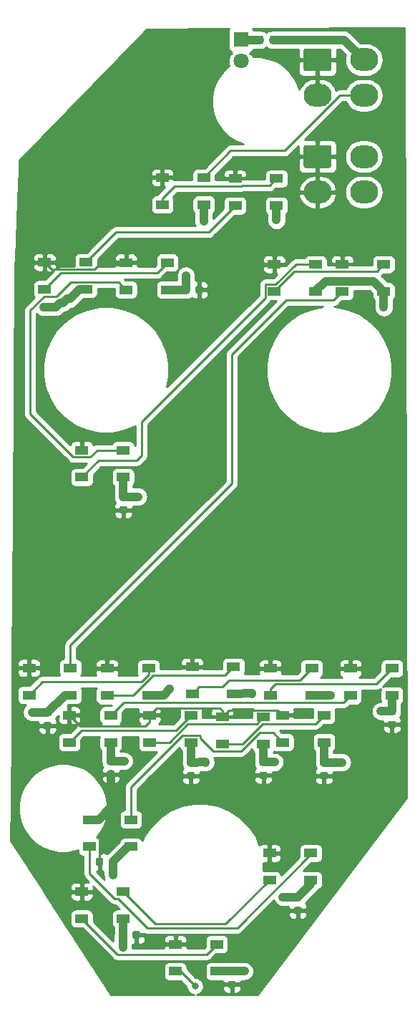
<source format=gbr>
%TF.GenerationSoftware,KiCad,Pcbnew,(5.1.10)-1*%
%TF.CreationDate,2021-11-16T17:17:48+11:00*%
%TF.ProjectId,APU Panel PCB V2,41505520-5061-46e6-956c-205043422056,rev?*%
%TF.SameCoordinates,Original*%
%TF.FileFunction,Copper,L1,Top*%
%TF.FilePolarity,Positive*%
%FSLAX46Y46*%
G04 Gerber Fmt 4.6, Leading zero omitted, Abs format (unit mm)*
G04 Created by KiCad (PCBNEW (5.1.10)-1) date 2021-11-16 17:17:48*
%MOMM*%
%LPD*%
G01*
G04 APERTURE LIST*
%TA.AperFunction,ComponentPad*%
%ADD10O,3.300000X2.700000*%
%TD*%
%TA.AperFunction,ComponentPad*%
%ADD11C,1.800000*%
%TD*%
%TA.AperFunction,ComponentPad*%
%ADD12R,1.800000X1.800000*%
%TD*%
%TA.AperFunction,SMDPad,CuDef*%
%ADD13R,1.500000X1.000000*%
%TD*%
%TA.AperFunction,ViaPad*%
%ADD14C,0.800000*%
%TD*%
%TA.AperFunction,Conductor*%
%ADD15C,0.250000*%
%TD*%
%TA.AperFunction,Conductor*%
%ADD16C,1.000000*%
%TD*%
%TA.AperFunction,Conductor*%
%ADD17C,0.254000*%
%TD*%
%TA.AperFunction,Conductor*%
%ADD18C,0.100000*%
%TD*%
G04 APERTURE END LIST*
D10*
%TO.P,J2,4*%
%TO.N,/DATAOUT*%
X110539160Y-74870420D03*
%TO.P,J2,3*%
%TO.N,/LEDGND*%
X110539160Y-70670420D03*
%TO.P,J2,2*%
%TO.N,/LED+5V*%
X105039160Y-74870420D03*
%TO.P,J2,1*%
%TA.AperFunction,ComponentPad*%
G36*
G01*
X103639161Y-69320420D02*
X106439159Y-69320420D01*
G75*
G02*
X106689160Y-69570421I0J-250001D01*
G01*
X106689160Y-71770419D01*
G75*
G02*
X106439159Y-72020420I-250001J0D01*
G01*
X103639161Y-72020420D01*
G75*
G02*
X103389160Y-71770419I0J250001D01*
G01*
X103389160Y-69570421D01*
G75*
G02*
X103639161Y-69320420I250001J0D01*
G01*
G37*
%TD.AperFunction*%
%TD*%
%TO.P,J1,4*%
%TO.N,/DATAIN*%
X110539160Y-63427720D03*
%TO.P,J1,3*%
%TO.N,/LEDGND*%
X110539160Y-59227720D03*
%TO.P,J1,2*%
%TO.N,/LED+5V*%
X105039160Y-63427720D03*
%TO.P,J1,1*%
%TA.AperFunction,ComponentPad*%
G36*
G01*
X103639161Y-57877720D02*
X106439159Y-57877720D01*
G75*
G02*
X106689160Y-58127721I0J-250001D01*
G01*
X106689160Y-60327719D01*
G75*
G02*
X106439159Y-60577720I-250001J0D01*
G01*
X103639161Y-60577720D01*
G75*
G02*
X103389160Y-60327719I0J250001D01*
G01*
X103389160Y-58127721D01*
G75*
G02*
X103639161Y-57877720I250001J0D01*
G01*
G37*
%TD.AperFunction*%
%TD*%
%TO.P,C5,2*%
%TO.N,/LEDGND*%
%TA.AperFunction,SMDPad,CuDef*%
G36*
G01*
X80400000Y-154306250D02*
X80400000Y-153793750D01*
G75*
G02*
X80618750Y-153575000I218750J0D01*
G01*
X81056250Y-153575000D01*
G75*
G02*
X81275000Y-153793750I0J-218750D01*
G01*
X81275000Y-154306250D01*
G75*
G02*
X81056250Y-154525000I-218750J0D01*
G01*
X80618750Y-154525000D01*
G75*
G02*
X80400000Y-154306250I0J218750D01*
G01*
G37*
%TD.AperFunction*%
%TO.P,C5,1*%
%TO.N,/LED+5V*%
%TA.AperFunction,SMDPad,CuDef*%
G36*
G01*
X78825000Y-154306250D02*
X78825000Y-153793750D01*
G75*
G02*
X79043750Y-153575000I218750J0D01*
G01*
X79481250Y-153575000D01*
G75*
G02*
X79700000Y-153793750I0J-218750D01*
G01*
X79700000Y-154306250D01*
G75*
G02*
X79481250Y-154525000I-218750J0D01*
G01*
X79043750Y-154525000D01*
G75*
G02*
X78825000Y-154306250I0J218750D01*
G01*
G37*
%TD.AperFunction*%
%TD*%
%TO.P,C2,2*%
%TO.N,/LEDGND*%
%TA.AperFunction,SMDPad,CuDef*%
G36*
G01*
X95176050Y-167424720D02*
X94663550Y-167424720D01*
G75*
G02*
X94444800Y-167205970I0J218750D01*
G01*
X94444800Y-166768470D01*
G75*
G02*
X94663550Y-166549720I218750J0D01*
G01*
X95176050Y-166549720D01*
G75*
G02*
X95394800Y-166768470I0J-218750D01*
G01*
X95394800Y-167205970D01*
G75*
G02*
X95176050Y-167424720I-218750J0D01*
G01*
G37*
%TD.AperFunction*%
%TO.P,C2,1*%
%TO.N,/LED+5V*%
%TA.AperFunction,SMDPad,CuDef*%
G36*
G01*
X95176050Y-168999720D02*
X94663550Y-168999720D01*
G75*
G02*
X94444800Y-168780970I0J218750D01*
G01*
X94444800Y-168343470D01*
G75*
G02*
X94663550Y-168124720I218750J0D01*
G01*
X95176050Y-168124720D01*
G75*
G02*
X95394800Y-168343470I0J-218750D01*
G01*
X95394800Y-168780970D01*
G75*
G02*
X95176050Y-168999720I-218750J0D01*
G01*
G37*
%TD.AperFunction*%
%TD*%
%TO.P,C13,2*%
%TO.N,/LEDGND*%
%TA.AperFunction,SMDPad,CuDef*%
G36*
G01*
X89921600Y-86162170D02*
X89921600Y-86674670D01*
G75*
G02*
X89702850Y-86893420I-218750J0D01*
G01*
X89265350Y-86893420D01*
G75*
G02*
X89046600Y-86674670I0J218750D01*
G01*
X89046600Y-86162170D01*
G75*
G02*
X89265350Y-85943420I218750J0D01*
G01*
X89702850Y-85943420D01*
G75*
G02*
X89921600Y-86162170I0J-218750D01*
G01*
G37*
%TD.AperFunction*%
%TO.P,C13,1*%
%TO.N,/LED+5V*%
%TA.AperFunction,SMDPad,CuDef*%
G36*
G01*
X91496600Y-86162170D02*
X91496600Y-86674670D01*
G75*
G02*
X91277850Y-86893420I-218750J0D01*
G01*
X90840350Y-86893420D01*
G75*
G02*
X90621600Y-86674670I0J218750D01*
G01*
X90621600Y-86162170D01*
G75*
G02*
X90840350Y-85943420I218750J0D01*
G01*
X91277850Y-85943420D01*
G75*
G02*
X91496600Y-86162170I0J-218750D01*
G01*
G37*
%TD.AperFunction*%
%TD*%
%TO.P,C12,2*%
%TO.N,/LEDGND*%
%TA.AperFunction,SMDPad,CuDef*%
G36*
G01*
X82326190Y-111316120D02*
X81813690Y-111316120D01*
G75*
G02*
X81594940Y-111097370I0J218750D01*
G01*
X81594940Y-110659870D01*
G75*
G02*
X81813690Y-110441120I218750J0D01*
G01*
X82326190Y-110441120D01*
G75*
G02*
X82544940Y-110659870I0J-218750D01*
G01*
X82544940Y-111097370D01*
G75*
G02*
X82326190Y-111316120I-218750J0D01*
G01*
G37*
%TD.AperFunction*%
%TO.P,C12,1*%
%TO.N,/LED+5V*%
%TA.AperFunction,SMDPad,CuDef*%
G36*
G01*
X82326190Y-112891120D02*
X81813690Y-112891120D01*
G75*
G02*
X81594940Y-112672370I0J218750D01*
G01*
X81594940Y-112234870D01*
G75*
G02*
X81813690Y-112016120I218750J0D01*
G01*
X82326190Y-112016120D01*
G75*
G02*
X82544940Y-112234870I0J-218750D01*
G01*
X82544940Y-112672370D01*
G75*
G02*
X82326190Y-112891120I-218750J0D01*
G01*
G37*
%TD.AperFunction*%
%TD*%
%TO.P,C11,2*%
%TO.N,/LEDGND*%
%TA.AperFunction,SMDPad,CuDef*%
G36*
G01*
X114101590Y-136693160D02*
X113589090Y-136693160D01*
G75*
G02*
X113370340Y-136474410I0J218750D01*
G01*
X113370340Y-136036910D01*
G75*
G02*
X113589090Y-135818160I218750J0D01*
G01*
X114101590Y-135818160D01*
G75*
G02*
X114320340Y-136036910I0J-218750D01*
G01*
X114320340Y-136474410D01*
G75*
G02*
X114101590Y-136693160I-218750J0D01*
G01*
G37*
%TD.AperFunction*%
%TO.P,C11,1*%
%TO.N,/LED+5V*%
%TA.AperFunction,SMDPad,CuDef*%
G36*
G01*
X114101590Y-138268160D02*
X113589090Y-138268160D01*
G75*
G02*
X113370340Y-138049410I0J218750D01*
G01*
X113370340Y-137611910D01*
G75*
G02*
X113589090Y-137393160I218750J0D01*
G01*
X114101590Y-137393160D01*
G75*
G02*
X114320340Y-137611910I0J-218750D01*
G01*
X114320340Y-138049410D01*
G75*
G02*
X114101590Y-138268160I-218750J0D01*
G01*
G37*
%TD.AperFunction*%
%TD*%
%TO.P,C10,2*%
%TO.N,/LEDGND*%
%TA.AperFunction,SMDPad,CuDef*%
G36*
G01*
X73354910Y-136825340D02*
X72842410Y-136825340D01*
G75*
G02*
X72623660Y-136606590I0J218750D01*
G01*
X72623660Y-136169090D01*
G75*
G02*
X72842410Y-135950340I218750J0D01*
G01*
X73354910Y-135950340D01*
G75*
G02*
X73573660Y-136169090I0J-218750D01*
G01*
X73573660Y-136606590D01*
G75*
G02*
X73354910Y-136825340I-218750J0D01*
G01*
G37*
%TD.AperFunction*%
%TO.P,C10,1*%
%TO.N,/LED+5V*%
%TA.AperFunction,SMDPad,CuDef*%
G36*
G01*
X73354910Y-138400340D02*
X72842410Y-138400340D01*
G75*
G02*
X72623660Y-138181590I0J218750D01*
G01*
X72623660Y-137744090D01*
G75*
G02*
X72842410Y-137525340I218750J0D01*
G01*
X73354910Y-137525340D01*
G75*
G02*
X73573660Y-137744090I0J-218750D01*
G01*
X73573660Y-138181590D01*
G75*
G02*
X73354910Y-138400340I-218750J0D01*
G01*
G37*
%TD.AperFunction*%
%TD*%
%TO.P,C9,2*%
%TO.N,/LEDGND*%
%TA.AperFunction,SMDPad,CuDef*%
G36*
G01*
X106082810Y-142733380D02*
X105570310Y-142733380D01*
G75*
G02*
X105351560Y-142514630I0J218750D01*
G01*
X105351560Y-142077130D01*
G75*
G02*
X105570310Y-141858380I218750J0D01*
G01*
X106082810Y-141858380D01*
G75*
G02*
X106301560Y-142077130I0J-218750D01*
G01*
X106301560Y-142514630D01*
G75*
G02*
X106082810Y-142733380I-218750J0D01*
G01*
G37*
%TD.AperFunction*%
%TO.P,C9,1*%
%TO.N,/LED+5V*%
%TA.AperFunction,SMDPad,CuDef*%
G36*
G01*
X106082810Y-144308380D02*
X105570310Y-144308380D01*
G75*
G02*
X105351560Y-144089630I0J218750D01*
G01*
X105351560Y-143652130D01*
G75*
G02*
X105570310Y-143433380I218750J0D01*
G01*
X106082810Y-143433380D01*
G75*
G02*
X106301560Y-143652130I0J-218750D01*
G01*
X106301560Y-144089630D01*
G75*
G02*
X106082810Y-144308380I-218750J0D01*
G01*
G37*
%TD.AperFunction*%
%TD*%
%TO.P,C8,2*%
%TO.N,/LEDGND*%
%TA.AperFunction,SMDPad,CuDef*%
G36*
G01*
X98907310Y-142707880D02*
X98394810Y-142707880D01*
G75*
G02*
X98176060Y-142489130I0J218750D01*
G01*
X98176060Y-142051630D01*
G75*
G02*
X98394810Y-141832880I218750J0D01*
G01*
X98907310Y-141832880D01*
G75*
G02*
X99126060Y-142051630I0J-218750D01*
G01*
X99126060Y-142489130D01*
G75*
G02*
X98907310Y-142707880I-218750J0D01*
G01*
G37*
%TD.AperFunction*%
%TO.P,C8,1*%
%TO.N,/LED+5V*%
%TA.AperFunction,SMDPad,CuDef*%
G36*
G01*
X98907310Y-144282880D02*
X98394810Y-144282880D01*
G75*
G02*
X98176060Y-144064130I0J218750D01*
G01*
X98176060Y-143626630D01*
G75*
G02*
X98394810Y-143407880I218750J0D01*
G01*
X98907310Y-143407880D01*
G75*
G02*
X99126060Y-143626630I0J-218750D01*
G01*
X99126060Y-144064130D01*
G75*
G02*
X98907310Y-144282880I-218750J0D01*
G01*
G37*
%TD.AperFunction*%
%TD*%
%TO.P,C7,2*%
%TO.N,/LEDGND*%
%TA.AperFunction,SMDPad,CuDef*%
G36*
G01*
X90327190Y-142728200D02*
X89814690Y-142728200D01*
G75*
G02*
X89595940Y-142509450I0J218750D01*
G01*
X89595940Y-142071950D01*
G75*
G02*
X89814690Y-141853200I218750J0D01*
G01*
X90327190Y-141853200D01*
G75*
G02*
X90545940Y-142071950I0J-218750D01*
G01*
X90545940Y-142509450D01*
G75*
G02*
X90327190Y-142728200I-218750J0D01*
G01*
G37*
%TD.AperFunction*%
%TO.P,C7,1*%
%TO.N,/LED+5V*%
%TA.AperFunction,SMDPad,CuDef*%
G36*
G01*
X90327190Y-144303200D02*
X89814690Y-144303200D01*
G75*
G02*
X89595940Y-144084450I0J218750D01*
G01*
X89595940Y-143646950D01*
G75*
G02*
X89814690Y-143428200I218750J0D01*
G01*
X90327190Y-143428200D01*
G75*
G02*
X90545940Y-143646950I0J-218750D01*
G01*
X90545940Y-144084450D01*
G75*
G02*
X90327190Y-144303200I-218750J0D01*
G01*
G37*
%TD.AperFunction*%
%TD*%
%TO.P,C6,2*%
%TO.N,/LEDGND*%
%TA.AperFunction,SMDPad,CuDef*%
G36*
G01*
X80837750Y-142588500D02*
X80325250Y-142588500D01*
G75*
G02*
X80106500Y-142369750I0J218750D01*
G01*
X80106500Y-141932250D01*
G75*
G02*
X80325250Y-141713500I218750J0D01*
G01*
X80837750Y-141713500D01*
G75*
G02*
X81056500Y-141932250I0J-218750D01*
G01*
X81056500Y-142369750D01*
G75*
G02*
X80837750Y-142588500I-218750J0D01*
G01*
G37*
%TD.AperFunction*%
%TO.P,C6,1*%
%TO.N,/LED+5V*%
%TA.AperFunction,SMDPad,CuDef*%
G36*
G01*
X80837750Y-144163500D02*
X80325250Y-144163500D01*
G75*
G02*
X80106500Y-143944750I0J218750D01*
G01*
X80106500Y-143507250D01*
G75*
G02*
X80325250Y-143288500I218750J0D01*
G01*
X80837750Y-143288500D01*
G75*
G02*
X81056500Y-143507250I0J-218750D01*
G01*
X81056500Y-143944750D01*
G75*
G02*
X80837750Y-144163500I-218750J0D01*
G01*
G37*
%TD.AperFunction*%
%TD*%
%TO.P,C4,2*%
%TO.N,/LEDGND*%
%TA.AperFunction,SMDPad,CuDef*%
G36*
G01*
X102971310Y-158682040D02*
X102458810Y-158682040D01*
G75*
G02*
X102240060Y-158463290I0J218750D01*
G01*
X102240060Y-158025790D01*
G75*
G02*
X102458810Y-157807040I218750J0D01*
G01*
X102971310Y-157807040D01*
G75*
G02*
X103190060Y-158025790I0J-218750D01*
G01*
X103190060Y-158463290D01*
G75*
G02*
X102971310Y-158682040I-218750J0D01*
G01*
G37*
%TD.AperFunction*%
%TO.P,C4,1*%
%TO.N,/LED+5V*%
%TA.AperFunction,SMDPad,CuDef*%
G36*
G01*
X102971310Y-160257040D02*
X102458810Y-160257040D01*
G75*
G02*
X102240060Y-160038290I0J218750D01*
G01*
X102240060Y-159600790D01*
G75*
G02*
X102458810Y-159382040I218750J0D01*
G01*
X102971310Y-159382040D01*
G75*
G02*
X103190060Y-159600790I0J-218750D01*
G01*
X103190060Y-160038290D01*
G75*
G02*
X102971310Y-160257040I-218750J0D01*
G01*
G37*
%TD.AperFunction*%
%TD*%
%TO.P,C3,2*%
%TO.N,/LEDGND*%
%TA.AperFunction,SMDPad,CuDef*%
G36*
G01*
X82461720Y-162453610D02*
X82461720Y-162966110D01*
G75*
G02*
X82242970Y-163184860I-218750J0D01*
G01*
X81805470Y-163184860D01*
G75*
G02*
X81586720Y-162966110I0J218750D01*
G01*
X81586720Y-162453610D01*
G75*
G02*
X81805470Y-162234860I218750J0D01*
G01*
X82242970Y-162234860D01*
G75*
G02*
X82461720Y-162453610I0J-218750D01*
G01*
G37*
%TD.AperFunction*%
%TO.P,C3,1*%
%TO.N,/LED+5V*%
%TA.AperFunction,SMDPad,CuDef*%
G36*
G01*
X84036720Y-162453610D02*
X84036720Y-162966110D01*
G75*
G02*
X83817970Y-163184860I-218750J0D01*
G01*
X83380470Y-163184860D01*
G75*
G02*
X83161720Y-162966110I0J218750D01*
G01*
X83161720Y-162453610D01*
G75*
G02*
X83380470Y-162234860I218750J0D01*
G01*
X83817970Y-162234860D01*
G75*
G02*
X84036720Y-162453610I0J-218750D01*
G01*
G37*
%TD.AperFunction*%
%TD*%
%TO.P,R1,2*%
%TO.N,/LEDGND*%
%TA.AperFunction,SMDPad,CuDef*%
G36*
G01*
X99351680Y-57131930D02*
X99351680Y-56619430D01*
G75*
G02*
X99570430Y-56400680I218750J0D01*
G01*
X100007930Y-56400680D01*
G75*
G02*
X100226680Y-56619430I0J-218750D01*
G01*
X100226680Y-57131930D01*
G75*
G02*
X100007930Y-57350680I-218750J0D01*
G01*
X99570430Y-57350680D01*
G75*
G02*
X99351680Y-57131930I0J218750D01*
G01*
G37*
%TD.AperFunction*%
%TO.P,R1,1*%
%TO.N,Net-(D21-Pad1)*%
%TA.AperFunction,SMDPad,CuDef*%
G36*
G01*
X97776680Y-57131930D02*
X97776680Y-56619430D01*
G75*
G02*
X97995430Y-56400680I218750J0D01*
G01*
X98432930Y-56400680D01*
G75*
G02*
X98651680Y-56619430I0J-218750D01*
G01*
X98651680Y-57131930D01*
G75*
G02*
X98432930Y-57350680I-218750J0D01*
G01*
X97995430Y-57350680D01*
G75*
G02*
X97776680Y-57131930I0J218750D01*
G01*
G37*
%TD.AperFunction*%
%TD*%
D11*
%TO.P,D21,2*%
%TO.N,/LED+5V*%
X95999300Y-59395360D03*
D12*
%TO.P,D21,1*%
%TO.N,Net-(D21-Pad1)*%
X95999300Y-56855360D03*
%TD*%
D13*
%TO.P,D20,1*%
%TO.N,/LED+5V*%
X77153600Y-105384800D03*
%TO.P,D20,2*%
%TO.N,Net-(D20-Pad2)*%
X77153600Y-108584800D03*
%TO.P,D20,4*%
%TO.N,Net-(D20-Pad4)*%
X82053600Y-105384800D03*
%TO.P,D20,3*%
%TO.N,/LEDGND*%
X82053600Y-108584800D03*
%TD*%
%TO.P,D6,1*%
%TO.N,/LED+5V*%
X107977600Y-83413600D03*
%TO.P,D6,2*%
%TO.N,Net-(D6-Pad2)*%
X107977600Y-86613600D03*
%TO.P,D6,4*%
%TO.N,Net-(D5-Pad2)*%
X112877600Y-83413600D03*
%TO.P,D6,3*%
%TO.N,/LEDGND*%
X112877600Y-86613600D03*
%TD*%
%TO.P,D5,1*%
%TO.N,/LED+5V*%
X99923600Y-83413600D03*
%TO.P,D5,2*%
%TO.N,Net-(D5-Pad2)*%
X99923600Y-86613600D03*
%TO.P,D5,4*%
%TO.N,Net-(D20-Pad2)*%
X104823600Y-83413600D03*
%TO.P,D5,3*%
%TO.N,/LEDGND*%
X104823600Y-86613600D03*
%TD*%
%TO.P,D11,1*%
%TO.N,/LED+5V*%
X108954400Y-131191200D03*
%TO.P,D11,2*%
%TO.N,Net-(D11-Pad2)*%
X108954400Y-134391200D03*
%TO.P,D11,4*%
%TO.N,Net-(D10-Pad2)*%
X113854400Y-131191200D03*
%TO.P,D11,3*%
%TO.N,/LEDGND*%
X113854400Y-134391200D03*
%TD*%
%TO.P,D19,1*%
%TO.N,/LED+5V*%
X88228000Y-163804800D03*
%TO.P,D19,2*%
%TO.N,/DATAOUT*%
X88228000Y-167004800D03*
%TO.P,D19,4*%
%TO.N,Net-(D18-Pad2)*%
X93128000Y-163804800D03*
%TO.P,D19,3*%
%TO.N,/LEDGND*%
X93128000Y-167004800D03*
%TD*%
%TO.P,D18,1*%
%TO.N,/LED+5V*%
X77142000Y-157581600D03*
%TO.P,D18,2*%
%TO.N,Net-(D18-Pad2)*%
X77142000Y-160781600D03*
%TO.P,D18,4*%
%TO.N,Net-(D17-Pad2)*%
X82042000Y-157581600D03*
%TO.P,D18,3*%
%TO.N,/LEDGND*%
X82042000Y-160781600D03*
%TD*%
%TO.P,D17,1*%
%TO.N,/LED+5V*%
X99353200Y-153035200D03*
%TO.P,D17,2*%
%TO.N,Net-(D17-Pad2)*%
X99353200Y-156235200D03*
%TO.P,D17,4*%
%TO.N,Net-(D16-Pad2)*%
X104253200Y-153035200D03*
%TO.P,D17,3*%
%TO.N,/LEDGND*%
X104253200Y-156235200D03*
%TD*%
%TO.P,D16,1*%
%TO.N,/LED+5V*%
X78068000Y-149072800D03*
%TO.P,D16,2*%
%TO.N,Net-(D16-Pad2)*%
X78068000Y-152272800D03*
%TO.P,D16,4*%
%TO.N,Net-(D15-Pad2)*%
X82968000Y-149072800D03*
%TO.P,D16,3*%
%TO.N,/LEDGND*%
X82968000Y-152272800D03*
%TD*%
%TO.P,D15,1*%
%TO.N,/LED+5V*%
X100928000Y-136728400D03*
%TO.P,D15,2*%
%TO.N,Net-(D15-Pad2)*%
X100928000Y-139928400D03*
%TO.P,D15,4*%
%TO.N,Net-(D14-Pad2)*%
X105828000Y-136728400D03*
%TO.P,D15,3*%
%TO.N,/LEDGND*%
X105828000Y-139928400D03*
%TD*%
%TO.P,D14,1*%
%TO.N,/LED+5V*%
X93765200Y-136931600D03*
%TO.P,D14,2*%
%TO.N,Net-(D14-Pad2)*%
X93765200Y-140131600D03*
%TO.P,D14,4*%
%TO.N,Net-(D13-Pad2)*%
X98665200Y-136931600D03*
%TO.P,D14,3*%
%TO.N,/LEDGND*%
X98665200Y-140131600D03*
%TD*%
%TO.P,D13,1*%
%TO.N,/LED+5V*%
X85180000Y-136728400D03*
%TO.P,D13,2*%
%TO.N,Net-(D13-Pad2)*%
X85180000Y-139928400D03*
%TO.P,D13,4*%
%TO.N,Net-(D12-Pad2)*%
X90080000Y-136728400D03*
%TO.P,D13,3*%
%TO.N,/LEDGND*%
X90080000Y-139928400D03*
%TD*%
%TO.P,D12,1*%
%TO.N,/LED+5V*%
X75680400Y-136728400D03*
%TO.P,D12,2*%
%TO.N,Net-(D12-Pad2)*%
X75680400Y-139928400D03*
%TO.P,D12,4*%
%TO.N,Net-(D11-Pad2)*%
X80580400Y-136728400D03*
%TO.P,D12,3*%
%TO.N,/LEDGND*%
X80580400Y-139928400D03*
%TD*%
%TO.P,D10,1*%
%TO.N,/LED+5V*%
X99454800Y-131191200D03*
%TO.P,D10,2*%
%TO.N,Net-(D10-Pad2)*%
X99454800Y-134391200D03*
%TO.P,D10,4*%
%TO.N,Net-(D10-Pad4)*%
X104354800Y-131191200D03*
%TO.P,D10,3*%
%TO.N,/LEDGND*%
X104354800Y-134391200D03*
%TD*%
%TO.P,D9,1*%
%TO.N,/LED+5V*%
X90209200Y-130988000D03*
%TO.P,D9,2*%
%TO.N,Net-(D10-Pad4)*%
X90209200Y-134188000D03*
%TO.P,D9,4*%
%TO.N,Net-(D8-Pad2)*%
X95109200Y-130988000D03*
%TO.P,D9,3*%
%TO.N,/LEDGND*%
X95109200Y-134188000D03*
%TD*%
%TO.P,D8,1*%
%TO.N,/LED+5V*%
X80150800Y-131191200D03*
%TO.P,D8,2*%
%TO.N,Net-(D8-Pad2)*%
X80150800Y-134391200D03*
%TO.P,D8,4*%
%TO.N,Net-(D7-Pad2)*%
X85050800Y-131191200D03*
%TO.P,D8,3*%
%TO.N,/LEDGND*%
X85050800Y-134391200D03*
%TD*%
%TO.P,D7,1*%
%TO.N,/LED+5V*%
X70905200Y-131140400D03*
%TO.P,D7,2*%
%TO.N,Net-(D7-Pad2)*%
X70905200Y-134340400D03*
%TO.P,D7,4*%
%TO.N,Net-(D6-Pad2)*%
X75805200Y-131140400D03*
%TO.P,D7,3*%
%TO.N,/LEDGND*%
X75805200Y-134340400D03*
%TD*%
%TO.P,D4,1*%
%TO.N,/LED+5V*%
X82386000Y-83210400D03*
%TO.P,D4,2*%
%TO.N,Net-(D20-Pad4)*%
X82386000Y-86410400D03*
%TO.P,D4,4*%
%TO.N,Net-(D3-Pad2)*%
X87286000Y-83210400D03*
%TO.P,D4,3*%
%TO.N,/LEDGND*%
X87286000Y-86410400D03*
%TD*%
%TO.P,D3,1*%
%TO.N,/LED+5V*%
X72745600Y-83159600D03*
%TO.P,D3,2*%
%TO.N,Net-(D3-Pad2)*%
X72745600Y-86359600D03*
%TO.P,D3,4*%
%TO.N,Net-(D2-Pad2)*%
X77645600Y-83159600D03*
%TO.P,D3,3*%
%TO.N,/LEDGND*%
X77645600Y-86359600D03*
%TD*%
%TO.P,D2,1*%
%TO.N,/LED+5V*%
X95289200Y-73279200D03*
%TO.P,D2,2*%
%TO.N,Net-(D2-Pad2)*%
X95289200Y-76479200D03*
%TO.P,D2,4*%
%TO.N,Net-(D1-Pad2)*%
X100189200Y-73279200D03*
%TO.P,D2,3*%
%TO.N,/LEDGND*%
X100189200Y-76479200D03*
%TD*%
%TO.P,D1,1*%
%TO.N,/LED+5V*%
X86692400Y-73152400D03*
%TO.P,D1,2*%
%TO.N,Net-(D1-Pad2)*%
X86692400Y-76352400D03*
%TO.P,D1,4*%
%TO.N,/DATAIN*%
X91592400Y-73152400D03*
%TO.P,D1,3*%
%TO.N,/LEDGND*%
X91592400Y-76352400D03*
%TD*%
D14*
%TO.N,/LEDGND*%
X96393000Y-166987220D03*
X82016600Y-164195760D03*
X100944680Y-158224220D03*
X82181800Y-142151000D03*
X91795600Y-142283180D03*
X99982020Y-142242540D03*
X107965240Y-142295880D03*
X71262240Y-136362440D03*
X112514380Y-136253220D03*
X83822540Y-110878620D03*
X87579200Y-133637020D03*
X97312480Y-134157720D03*
X106609080Y-134391200D03*
X112892840Y-88516460D03*
X91564460Y-78325980D03*
X100189200Y-78179760D03*
X89484100Y-84734300D03*
X80837500Y-155587500D03*
X72600000Y-88450000D03*
%TO.N,/DATAOUT*%
X90556080Y-168752520D03*
%TD*%
D15*
%TO.N,Net-(D1-Pad2)*%
X86692400Y-75602400D02*
X88157280Y-74137520D01*
X86692400Y-76352400D02*
X86692400Y-75602400D01*
X99364199Y-74104201D02*
X100189200Y-73279200D01*
X96121519Y-74104201D02*
X99364199Y-74104201D01*
X96088200Y-74137520D02*
X96121519Y-74104201D01*
X88157280Y-74137520D02*
X96088200Y-74137520D01*
%TO.N,Net-(D2-Pad2)*%
X95289200Y-76479200D02*
X92159720Y-79608680D01*
X81196520Y-79608680D02*
X77645600Y-83159600D01*
X92159720Y-79608680D02*
X81196520Y-79608680D01*
%TO.N,Net-(D3-Pad2)*%
X86061789Y-84434611D02*
X87286000Y-83210400D01*
X74670589Y-84434611D02*
X86061789Y-84434611D01*
X72745600Y-86359600D02*
X74670589Y-84434611D01*
%TO.N,Net-(D5-Pad2)*%
X112052599Y-84238601D02*
X112877600Y-83413600D01*
X102298599Y-84238601D02*
X112052599Y-84238601D01*
X99923600Y-86613600D02*
X102298599Y-84238601D01*
%TO.N,Net-(D6-Pad2)*%
X75805200Y-131140400D02*
X75805200Y-128444800D01*
X75805200Y-128444800D02*
X94900000Y-109350000D01*
X94900000Y-109350000D02*
X94900000Y-94050000D01*
X94900000Y-94050000D02*
X101300000Y-87650000D01*
X106941200Y-87650000D02*
X107977600Y-86613600D01*
X101300000Y-87650000D02*
X106941200Y-87650000D01*
%TO.N,Net-(D7-Pad2)*%
X85050800Y-131941200D02*
X84233820Y-132758180D01*
X85050800Y-131191200D02*
X85050800Y-131941200D01*
X72487420Y-132758180D02*
X70905200Y-134340400D01*
X84233820Y-132758180D02*
X72487420Y-132758180D01*
%TO.N,Net-(D8-Pad2)*%
X85612209Y-132016201D02*
X94080999Y-132016201D01*
X94080999Y-132016201D02*
X95109200Y-130988000D01*
X83237210Y-134391200D02*
X85612209Y-132016201D01*
X80150800Y-134391200D02*
X83237210Y-134391200D01*
%TO.N,Net-(D10-Pad4)*%
X91034201Y-133362999D02*
X93781581Y-133362999D01*
X90209200Y-134188000D02*
X91034201Y-133362999D01*
X93781581Y-133362999D02*
X94561660Y-132582920D01*
X102963080Y-132582920D02*
X104354800Y-131191200D01*
X94561660Y-132582920D02*
X102963080Y-132582920D01*
%TO.N,Net-(D10-Pad2)*%
X100063070Y-133032930D02*
X112012670Y-133032930D01*
X99454800Y-133641200D02*
X100063070Y-133032930D01*
X112012670Y-133032930D02*
X113854400Y-131191200D01*
X99454800Y-134391200D02*
X99454800Y-133641200D01*
%TO.N,Net-(D11-Pad2)*%
X82092599Y-135216201D02*
X80580400Y-136728400D01*
X108129399Y-135216201D02*
X82092599Y-135216201D01*
X108954400Y-134391200D02*
X108129399Y-135216201D01*
%TO.N,Net-(D12-Pad2)*%
X89254999Y-137553401D02*
X89217799Y-137553401D01*
X90080000Y-136728400D02*
X89254999Y-137553401D01*
X89217799Y-137553401D02*
X88267540Y-138503660D01*
X77105140Y-138503660D02*
X75680400Y-139928400D01*
X88267540Y-138503660D02*
X77105140Y-138503660D01*
%TO.N,Net-(D13-Pad2)*%
X97840199Y-137756601D02*
X98665200Y-136931600D01*
X89688209Y-137756601D02*
X97840199Y-137756601D01*
X87516410Y-139928400D02*
X89688209Y-137756601D01*
X85180000Y-139928400D02*
X87516410Y-139928400D01*
%TO.N,Net-(D14-Pad2)*%
X104799799Y-137756601D02*
X105828000Y-136728400D01*
X98570079Y-137756601D02*
X104799799Y-137756601D01*
X96195080Y-140131600D02*
X98570079Y-137756601D01*
X93765200Y-140131600D02*
X96195080Y-140131600D01*
%TO.N,Net-(D15-Pad2)*%
X82968000Y-145205398D02*
X82968000Y-149072800D01*
X89069999Y-139103399D02*
X82968000Y-145205398D01*
X91155001Y-139168399D02*
X91090001Y-139103399D01*
X91155001Y-139435321D02*
X91155001Y-139168399D01*
X92676281Y-140956601D02*
X91155001Y-139435321D01*
X91090001Y-139103399D02*
X89069999Y-139103399D01*
X96006489Y-140956601D02*
X92676281Y-140956601D01*
X98181865Y-138781225D02*
X96006489Y-140956601D01*
X99780825Y-138781225D02*
X98181865Y-138781225D01*
X100928000Y-139928400D02*
X99780825Y-138781225D01*
%TO.N,Net-(D16-Pad2)*%
X78068000Y-155442602D02*
X78068000Y-152272800D01*
X81031999Y-158406601D02*
X78068000Y-155442602D01*
X81434441Y-158406601D02*
X81031999Y-158406601D01*
X84889659Y-161861819D02*
X81434441Y-158406601D01*
X104253200Y-153170202D02*
X95561583Y-161861819D01*
X95561583Y-161861819D02*
X84889659Y-161861819D01*
X104253200Y-153035200D02*
X104253200Y-153170202D01*
%TO.N,Net-(D17-Pad2)*%
X85872210Y-161411810D02*
X82042000Y-157581600D01*
X94176590Y-161411810D02*
X85872210Y-161411810D01*
X99353200Y-156235200D02*
X94176590Y-161411810D01*
%TO.N,Net-(D18-Pad2)*%
X91912031Y-165020769D02*
X93128000Y-163804800D01*
X81381169Y-165020769D02*
X91912031Y-165020769D01*
X77142000Y-160781600D02*
X81381169Y-165020769D01*
%TO.N,Net-(D20-Pad4)*%
X81510199Y-85534599D02*
X82386000Y-86410400D01*
X74198659Y-87184601D02*
X75848661Y-85534599D01*
X75848661Y-85534599D02*
X81510199Y-85534599D01*
X72698659Y-87184601D02*
X74198659Y-87184601D01*
X71034999Y-101101201D02*
X71034999Y-88848261D01*
X71034999Y-88848261D02*
X72698659Y-87184601D01*
X76143599Y-106209801D02*
X71034999Y-101101201D01*
X78163601Y-106209801D02*
X76143599Y-106209801D01*
X78988602Y-105384800D02*
X78163601Y-106209801D01*
X82053600Y-105384800D02*
X78988602Y-105384800D01*
%TO.N,Net-(D20-Pad2)*%
X98848599Y-85853599D02*
X98913599Y-85788599D01*
X98848599Y-87373601D02*
X98848599Y-85853599D01*
X102487190Y-83413600D02*
X104823600Y-83413600D01*
X100112191Y-85788599D02*
X102487190Y-83413600D01*
X98913599Y-85788599D02*
X100112191Y-85788599D01*
X84197540Y-106028140D02*
X84197540Y-102024660D01*
X84197540Y-102024660D02*
X98848599Y-87373601D01*
X79126060Y-106612340D02*
X83613340Y-106612340D01*
X83613340Y-106612340D02*
X84197540Y-106028140D01*
X77153600Y-108584800D02*
X79126060Y-106612340D01*
%TO.N,/LED+5V*%
X78655601Y-83984601D02*
X79192120Y-83448082D01*
X72745600Y-83159600D02*
X73570601Y-83984601D01*
X73570601Y-83984601D02*
X78655601Y-83984601D01*
X82148318Y-83448082D02*
X82386000Y-83210400D01*
X79192120Y-83448082D02*
X82148318Y-83448082D01*
X76970949Y-138018949D02*
X75680400Y-136728400D01*
X84639451Y-138018949D02*
X76970949Y-138018949D01*
X85180000Y-137478400D02*
X84639451Y-138018949D01*
X85180000Y-136728400D02*
X85180000Y-137478400D01*
X86005001Y-135903399D02*
X85180000Y-136728400D01*
X93486999Y-135903399D02*
X86005001Y-135903399D01*
X93765200Y-136181600D02*
X93486999Y-135903399D01*
X93765200Y-136931600D02*
X93765200Y-136181600D01*
X100306199Y-136106599D02*
X100928000Y-136728400D01*
X94590201Y-136106599D02*
X100306199Y-136106599D01*
X93765200Y-136931600D02*
X94590201Y-136106599D01*
D16*
X78068000Y-149072800D02*
X79127200Y-149072800D01*
X79127200Y-149072800D02*
X80581500Y-147618500D01*
D15*
X79262500Y-150943298D02*
X80581500Y-149624298D01*
X79262500Y-154050000D02*
X79262500Y-150943298D01*
D16*
X80581500Y-144081500D02*
X80581500Y-143726000D01*
D15*
X80581500Y-149624298D02*
X80581500Y-144081500D01*
D16*
X80581500Y-147618500D02*
X80581500Y-144081500D01*
D15*
%TO.N,/DATAIN*%
X107707981Y-63427720D02*
X101168861Y-69966840D01*
X110539160Y-63427720D02*
X107707981Y-63427720D01*
X94777960Y-69966840D02*
X91592400Y-73152400D01*
X101168861Y-69966840D02*
X94777960Y-69966840D01*
D16*
%TO.N,/LEDGND*%
X108187120Y-56875680D02*
X110539160Y-59227720D01*
X99789180Y-56875680D02*
X108187120Y-56875680D01*
X94902220Y-167004800D02*
X94919800Y-166987220D01*
X93128000Y-167004800D02*
X94902220Y-167004800D01*
X94919800Y-166987220D02*
X96393000Y-166987220D01*
X96393000Y-166987220D02*
X96393000Y-166987220D01*
X82042000Y-162692080D02*
X82024220Y-162709860D01*
X82042000Y-160781600D02*
X82042000Y-162692080D01*
X82024220Y-162709860D02*
X82016600Y-164195760D01*
X82016600Y-164195760D02*
X82024220Y-164188140D01*
X104253200Y-156706400D02*
X102715060Y-158244540D01*
X104253200Y-156235200D02*
X104253200Y-156706400D01*
X102715060Y-158244540D02*
X100944680Y-158224220D01*
X100944680Y-158224220D02*
X100965000Y-158244540D01*
X80580400Y-142149900D02*
X80581500Y-142151000D01*
X80580400Y-139928400D02*
X80580400Y-142149900D01*
X80581500Y-142151000D02*
X82181800Y-142151000D01*
X82181800Y-142151000D02*
X82181800Y-142151000D01*
X90080000Y-142281640D02*
X90070940Y-142290700D01*
X90080000Y-139928400D02*
X90080000Y-142281640D01*
X90070940Y-142290700D02*
X91795600Y-142283180D01*
X91795600Y-142283180D02*
X91788080Y-142290700D01*
X98665200Y-142256240D02*
X98651060Y-142270380D01*
X98665200Y-140131600D02*
X98665200Y-142256240D01*
X98651060Y-142270380D02*
X99982020Y-142242540D01*
X99982020Y-142242540D02*
X99954180Y-142270380D01*
X105828000Y-142294440D02*
X105826560Y-142295880D01*
X105828000Y-139928400D02*
X105828000Y-142294440D01*
X105826560Y-142295880D02*
X107965240Y-142295880D01*
X107965240Y-142295880D02*
X107965240Y-142295880D01*
X75146100Y-134340400D02*
X73098660Y-136387840D01*
X75805200Y-134340400D02*
X75146100Y-134340400D01*
X73098660Y-136387840D02*
X71262240Y-136362440D01*
X71262240Y-136362440D02*
X71287640Y-136387840D01*
X113845340Y-134400260D02*
X113854400Y-134391200D01*
X113845340Y-136255660D02*
X113845340Y-134400260D01*
X113845340Y-136255660D02*
X112514380Y-136253220D01*
X112514380Y-136253220D02*
X112516820Y-136255660D01*
X82069940Y-108810426D02*
X82174583Y-108705783D01*
X82069940Y-110878620D02*
X82069940Y-108810426D01*
X82069940Y-110878620D02*
X83822540Y-110878620D01*
X83822540Y-110878620D02*
X83822540Y-110878620D01*
X89476080Y-86410400D02*
X89484100Y-86418420D01*
X87286000Y-86410400D02*
X89476080Y-86410400D01*
X85050800Y-134391200D02*
X86825020Y-134391200D01*
X86825020Y-134391200D02*
X87579200Y-133637020D01*
X87579200Y-133637020D02*
X87579200Y-133637020D01*
X95109200Y-134188000D02*
X97312480Y-134157720D01*
X97312480Y-134157720D02*
X97302120Y-134188000D01*
X104354800Y-134391200D02*
X106609080Y-134391200D01*
X106609080Y-134391200D02*
X106609080Y-134391200D01*
X112877600Y-86613600D02*
X112892840Y-88516460D01*
X112892840Y-88516460D02*
X112877600Y-88501220D01*
X91592400Y-76352400D02*
X91564460Y-78325980D01*
X91564460Y-78325980D02*
X91592400Y-78298040D01*
X100189200Y-76479200D02*
X100189200Y-78179760D01*
X100189200Y-78179760D02*
X100189200Y-78179760D01*
X89484100Y-86418420D02*
X89484100Y-84734300D01*
X89484100Y-84734300D02*
X89484100Y-84734300D01*
X104823600Y-86613600D02*
X104763600Y-86613600D01*
X105963601Y-85413599D02*
X111677599Y-85413599D01*
X111677599Y-85413599D02*
X112877600Y-86613600D01*
X104763600Y-86613600D02*
X105963601Y-85413599D01*
X82614700Y-152272800D02*
X80837500Y-154050000D01*
X82968000Y-152272800D02*
X82614700Y-152272800D01*
X80837500Y-154050000D02*
X80837500Y-155587500D01*
X80837500Y-155587500D02*
X80837500Y-155587500D01*
X77645600Y-86359600D02*
X76890400Y-86359600D01*
X76890400Y-86359600D02*
X75750000Y-87500000D01*
X75750000Y-87500000D02*
X75400000Y-87500000D01*
X75400000Y-87500000D02*
X74950000Y-87950000D01*
X74950000Y-87950000D02*
X74600000Y-87950000D01*
X74600000Y-87950000D02*
X74100000Y-88450000D01*
X74100000Y-88450000D02*
X73250000Y-88450000D01*
X73250000Y-88450000D02*
X72600000Y-88450000D01*
X72600000Y-88450000D02*
X72600000Y-88450000D01*
D15*
%TO.N,/DATAOUT*%
X88228000Y-167004800D02*
X88808360Y-167004800D01*
X88808360Y-167004800D02*
X90556080Y-168752520D01*
X90556080Y-168752520D02*
X90556080Y-168752520D01*
D16*
%TO.N,Net-(D21-Pad1)*%
X96019620Y-56875680D02*
X95999300Y-56855360D01*
X98214180Y-56875680D02*
X96019620Y-56875680D01*
%TD*%
D17*
%TO.N,/LED+5V*%
X115569787Y-146489330D02*
X97919310Y-169774000D01*
X90725989Y-169774000D01*
X90857978Y-169747746D01*
X91046336Y-169669725D01*
X91215854Y-169556457D01*
X91360017Y-169412294D01*
X91473285Y-169242776D01*
X91551306Y-169054418D01*
X91562186Y-168999720D01*
X93806728Y-168999720D01*
X93818988Y-169124202D01*
X93855298Y-169243900D01*
X93914263Y-169354214D01*
X93993615Y-169450905D01*
X94090306Y-169530257D01*
X94200620Y-169589222D01*
X94320318Y-169625532D01*
X94444800Y-169637792D01*
X94634050Y-169634720D01*
X94792800Y-169475970D01*
X94792800Y-168689220D01*
X95046800Y-168689220D01*
X95046800Y-169475970D01*
X95205550Y-169634720D01*
X95394800Y-169637792D01*
X95519282Y-169625532D01*
X95638980Y-169589222D01*
X95749294Y-169530257D01*
X95845985Y-169450905D01*
X95925337Y-169354214D01*
X95984302Y-169243900D01*
X96020612Y-169124202D01*
X96032872Y-168999720D01*
X96029800Y-168847970D01*
X95871050Y-168689220D01*
X95046800Y-168689220D01*
X94792800Y-168689220D01*
X93968550Y-168689220D01*
X93809800Y-168847970D01*
X93806728Y-168999720D01*
X91562186Y-168999720D01*
X91591080Y-168854459D01*
X91591080Y-168650581D01*
X91551306Y-168450622D01*
X91473285Y-168262264D01*
X91360017Y-168092746D01*
X91215854Y-167948583D01*
X91046336Y-167835315D01*
X90857978Y-167757294D01*
X90658019Y-167717520D01*
X90595882Y-167717520D01*
X89616072Y-166737711D01*
X89616072Y-166504800D01*
X91739928Y-166504800D01*
X91739928Y-167504800D01*
X91752188Y-167629282D01*
X91788498Y-167748980D01*
X91847463Y-167859294D01*
X91926815Y-167955985D01*
X92023506Y-168035337D01*
X92133820Y-168094302D01*
X92253518Y-168130612D01*
X92378000Y-168142872D01*
X93807095Y-168142872D01*
X93809800Y-168276470D01*
X93968550Y-168435220D01*
X94792800Y-168435220D01*
X94792800Y-168415220D01*
X95046800Y-168415220D01*
X95046800Y-168435220D01*
X95871050Y-168435220D01*
X96029800Y-168276470D01*
X96032872Y-168124720D01*
X96032626Y-168122220D01*
X96448752Y-168122220D01*
X96615499Y-168105797D01*
X96829447Y-168040896D01*
X97026623Y-167935504D01*
X97199449Y-167793669D01*
X97341284Y-167620843D01*
X97446676Y-167423667D01*
X97511577Y-167209719D01*
X97533491Y-166987220D01*
X97511577Y-166764721D01*
X97446676Y-166550773D01*
X97341284Y-166353597D01*
X97199449Y-166180771D01*
X97026623Y-166038936D01*
X96829447Y-165933544D01*
X96615499Y-165868643D01*
X96448752Y-165852220D01*
X94975552Y-165852220D01*
X94919800Y-165846729D01*
X94864049Y-165852220D01*
X94864048Y-165852220D01*
X94697301Y-165868643D01*
X94693487Y-165869800D01*
X93909192Y-165869800D01*
X93878000Y-165866728D01*
X92378000Y-165866728D01*
X92253518Y-165878988D01*
X92133820Y-165915298D01*
X92023506Y-165974263D01*
X91926815Y-166053615D01*
X91847463Y-166150306D01*
X91788498Y-166260620D01*
X91752188Y-166380318D01*
X91739928Y-166504800D01*
X89616072Y-166504800D01*
X89603812Y-166380318D01*
X89567502Y-166260620D01*
X89508537Y-166150306D01*
X89429185Y-166053615D01*
X89332494Y-165974263D01*
X89222180Y-165915298D01*
X89102482Y-165878988D01*
X88978000Y-165866728D01*
X87478000Y-165866728D01*
X87353518Y-165878988D01*
X87233820Y-165915298D01*
X87123506Y-165974263D01*
X87026815Y-166053615D01*
X86947463Y-166150306D01*
X86888498Y-166260620D01*
X86852188Y-166380318D01*
X86839928Y-166504800D01*
X86839928Y-167504800D01*
X86852188Y-167629282D01*
X86888498Y-167748980D01*
X86947463Y-167859294D01*
X87026815Y-167955985D01*
X87123506Y-168035337D01*
X87233820Y-168094302D01*
X87353518Y-168130612D01*
X87478000Y-168142872D01*
X88871631Y-168142872D01*
X89521080Y-168792322D01*
X89521080Y-168854459D01*
X89560854Y-169054418D01*
X89638875Y-169242776D01*
X89752143Y-169412294D01*
X89896306Y-169556457D01*
X90065824Y-169669725D01*
X90254182Y-169747746D01*
X90386171Y-169774000D01*
X80621804Y-169774000D01*
X73007408Y-158081600D01*
X75753928Y-158081600D01*
X75766188Y-158206082D01*
X75802498Y-158325780D01*
X75861463Y-158436094D01*
X75940815Y-158532785D01*
X76037506Y-158612137D01*
X76147820Y-158671102D01*
X76267518Y-158707412D01*
X76392000Y-158719672D01*
X76856250Y-158716600D01*
X77015000Y-158557850D01*
X77015000Y-157708600D01*
X77269000Y-157708600D01*
X77269000Y-158557850D01*
X77427750Y-158716600D01*
X77892000Y-158719672D01*
X78016482Y-158707412D01*
X78136180Y-158671102D01*
X78246494Y-158612137D01*
X78343185Y-158532785D01*
X78422537Y-158436094D01*
X78481502Y-158325780D01*
X78517812Y-158206082D01*
X78530072Y-158081600D01*
X78527000Y-157867350D01*
X78368250Y-157708600D01*
X77269000Y-157708600D01*
X77015000Y-157708600D01*
X75915750Y-157708600D01*
X75757000Y-157867350D01*
X75753928Y-158081600D01*
X73007408Y-158081600D01*
X72356182Y-157081600D01*
X75753928Y-157081600D01*
X75757000Y-157295850D01*
X75915750Y-157454600D01*
X77015000Y-157454600D01*
X77015000Y-156605350D01*
X76856250Y-156446600D01*
X76392000Y-156443528D01*
X76267518Y-156455788D01*
X76147820Y-156492098D01*
X76037506Y-156551063D01*
X75940815Y-156630415D01*
X75861463Y-156727106D01*
X75802498Y-156837420D01*
X75766188Y-156957118D01*
X75753928Y-157081600D01*
X72356182Y-157081600D01*
X68784262Y-151596685D01*
X68817163Y-147181262D01*
X69652999Y-147181262D01*
X69652999Y-148220740D01*
X69855791Y-149240245D01*
X70253582Y-150200598D01*
X70831086Y-151064892D01*
X71566108Y-151799914D01*
X72430402Y-152377418D01*
X73390755Y-152775209D01*
X74410260Y-152978001D01*
X75449738Y-152978001D01*
X76469243Y-152775209D01*
X76679928Y-152687940D01*
X76679928Y-152772800D01*
X76692188Y-152897282D01*
X76728498Y-153016980D01*
X76787463Y-153127294D01*
X76866815Y-153223985D01*
X76963506Y-153303337D01*
X77073820Y-153362302D01*
X77193518Y-153398612D01*
X77308001Y-153409887D01*
X77308000Y-155405279D01*
X77304324Y-155442602D01*
X77308000Y-155479924D01*
X77308000Y-155479934D01*
X77318997Y-155591587D01*
X77337543Y-155652725D01*
X77362454Y-155734848D01*
X77433026Y-155866878D01*
X77472871Y-155915428D01*
X77527999Y-155982603D01*
X77557003Y-156006406D01*
X78005282Y-156454685D01*
X77892000Y-156443528D01*
X77427750Y-156446600D01*
X77269000Y-156605350D01*
X77269000Y-157454600D01*
X78368250Y-157454600D01*
X78527000Y-157295850D01*
X78530072Y-157081600D01*
X78518915Y-156968318D01*
X80468199Y-158917603D01*
X80491998Y-158946602D01*
X80520996Y-158970400D01*
X80607723Y-159041575D01*
X80739752Y-159112147D01*
X80883013Y-159155604D01*
X81031999Y-159170278D01*
X81069332Y-159166601D01*
X81119640Y-159166601D01*
X81596567Y-159643528D01*
X81292000Y-159643528D01*
X81167518Y-159655788D01*
X81047820Y-159692098D01*
X80937506Y-159751063D01*
X80840815Y-159830415D01*
X80761463Y-159927106D01*
X80702498Y-160037420D01*
X80666188Y-160157118D01*
X80653928Y-160281600D01*
X80653928Y-161281600D01*
X80666188Y-161406082D01*
X80702498Y-161525780D01*
X80761463Y-161636094D01*
X80840815Y-161732785D01*
X80907001Y-161787102D01*
X80907001Y-162480975D01*
X80906799Y-162481628D01*
X80906496Y-162484550D01*
X80905643Y-162487362D01*
X80894969Y-162595739D01*
X80889521Y-162648288D01*
X80889506Y-162651204D01*
X80883729Y-162709860D01*
X80888934Y-162762710D01*
X80885409Y-163450207D01*
X78530072Y-161094871D01*
X78530072Y-160281600D01*
X78517812Y-160157118D01*
X78481502Y-160037420D01*
X78422537Y-159927106D01*
X78343185Y-159830415D01*
X78246494Y-159751063D01*
X78136180Y-159692098D01*
X78016482Y-159655788D01*
X77892000Y-159643528D01*
X76392000Y-159643528D01*
X76267518Y-159655788D01*
X76147820Y-159692098D01*
X76037506Y-159751063D01*
X75940815Y-159830415D01*
X75861463Y-159927106D01*
X75802498Y-160037420D01*
X75766188Y-160157118D01*
X75753928Y-160281600D01*
X75753928Y-161281600D01*
X75766188Y-161406082D01*
X75802498Y-161525780D01*
X75861463Y-161636094D01*
X75940815Y-161732785D01*
X76037506Y-161812137D01*
X76147820Y-161871102D01*
X76267518Y-161907412D01*
X76392000Y-161919672D01*
X77205271Y-161919672D01*
X80817370Y-165531772D01*
X80841168Y-165560770D01*
X80956893Y-165655743D01*
X81088922Y-165726315D01*
X81232183Y-165769772D01*
X81343836Y-165780769D01*
X81343845Y-165780769D01*
X81381168Y-165784445D01*
X81418491Y-165780769D01*
X91874709Y-165780769D01*
X91912031Y-165784445D01*
X91949353Y-165780769D01*
X91949364Y-165780769D01*
X92061017Y-165769772D01*
X92204278Y-165726315D01*
X92336307Y-165655743D01*
X92452032Y-165560770D01*
X92475835Y-165531766D01*
X93064730Y-164942872D01*
X93878000Y-164942872D01*
X94002482Y-164930612D01*
X94122180Y-164894302D01*
X94232494Y-164835337D01*
X94329185Y-164755985D01*
X94408537Y-164659294D01*
X94467502Y-164548980D01*
X94503812Y-164429282D01*
X94516072Y-164304800D01*
X94516072Y-163304800D01*
X94503812Y-163180318D01*
X94467502Y-163060620D01*
X94408537Y-162950306D01*
X94329185Y-162853615D01*
X94232494Y-162774263D01*
X94122180Y-162715298D01*
X94002482Y-162678988D01*
X93878000Y-162666728D01*
X92378000Y-162666728D01*
X92253518Y-162678988D01*
X92133820Y-162715298D01*
X92023506Y-162774263D01*
X91926815Y-162853615D01*
X91847463Y-162950306D01*
X91788498Y-163060620D01*
X91752188Y-163180318D01*
X91739928Y-163304800D01*
X91739928Y-164118071D01*
X91597230Y-164260769D01*
X89615441Y-164260769D01*
X89613000Y-164090550D01*
X89454250Y-163931800D01*
X88355000Y-163931800D01*
X88355000Y-163951800D01*
X88101000Y-163951800D01*
X88101000Y-163931800D01*
X87001750Y-163931800D01*
X86843000Y-164090550D01*
X86840559Y-164260769D01*
X83157557Y-164260769D01*
X83164710Y-164188141D01*
X83152300Y-164062138D01*
X83153531Y-163822125D01*
X83161720Y-163822932D01*
X83313470Y-163819860D01*
X83472220Y-163661110D01*
X83472220Y-162836860D01*
X83726220Y-162836860D01*
X83726220Y-163661110D01*
X83884970Y-163819860D01*
X84036720Y-163822932D01*
X84161202Y-163810672D01*
X84280900Y-163774362D01*
X84391214Y-163715397D01*
X84487905Y-163636045D01*
X84567257Y-163539354D01*
X84626222Y-163429040D01*
X84662532Y-163309342D01*
X84662979Y-163304800D01*
X86839928Y-163304800D01*
X86843000Y-163519050D01*
X87001750Y-163677800D01*
X88101000Y-163677800D01*
X88101000Y-162828550D01*
X88355000Y-162828550D01*
X88355000Y-163677800D01*
X89454250Y-163677800D01*
X89613000Y-163519050D01*
X89616072Y-163304800D01*
X89603812Y-163180318D01*
X89567502Y-163060620D01*
X89508537Y-162950306D01*
X89429185Y-162853615D01*
X89332494Y-162774263D01*
X89222180Y-162715298D01*
X89102482Y-162678988D01*
X88978000Y-162666728D01*
X88513750Y-162669800D01*
X88355000Y-162828550D01*
X88101000Y-162828550D01*
X87942250Y-162669800D01*
X87478000Y-162666728D01*
X87353518Y-162678988D01*
X87233820Y-162715298D01*
X87123506Y-162774263D01*
X87026815Y-162853615D01*
X86947463Y-162950306D01*
X86888498Y-163060620D01*
X86852188Y-163180318D01*
X86839928Y-163304800D01*
X84662979Y-163304800D01*
X84674792Y-163184860D01*
X84671720Y-162995610D01*
X84512970Y-162836860D01*
X83726220Y-162836860D01*
X83472220Y-162836860D01*
X83452220Y-162836860D01*
X83452220Y-162582860D01*
X83472220Y-162582860D01*
X83472220Y-162562860D01*
X83726220Y-162562860D01*
X83726220Y-162582860D01*
X84512970Y-162582860D01*
X84552481Y-162543349D01*
X84597412Y-162567365D01*
X84740673Y-162610822D01*
X84852326Y-162621819D01*
X84852335Y-162621819D01*
X84889658Y-162625495D01*
X84926981Y-162621819D01*
X95524261Y-162621819D01*
X95561583Y-162625495D01*
X95598905Y-162621819D01*
X95598916Y-162621819D01*
X95710569Y-162610822D01*
X95853830Y-162567365D01*
X95985859Y-162496793D01*
X96101584Y-162401820D01*
X96125387Y-162372816D01*
X98241163Y-160257040D01*
X101601988Y-160257040D01*
X101614248Y-160381522D01*
X101650558Y-160501220D01*
X101709523Y-160611534D01*
X101788875Y-160708225D01*
X101885566Y-160787577D01*
X101995880Y-160846542D01*
X102115578Y-160882852D01*
X102240060Y-160895112D01*
X102429310Y-160892040D01*
X102588060Y-160733290D01*
X102588060Y-159946540D01*
X102842060Y-159946540D01*
X102842060Y-160733290D01*
X103000810Y-160892040D01*
X103190060Y-160895112D01*
X103314542Y-160882852D01*
X103434240Y-160846542D01*
X103544554Y-160787577D01*
X103641245Y-160708225D01*
X103720597Y-160611534D01*
X103779562Y-160501220D01*
X103815872Y-160381522D01*
X103828132Y-160257040D01*
X103825060Y-160105290D01*
X103666310Y-159946540D01*
X102842060Y-159946540D01*
X102588060Y-159946540D01*
X101763810Y-159946540D01*
X101605060Y-160105290D01*
X101601988Y-160257040D01*
X98241163Y-160257040D01*
X99877862Y-158620342D01*
X99886065Y-158648545D01*
X99889096Y-158654375D01*
X99891004Y-158660666D01*
X99940627Y-158753503D01*
X99989187Y-158846917D01*
X99993300Y-158852047D01*
X99996397Y-158857842D01*
X100063159Y-158939192D01*
X100129029Y-159021360D01*
X100176925Y-159061596D01*
X100201857Y-159086528D01*
X100331378Y-159192824D01*
X100528554Y-159298216D01*
X100742502Y-159363117D01*
X100965000Y-159385031D01*
X101187499Y-159363117D01*
X101190788Y-159362119D01*
X101603483Y-159366856D01*
X101601988Y-159382040D01*
X101605060Y-159533790D01*
X101763810Y-159692540D01*
X102588060Y-159692540D01*
X102588060Y-159672540D01*
X102842060Y-159672540D01*
X102842060Y-159692540D01*
X103666310Y-159692540D01*
X103825060Y-159533790D01*
X103828132Y-159382040D01*
X103815872Y-159257558D01*
X103779562Y-159137860D01*
X103720597Y-159027546D01*
X103665960Y-158960970D01*
X103683731Y-158939315D01*
X103750693Y-158814038D01*
X105016340Y-157548391D01*
X105059649Y-157512849D01*
X105201484Y-157340023D01*
X105202376Y-157338354D01*
X105247380Y-157324702D01*
X105357694Y-157265737D01*
X105454385Y-157186385D01*
X105533737Y-157089694D01*
X105592702Y-156979380D01*
X105629012Y-156859682D01*
X105641272Y-156735200D01*
X105641272Y-155735200D01*
X105629012Y-155610718D01*
X105592702Y-155491020D01*
X105533737Y-155380706D01*
X105454385Y-155284015D01*
X105357694Y-155204663D01*
X105247380Y-155145698D01*
X105127682Y-155109388D01*
X105003200Y-155097128D01*
X104277761Y-155097128D01*
X104253200Y-155094709D01*
X104228639Y-155097128D01*
X103503200Y-155097128D01*
X103389919Y-155108285D01*
X104324932Y-154173272D01*
X105003200Y-154173272D01*
X105127682Y-154161012D01*
X105247380Y-154124702D01*
X105357694Y-154065737D01*
X105454385Y-153986385D01*
X105533737Y-153889694D01*
X105592702Y-153779380D01*
X105629012Y-153659682D01*
X105641272Y-153535200D01*
X105641272Y-152535200D01*
X105629012Y-152410718D01*
X105592702Y-152291020D01*
X105533737Y-152180706D01*
X105454385Y-152084015D01*
X105357694Y-152004663D01*
X105247380Y-151945698D01*
X105127682Y-151909388D01*
X105003200Y-151897128D01*
X103503200Y-151897128D01*
X103378718Y-151909388D01*
X103259020Y-151945698D01*
X103148706Y-152004663D01*
X103052015Y-152084015D01*
X102972663Y-152180706D01*
X102913698Y-152291020D01*
X102877388Y-152410718D01*
X102865128Y-152535200D01*
X102865128Y-153483472D01*
X100729807Y-155618793D01*
X100729012Y-155610718D01*
X100692702Y-155491020D01*
X100633737Y-155380706D01*
X100554385Y-155284015D01*
X100457694Y-155204663D01*
X100347380Y-155145698D01*
X100227682Y-155109388D01*
X100103200Y-155097128D01*
X98603200Y-155097128D01*
X98599500Y-155097492D01*
X98599500Y-154172908D01*
X98603200Y-154173272D01*
X99067450Y-154170200D01*
X99226200Y-154011450D01*
X99226200Y-153162200D01*
X99480200Y-153162200D01*
X99480200Y-154011450D01*
X99638950Y-154170200D01*
X100103200Y-154173272D01*
X100227682Y-154161012D01*
X100347380Y-154124702D01*
X100457694Y-154065737D01*
X100554385Y-153986385D01*
X100633737Y-153889694D01*
X100692702Y-153779380D01*
X100729012Y-153659682D01*
X100741272Y-153535200D01*
X100738200Y-153320950D01*
X100579450Y-153162200D01*
X99480200Y-153162200D01*
X99226200Y-153162200D01*
X99206200Y-153162200D01*
X99206200Y-152908200D01*
X99226200Y-152908200D01*
X99226200Y-152058950D01*
X99480200Y-152058950D01*
X99480200Y-152908200D01*
X100579450Y-152908200D01*
X100738200Y-152749450D01*
X100741272Y-152535200D01*
X100729012Y-152410718D01*
X100692702Y-152291020D01*
X100633737Y-152180706D01*
X100554385Y-152084015D01*
X100457694Y-152004663D01*
X100347380Y-151945698D01*
X100227682Y-151909388D01*
X100103200Y-151897128D01*
X99638950Y-151900200D01*
X99480200Y-152058950D01*
X99226200Y-152058950D01*
X99067450Y-151900200D01*
X98603200Y-151897128D01*
X98478718Y-151909388D01*
X98359020Y-151945698D01*
X98248706Y-152004663D01*
X98161012Y-152076631D01*
X97748531Y-151080813D01*
X96930265Y-149856191D01*
X95888810Y-148814736D01*
X94664188Y-147996470D01*
X93303460Y-147432838D01*
X91858920Y-147145501D01*
X90386080Y-147145501D01*
X88941540Y-147432838D01*
X87580812Y-147996470D01*
X86356190Y-148814736D01*
X85314735Y-149856191D01*
X84496469Y-151080813D01*
X84308973Y-151533469D01*
X84307502Y-151528620D01*
X84248537Y-151418306D01*
X84169185Y-151321615D01*
X84072494Y-151242263D01*
X83962180Y-151183298D01*
X83842482Y-151146988D01*
X83718000Y-151134728D01*
X82639250Y-151134728D01*
X82614699Y-151132310D01*
X82590148Y-151134728D01*
X82218000Y-151134728D01*
X82093518Y-151146988D01*
X81973820Y-151183298D01*
X81863506Y-151242263D01*
X81766815Y-151321615D01*
X81687463Y-151418306D01*
X81628498Y-151528620D01*
X81592188Y-151648318D01*
X81587615Y-151694753D01*
X80268002Y-153014367D01*
X80142725Y-153081329D01*
X80121070Y-153099100D01*
X80054494Y-153044463D01*
X79944180Y-152985498D01*
X79824482Y-152949188D01*
X79700000Y-152936928D01*
X79548250Y-152940000D01*
X79389502Y-153098748D01*
X79389502Y-153050655D01*
X79407502Y-153016980D01*
X79443812Y-152897282D01*
X79456072Y-152772800D01*
X79456072Y-151772800D01*
X79443812Y-151648318D01*
X79407502Y-151528620D01*
X79348537Y-151418306D01*
X79269185Y-151321615D01*
X79172494Y-151242263D01*
X79062180Y-151183298D01*
X78945807Y-151147997D01*
X79028912Y-151064892D01*
X79606416Y-150200598D01*
X80004207Y-149240245D01*
X80206999Y-148220740D01*
X80206999Y-147181262D01*
X80004207Y-146161757D01*
X79606416Y-145201404D01*
X79028912Y-144337110D01*
X78855302Y-144163500D01*
X79468428Y-144163500D01*
X79480688Y-144287982D01*
X79516998Y-144407680D01*
X79575963Y-144517994D01*
X79655315Y-144614685D01*
X79752006Y-144694037D01*
X79862320Y-144753002D01*
X79982018Y-144789312D01*
X80106500Y-144801572D01*
X80295750Y-144798500D01*
X80454500Y-144639750D01*
X80454500Y-143853000D01*
X80708500Y-143853000D01*
X80708500Y-144639750D01*
X80867250Y-144798500D01*
X81056500Y-144801572D01*
X81180982Y-144789312D01*
X81300680Y-144753002D01*
X81410994Y-144694037D01*
X81507685Y-144614685D01*
X81587037Y-144517994D01*
X81646002Y-144407680D01*
X81682312Y-144287982D01*
X81694572Y-144163500D01*
X81691500Y-144011750D01*
X81532750Y-143853000D01*
X80708500Y-143853000D01*
X80454500Y-143853000D01*
X79630250Y-143853000D01*
X79471500Y-144011750D01*
X79468428Y-144163500D01*
X78855302Y-144163500D01*
X78293890Y-143602088D01*
X77429596Y-143024584D01*
X76469243Y-142626793D01*
X75449738Y-142424001D01*
X74410260Y-142424001D01*
X73390755Y-142626793D01*
X72430402Y-143024584D01*
X71566108Y-143602088D01*
X70831086Y-144337110D01*
X70253582Y-145201404D01*
X69855791Y-146161757D01*
X69652999Y-147181262D01*
X68817163Y-147181262D01*
X68882594Y-138400340D01*
X71985588Y-138400340D01*
X71997848Y-138524822D01*
X72034158Y-138644520D01*
X72093123Y-138754834D01*
X72172475Y-138851525D01*
X72269166Y-138930877D01*
X72379480Y-138989842D01*
X72499178Y-139026152D01*
X72623660Y-139038412D01*
X72812910Y-139035340D01*
X72971660Y-138876590D01*
X72971660Y-138089840D01*
X73225660Y-138089840D01*
X73225660Y-138876590D01*
X73384410Y-139035340D01*
X73573660Y-139038412D01*
X73698142Y-139026152D01*
X73817840Y-138989842D01*
X73928154Y-138930877D01*
X74024845Y-138851525D01*
X74104197Y-138754834D01*
X74163162Y-138644520D01*
X74199472Y-138524822D01*
X74211732Y-138400340D01*
X74208660Y-138248590D01*
X74049910Y-138089840D01*
X73225660Y-138089840D01*
X72971660Y-138089840D01*
X72147410Y-138089840D01*
X71988660Y-138248590D01*
X71985588Y-138400340D01*
X68882594Y-138400340D01*
X68916573Y-133840400D01*
X69517128Y-133840400D01*
X69517128Y-134840400D01*
X69529388Y-134964882D01*
X69565698Y-135084580D01*
X69624663Y-135194894D01*
X69704015Y-135291585D01*
X69800706Y-135370937D01*
X69911020Y-135429902D01*
X70030718Y-135466212D01*
X70155200Y-135478472D01*
X70550250Y-135478472D01*
X70548319Y-135480057D01*
X70467022Y-135544915D01*
X70461910Y-135550971D01*
X70455792Y-135555992D01*
X70389899Y-135636283D01*
X70322810Y-135715763D01*
X70318978Y-135722700D01*
X70313957Y-135728818D01*
X70264978Y-135820451D01*
X70214701Y-135911463D01*
X70212297Y-135919009D01*
X70208564Y-135925994D01*
X70178384Y-136025482D01*
X70146848Y-136124493D01*
X70145963Y-136132359D01*
X70143663Y-136139942D01*
X70133469Y-136243448D01*
X70121859Y-136346668D01*
X70122526Y-136354554D01*
X70121749Y-136362440D01*
X70131940Y-136465911D01*
X70140693Y-136569447D01*
X70142887Y-136577056D01*
X70143663Y-136584938D01*
X70173840Y-136684417D01*
X70202629Y-136784272D01*
X70206265Y-136791306D01*
X70208564Y-136798886D01*
X70257550Y-136890533D01*
X70305284Y-136982887D01*
X70310226Y-136989081D01*
X70313957Y-136996062D01*
X70379866Y-137076372D01*
X70444715Y-137157658D01*
X70493540Y-137198871D01*
X70524497Y-137229828D01*
X70654018Y-137336123D01*
X70851194Y-137441516D01*
X71065142Y-137506417D01*
X71287639Y-137528331D01*
X71510138Y-137506417D01*
X71527290Y-137501214D01*
X71987337Y-137507577D01*
X71985588Y-137525340D01*
X71988660Y-137677090D01*
X72147410Y-137835840D01*
X72971660Y-137835840D01*
X72971660Y-137815840D01*
X73225660Y-137815840D01*
X73225660Y-137835840D01*
X74049910Y-137835840D01*
X74208660Y-137677090D01*
X74211732Y-137525340D01*
X74199472Y-137400858D01*
X74163162Y-137281160D01*
X74104197Y-137170846D01*
X74049560Y-137104270D01*
X74067331Y-137082615D01*
X74134293Y-136957338D01*
X74295400Y-136796231D01*
X74295400Y-136855402D01*
X74454148Y-136855402D01*
X74295400Y-137014150D01*
X74292328Y-137228400D01*
X74304588Y-137352882D01*
X74340898Y-137472580D01*
X74399863Y-137582894D01*
X74479215Y-137679585D01*
X74575906Y-137758937D01*
X74686220Y-137817902D01*
X74805918Y-137854212D01*
X74930400Y-137866472D01*
X75394650Y-137863400D01*
X75553400Y-137704650D01*
X75553400Y-136855400D01*
X75807400Y-136855400D01*
X75807400Y-137704650D01*
X75966150Y-137863400D01*
X76430400Y-137866472D01*
X76554882Y-137854212D01*
X76674580Y-137817902D01*
X76784894Y-137758937D01*
X76881585Y-137679585D01*
X76960937Y-137582894D01*
X77019902Y-137472580D01*
X77056212Y-137352882D01*
X77068472Y-137228400D01*
X77065400Y-137014150D01*
X76906650Y-136855400D01*
X75807400Y-136855400D01*
X75553400Y-136855400D01*
X75533400Y-136855400D01*
X75533400Y-136601400D01*
X75553400Y-136601400D01*
X75553400Y-135752150D01*
X75807400Y-135752150D01*
X75807400Y-136601400D01*
X76906650Y-136601400D01*
X77065400Y-136442650D01*
X77068472Y-136228400D01*
X77056212Y-136103918D01*
X77019902Y-135984220D01*
X76960937Y-135873906D01*
X76881585Y-135777215D01*
X76784894Y-135697863D01*
X76674580Y-135638898D01*
X76554882Y-135602588D01*
X76430400Y-135590328D01*
X75966150Y-135593400D01*
X75807400Y-135752150D01*
X75553400Y-135752150D01*
X75446441Y-135645191D01*
X75613160Y-135478472D01*
X76555200Y-135478472D01*
X76679682Y-135466212D01*
X76799380Y-135429902D01*
X76909694Y-135370937D01*
X77006385Y-135291585D01*
X77085737Y-135194894D01*
X77144702Y-135084580D01*
X77181012Y-134964882D01*
X77193272Y-134840400D01*
X77193272Y-133840400D01*
X77181012Y-133715918D01*
X77144702Y-133596220D01*
X77102988Y-133518180D01*
X78885467Y-133518180D01*
X78870263Y-133536706D01*
X78811298Y-133647020D01*
X78774988Y-133766718D01*
X78762728Y-133891200D01*
X78762728Y-134891200D01*
X78774988Y-135015682D01*
X78811298Y-135135380D01*
X78870263Y-135245694D01*
X78949615Y-135342385D01*
X79046306Y-135421737D01*
X79156620Y-135480702D01*
X79276318Y-135517012D01*
X79400800Y-135529272D01*
X80704727Y-135529272D01*
X80643671Y-135590328D01*
X79830400Y-135590328D01*
X79705918Y-135602588D01*
X79586220Y-135638898D01*
X79475906Y-135697863D01*
X79379215Y-135777215D01*
X79299863Y-135873906D01*
X79240898Y-135984220D01*
X79204588Y-136103918D01*
X79192328Y-136228400D01*
X79192328Y-137228400D01*
X79204588Y-137352882D01*
X79240898Y-137472580D01*
X79299863Y-137582894D01*
X79379215Y-137679585D01*
X79457291Y-137743660D01*
X77142465Y-137743660D01*
X77105140Y-137739984D01*
X77067815Y-137743660D01*
X77067807Y-137743660D01*
X76956154Y-137754657D01*
X76812893Y-137798114D01*
X76680864Y-137868686D01*
X76565139Y-137963659D01*
X76541341Y-137992657D01*
X75743671Y-138790328D01*
X74930400Y-138790328D01*
X74805918Y-138802588D01*
X74686220Y-138838898D01*
X74575906Y-138897863D01*
X74479215Y-138977215D01*
X74399863Y-139073906D01*
X74340898Y-139184220D01*
X74304588Y-139303918D01*
X74292328Y-139428400D01*
X74292328Y-140428400D01*
X74304588Y-140552882D01*
X74340898Y-140672580D01*
X74399863Y-140782894D01*
X74479215Y-140879585D01*
X74575906Y-140958937D01*
X74686220Y-141017902D01*
X74805918Y-141054212D01*
X74930400Y-141066472D01*
X76430400Y-141066472D01*
X76554882Y-141054212D01*
X76674580Y-141017902D01*
X76784894Y-140958937D01*
X76881585Y-140879585D01*
X76960937Y-140782894D01*
X77019902Y-140672580D01*
X77056212Y-140552882D01*
X77068472Y-140428400D01*
X77068472Y-139615130D01*
X77419942Y-139263660D01*
X79216800Y-139263660D01*
X79204588Y-139303918D01*
X79192328Y-139428400D01*
X79192328Y-140428400D01*
X79204588Y-140552882D01*
X79240898Y-140672580D01*
X79299863Y-140782894D01*
X79379215Y-140879585D01*
X79445400Y-140933902D01*
X79445401Y-142094139D01*
X79439909Y-142149900D01*
X79461823Y-142372398D01*
X79471990Y-142405913D01*
X79484892Y-142536908D01*
X79533650Y-142697642D01*
X79612829Y-142845775D01*
X79630600Y-142867430D01*
X79575963Y-142934006D01*
X79516998Y-143044320D01*
X79480688Y-143164018D01*
X79468428Y-143288500D01*
X79471500Y-143440250D01*
X79630250Y-143599000D01*
X80454500Y-143599000D01*
X80454500Y-143579000D01*
X80708500Y-143579000D01*
X80708500Y-143599000D01*
X81532750Y-143599000D01*
X81691500Y-143440250D01*
X81694572Y-143288500D01*
X81694326Y-143286000D01*
X82237552Y-143286000D01*
X82404299Y-143269577D01*
X82618247Y-143204676D01*
X82815423Y-143099284D01*
X82988249Y-142957449D01*
X83130084Y-142784623D01*
X83235476Y-142587447D01*
X83300377Y-142373499D01*
X83322291Y-142151000D01*
X83300377Y-141928501D01*
X83235476Y-141714553D01*
X83130084Y-141517377D01*
X82988249Y-141344551D01*
X82815423Y-141202716D01*
X82618247Y-141097324D01*
X82404299Y-141032423D01*
X82237552Y-141016000D01*
X81715400Y-141016000D01*
X81715400Y-140933901D01*
X81781585Y-140879585D01*
X81860937Y-140782894D01*
X81919902Y-140672580D01*
X81956212Y-140552882D01*
X81968472Y-140428400D01*
X81968472Y-139428400D01*
X81956212Y-139303918D01*
X81944000Y-139263660D01*
X83816400Y-139263660D01*
X83804188Y-139303918D01*
X83791928Y-139428400D01*
X83791928Y-140428400D01*
X83804188Y-140552882D01*
X83840498Y-140672580D01*
X83899463Y-140782894D01*
X83978815Y-140879585D01*
X84075506Y-140958937D01*
X84185820Y-141017902D01*
X84305518Y-141054212D01*
X84430000Y-141066472D01*
X85930000Y-141066472D01*
X86043281Y-141055315D01*
X82457003Y-144641594D01*
X82427999Y-144665397D01*
X82372871Y-144732572D01*
X82333026Y-144781122D01*
X82302134Y-144838917D01*
X82262454Y-144913152D01*
X82218997Y-145056413D01*
X82208000Y-145168066D01*
X82208000Y-145168076D01*
X82204324Y-145205398D01*
X82208000Y-145242721D01*
X82208001Y-147935713D01*
X82093518Y-147946988D01*
X81973820Y-147983298D01*
X81863506Y-148042263D01*
X81766815Y-148121615D01*
X81687463Y-148218306D01*
X81628498Y-148328620D01*
X81592188Y-148448318D01*
X81579928Y-148572800D01*
X81579928Y-149572800D01*
X81592188Y-149697282D01*
X81628498Y-149816980D01*
X81687463Y-149927294D01*
X81766815Y-150023985D01*
X81863506Y-150103337D01*
X81973820Y-150162302D01*
X82093518Y-150198612D01*
X82218000Y-150210872D01*
X83718000Y-150210872D01*
X83842482Y-150198612D01*
X83962180Y-150162302D01*
X84072494Y-150103337D01*
X84169185Y-150023985D01*
X84248537Y-149927294D01*
X84307502Y-149816980D01*
X84343812Y-149697282D01*
X84356072Y-149572800D01*
X84356072Y-148572800D01*
X84343812Y-148448318D01*
X84307502Y-148328620D01*
X84248537Y-148218306D01*
X84169185Y-148121615D01*
X84072494Y-148042263D01*
X83962180Y-147983298D01*
X83842482Y-147946988D01*
X83728000Y-147935713D01*
X83728000Y-145520199D01*
X84944999Y-144303200D01*
X88957868Y-144303200D01*
X88970128Y-144427682D01*
X89006438Y-144547380D01*
X89065403Y-144657694D01*
X89144755Y-144754385D01*
X89241446Y-144833737D01*
X89351760Y-144892702D01*
X89471458Y-144929012D01*
X89595940Y-144941272D01*
X89785190Y-144938200D01*
X89943940Y-144779450D01*
X89943940Y-143992700D01*
X90197940Y-143992700D01*
X90197940Y-144779450D01*
X90356690Y-144938200D01*
X90545940Y-144941272D01*
X90670422Y-144929012D01*
X90790120Y-144892702D01*
X90900434Y-144833737D01*
X90997125Y-144754385D01*
X91076477Y-144657694D01*
X91135442Y-144547380D01*
X91171752Y-144427682D01*
X91184012Y-144303200D01*
X91183601Y-144282880D01*
X97537988Y-144282880D01*
X97550248Y-144407362D01*
X97586558Y-144527060D01*
X97645523Y-144637374D01*
X97724875Y-144734065D01*
X97821566Y-144813417D01*
X97931880Y-144872382D01*
X98051578Y-144908692D01*
X98176060Y-144920952D01*
X98365310Y-144917880D01*
X98524060Y-144759130D01*
X98524060Y-143972380D01*
X98778060Y-143972380D01*
X98778060Y-144759130D01*
X98936810Y-144917880D01*
X99126060Y-144920952D01*
X99250542Y-144908692D01*
X99370240Y-144872382D01*
X99480554Y-144813417D01*
X99577245Y-144734065D01*
X99656597Y-144637374D01*
X99715562Y-144527060D01*
X99751872Y-144407362D01*
X99761620Y-144308380D01*
X104713488Y-144308380D01*
X104725748Y-144432862D01*
X104762058Y-144552560D01*
X104821023Y-144662874D01*
X104900375Y-144759565D01*
X104997066Y-144838917D01*
X105107380Y-144897882D01*
X105227078Y-144934192D01*
X105351560Y-144946452D01*
X105540810Y-144943380D01*
X105699560Y-144784630D01*
X105699560Y-143997880D01*
X105953560Y-143997880D01*
X105953560Y-144784630D01*
X106112310Y-144943380D01*
X106301560Y-144946452D01*
X106426042Y-144934192D01*
X106545740Y-144897882D01*
X106656054Y-144838917D01*
X106752745Y-144759565D01*
X106832097Y-144662874D01*
X106891062Y-144552560D01*
X106927372Y-144432862D01*
X106939632Y-144308380D01*
X106936560Y-144156630D01*
X106777810Y-143997880D01*
X105953560Y-143997880D01*
X105699560Y-143997880D01*
X104875310Y-143997880D01*
X104716560Y-144156630D01*
X104713488Y-144308380D01*
X99761620Y-144308380D01*
X99764132Y-144282880D01*
X99761060Y-144131130D01*
X99602310Y-143972380D01*
X98778060Y-143972380D01*
X98524060Y-143972380D01*
X97699810Y-143972380D01*
X97541060Y-144131130D01*
X97537988Y-144282880D01*
X91183601Y-144282880D01*
X91180940Y-144151450D01*
X91022190Y-143992700D01*
X90197940Y-143992700D01*
X89943940Y-143992700D01*
X89119690Y-143992700D01*
X88960940Y-144151450D01*
X88957868Y-144303200D01*
X84944999Y-144303200D01*
X88703393Y-140544807D01*
X88704188Y-140552882D01*
X88740498Y-140672580D01*
X88799463Y-140782894D01*
X88878815Y-140879585D01*
X88945000Y-140933902D01*
X88945001Y-142141132D01*
X88941170Y-142181849D01*
X88930449Y-142290700D01*
X88930694Y-142293186D01*
X88930460Y-142295672D01*
X88941644Y-142404368D01*
X88952363Y-142513198D01*
X88953088Y-142515589D01*
X88953344Y-142518074D01*
X88961242Y-142543707D01*
X88974332Y-142676608D01*
X89023090Y-142837342D01*
X89102269Y-142985475D01*
X89120040Y-143007130D01*
X89065403Y-143073706D01*
X89006438Y-143184020D01*
X88970128Y-143303718D01*
X88957868Y-143428200D01*
X88960940Y-143579950D01*
X89119690Y-143738700D01*
X89943940Y-143738700D01*
X89943940Y-143718700D01*
X90197940Y-143718700D01*
X90197940Y-143738700D01*
X91022190Y-143738700D01*
X91180940Y-143579950D01*
X91184012Y-143428200D01*
X91183289Y-143420860D01*
X91661999Y-143418773D01*
X91788080Y-143431191D01*
X92010578Y-143409277D01*
X92224526Y-143344376D01*
X92421702Y-143238983D01*
X92551223Y-143132688D01*
X92560492Y-143123419D01*
X92605557Y-143086105D01*
X92674581Y-143001248D01*
X92743884Y-142916802D01*
X92745062Y-142914599D01*
X92746637Y-142912662D01*
X92797696Y-142816126D01*
X92849276Y-142719626D01*
X92850002Y-142717232D01*
X92851168Y-142715028D01*
X92882403Y-142610422D01*
X92914177Y-142505678D01*
X92914422Y-142503190D01*
X92915136Y-142500799D01*
X92925359Y-142392142D01*
X92936091Y-142283180D01*
X92935846Y-142280689D01*
X92936079Y-142278208D01*
X92924919Y-142169750D01*
X92914177Y-142060681D01*
X92913450Y-142058285D01*
X92913195Y-142055806D01*
X92881070Y-141951543D01*
X92849276Y-141846734D01*
X92848097Y-141844528D01*
X92847362Y-141842143D01*
X92795490Y-141746107D01*
X92779719Y-141716601D01*
X95969167Y-141716601D01*
X96006489Y-141720277D01*
X96043811Y-141716601D01*
X96043822Y-141716601D01*
X96155475Y-141705604D01*
X96298736Y-141662147D01*
X96430765Y-141591575D01*
X96546490Y-141496602D01*
X96570293Y-141467598D01*
X97288709Y-140749183D01*
X97289388Y-140756082D01*
X97325698Y-140875780D01*
X97384663Y-140986094D01*
X97464015Y-141082785D01*
X97530200Y-141137102D01*
X97530201Y-142063748D01*
X97528075Y-142071323D01*
X97520365Y-142170922D01*
X97510569Y-142270380D01*
X97511743Y-142282297D01*
X97510819Y-142294230D01*
X97522687Y-142393417D01*
X97532483Y-142492878D01*
X97535959Y-142504336D01*
X97537381Y-142516222D01*
X97542072Y-142530598D01*
X97554452Y-142656288D01*
X97603210Y-142817022D01*
X97682389Y-142965155D01*
X97700160Y-142986810D01*
X97645523Y-143053386D01*
X97586558Y-143163700D01*
X97550248Y-143283398D01*
X97537988Y-143407880D01*
X97541060Y-143559630D01*
X97699810Y-143718380D01*
X98524060Y-143718380D01*
X98524060Y-143698380D01*
X98778060Y-143698380D01*
X98778060Y-143718380D01*
X99602310Y-143718380D01*
X99761060Y-143559630D01*
X99764132Y-143407880D01*
X99762568Y-143391999D01*
X99954180Y-143410871D01*
X100176678Y-143388957D01*
X100390626Y-143324056D01*
X100587802Y-143218663D01*
X100717323Y-143112368D01*
X100753574Y-143076117D01*
X100805157Y-143031947D01*
X100866907Y-142953411D01*
X100930304Y-142876162D01*
X100935947Y-142865604D01*
X100943347Y-142856193D01*
X100988592Y-142767112D01*
X101035696Y-142678986D01*
X101039172Y-142667527D01*
X101044592Y-142656856D01*
X101071584Y-142560680D01*
X101100597Y-142465038D01*
X101101771Y-142453121D01*
X101105005Y-142441597D01*
X101112715Y-142341998D01*
X101122511Y-142242540D01*
X101121337Y-142230623D01*
X101122261Y-142218690D01*
X101110393Y-142119506D01*
X101100597Y-142020041D01*
X101097121Y-142008582D01*
X101095699Y-141996698D01*
X101064708Y-141901731D01*
X101035696Y-141806093D01*
X101030051Y-141795532D01*
X101026338Y-141784154D01*
X100977425Y-141697074D01*
X100930304Y-141608917D01*
X100922705Y-141599658D01*
X100916845Y-141589225D01*
X100851885Y-141513364D01*
X100788469Y-141436091D01*
X100779211Y-141428493D01*
X100771427Y-141419403D01*
X100692908Y-141357666D01*
X100615643Y-141294256D01*
X100605082Y-141288611D01*
X100595673Y-141281213D01*
X100506612Y-141235978D01*
X100418467Y-141188864D01*
X100407006Y-141185387D01*
X100396336Y-141179968D01*
X100300174Y-141152980D01*
X100204519Y-141123963D01*
X100192601Y-141122789D01*
X100181077Y-141119555D01*
X100081487Y-141111845D01*
X99982020Y-141102049D01*
X99914427Y-141108706D01*
X99832717Y-141110415D01*
X99866385Y-141082785D01*
X99923959Y-141012631D01*
X99933820Y-141017902D01*
X100053518Y-141054212D01*
X100178000Y-141066472D01*
X101678000Y-141066472D01*
X101802482Y-141054212D01*
X101922180Y-141017902D01*
X102032494Y-140958937D01*
X102129185Y-140879585D01*
X102208537Y-140782894D01*
X102267502Y-140672580D01*
X102303812Y-140552882D01*
X102316072Y-140428400D01*
X102316072Y-139428400D01*
X104439928Y-139428400D01*
X104439928Y-140428400D01*
X104452188Y-140552882D01*
X104488498Y-140672580D01*
X104547463Y-140782894D01*
X104626815Y-140879585D01*
X104693000Y-140933902D01*
X104693001Y-142225498D01*
X104686069Y-142295880D01*
X104707983Y-142518379D01*
X104716682Y-142547054D01*
X104729952Y-142681788D01*
X104778710Y-142842522D01*
X104857889Y-142990655D01*
X104875660Y-143012310D01*
X104821023Y-143078886D01*
X104762058Y-143189200D01*
X104725748Y-143308898D01*
X104713488Y-143433380D01*
X104716560Y-143585130D01*
X104875310Y-143743880D01*
X105699560Y-143743880D01*
X105699560Y-143723880D01*
X105953560Y-143723880D01*
X105953560Y-143743880D01*
X106777810Y-143743880D01*
X106936560Y-143585130D01*
X106939632Y-143433380D01*
X106939386Y-143430880D01*
X108020992Y-143430880D01*
X108187739Y-143414457D01*
X108401687Y-143349556D01*
X108598863Y-143244164D01*
X108771689Y-143102329D01*
X108913524Y-142929503D01*
X109018916Y-142732327D01*
X109083817Y-142518379D01*
X109105731Y-142295880D01*
X109083817Y-142073381D01*
X109018916Y-141859433D01*
X108913524Y-141662257D01*
X108771689Y-141489431D01*
X108598863Y-141347596D01*
X108401687Y-141242204D01*
X108187739Y-141177303D01*
X108020992Y-141160880D01*
X106963000Y-141160880D01*
X106963000Y-140933901D01*
X107029185Y-140879585D01*
X107108537Y-140782894D01*
X107167502Y-140672580D01*
X107203812Y-140552882D01*
X107216072Y-140428400D01*
X107216072Y-139428400D01*
X107203812Y-139303918D01*
X107167502Y-139184220D01*
X107108537Y-139073906D01*
X107029185Y-138977215D01*
X106932494Y-138897863D01*
X106822180Y-138838898D01*
X106702482Y-138802588D01*
X106578000Y-138790328D01*
X105852561Y-138790328D01*
X105828000Y-138787909D01*
X105803439Y-138790328D01*
X105078000Y-138790328D01*
X104953518Y-138802588D01*
X104833820Y-138838898D01*
X104723506Y-138897863D01*
X104626815Y-138977215D01*
X104547463Y-139073906D01*
X104488498Y-139184220D01*
X104452188Y-139303918D01*
X104439928Y-139428400D01*
X102316072Y-139428400D01*
X102303812Y-139303918D01*
X102267502Y-139184220D01*
X102208537Y-139073906D01*
X102129185Y-138977215D01*
X102032494Y-138897863D01*
X101922180Y-138838898D01*
X101802482Y-138802588D01*
X101678000Y-138790328D01*
X100864730Y-138790328D01*
X100591002Y-138516601D01*
X104762477Y-138516601D01*
X104799799Y-138520277D01*
X104837121Y-138516601D01*
X104837132Y-138516601D01*
X104948785Y-138505604D01*
X105092046Y-138462147D01*
X105224075Y-138391575D01*
X105339800Y-138296602D01*
X105363142Y-138268160D01*
X112732268Y-138268160D01*
X112744528Y-138392642D01*
X112780838Y-138512340D01*
X112839803Y-138622654D01*
X112919155Y-138719345D01*
X113015846Y-138798697D01*
X113126160Y-138857662D01*
X113245858Y-138893972D01*
X113370340Y-138906232D01*
X113559590Y-138903160D01*
X113718340Y-138744410D01*
X113718340Y-137957660D01*
X113972340Y-137957660D01*
X113972340Y-138744410D01*
X114131090Y-138903160D01*
X114320340Y-138906232D01*
X114444822Y-138893972D01*
X114564520Y-138857662D01*
X114674834Y-138798697D01*
X114771525Y-138719345D01*
X114850877Y-138622654D01*
X114909842Y-138512340D01*
X114946152Y-138392642D01*
X114958412Y-138268160D01*
X114955340Y-138116410D01*
X114796590Y-137957660D01*
X113972340Y-137957660D01*
X113718340Y-137957660D01*
X112894090Y-137957660D01*
X112735340Y-138116410D01*
X112732268Y-138268160D01*
X105363142Y-138268160D01*
X105363603Y-138267599D01*
X105764729Y-137866472D01*
X106578000Y-137866472D01*
X106702482Y-137854212D01*
X106822180Y-137817902D01*
X106932494Y-137758937D01*
X107029185Y-137679585D01*
X107108537Y-137582894D01*
X107167502Y-137472580D01*
X107203812Y-137352882D01*
X107216072Y-137228400D01*
X107216072Y-136228400D01*
X107203812Y-136103918D01*
X107167502Y-135984220D01*
X107163216Y-135976201D01*
X108092077Y-135976201D01*
X108129399Y-135979877D01*
X108166721Y-135976201D01*
X108166732Y-135976201D01*
X108278385Y-135965204D01*
X108421646Y-135921747D01*
X108553675Y-135851175D01*
X108669400Y-135756202D01*
X108693202Y-135727199D01*
X108891129Y-135529272D01*
X109704400Y-135529272D01*
X109828882Y-135517012D01*
X109948580Y-135480702D01*
X110058894Y-135421737D01*
X110155585Y-135342385D01*
X110234937Y-135245694D01*
X110293902Y-135135380D01*
X110330212Y-135015682D01*
X110342472Y-134891200D01*
X110342472Y-133891200D01*
X110332794Y-133792930D01*
X111975348Y-133792930D01*
X112012670Y-133796606D01*
X112049992Y-133792930D01*
X112050003Y-133792930D01*
X112161656Y-133781933D01*
X112304917Y-133738476D01*
X112436946Y-133667904D01*
X112552671Y-133572931D01*
X112557916Y-133566539D01*
X112514898Y-133647020D01*
X112478588Y-133766718D01*
X112466328Y-133891200D01*
X112466328Y-134891200D01*
X112478588Y-135015682D01*
X112508211Y-135113337D01*
X112404072Y-135123593D01*
X112293933Y-135134237D01*
X112292927Y-135134540D01*
X112291882Y-135134643D01*
X112185839Y-135166811D01*
X112079866Y-135198746D01*
X112078940Y-135199239D01*
X112077934Y-135199544D01*
X111980505Y-135251621D01*
X111882497Y-135303776D01*
X111881679Y-135304445D01*
X111880758Y-135304937D01*
X111795636Y-135374795D01*
X111709411Y-135445294D01*
X111708739Y-135446110D01*
X111707932Y-135446772D01*
X111637974Y-135532015D01*
X111567260Y-135617860D01*
X111566762Y-135618788D01*
X111566097Y-135619598D01*
X111513942Y-135717174D01*
X111461506Y-135814843D01*
X111461199Y-135815847D01*
X111460704Y-135816774D01*
X111428550Y-135922771D01*
X111396213Y-136028671D01*
X111396108Y-136029716D01*
X111395803Y-136030722D01*
X111384940Y-136141021D01*
X111373891Y-136251130D01*
X111373992Y-136252175D01*
X111373889Y-136253220D01*
X111384745Y-136363439D01*
X111395397Y-136473667D01*
X111395700Y-136474673D01*
X111395803Y-136475718D01*
X111427971Y-136581761D01*
X111459906Y-136687734D01*
X111460399Y-136688660D01*
X111460704Y-136689666D01*
X111512781Y-136787095D01*
X111564936Y-136885103D01*
X111565605Y-136885921D01*
X111566097Y-136886842D01*
X111636028Y-136972053D01*
X111706454Y-137058189D01*
X111750499Y-137094471D01*
X111753677Y-137097649D01*
X111883198Y-137203944D01*
X112080374Y-137309336D01*
X112294322Y-137374237D01*
X112516820Y-137396151D01*
X112595819Y-137388370D01*
X112732715Y-137388621D01*
X112732268Y-137393160D01*
X112735340Y-137544910D01*
X112894090Y-137703660D01*
X113718340Y-137703660D01*
X113718340Y-137683660D01*
X113972340Y-137683660D01*
X113972340Y-137703660D01*
X114796590Y-137703660D01*
X114955340Y-137544910D01*
X114958412Y-137393160D01*
X114946152Y-137268678D01*
X114909842Y-137148980D01*
X114850877Y-137038666D01*
X114796240Y-136972090D01*
X114814011Y-136950435D01*
X114893190Y-136802302D01*
X114941948Y-136641568D01*
X114955143Y-136507596D01*
X114963506Y-136480209D01*
X114963610Y-136479170D01*
X114963917Y-136478159D01*
X114974838Y-136367280D01*
X114985828Y-136257750D01*
X114980340Y-136200962D01*
X114980340Y-135404137D01*
X115055585Y-135342385D01*
X115134937Y-135245694D01*
X115193902Y-135135380D01*
X115230212Y-135015682D01*
X115242472Y-134891200D01*
X115242472Y-133891200D01*
X115230212Y-133766718D01*
X115193902Y-133647020D01*
X115134937Y-133536706D01*
X115055585Y-133440015D01*
X114958894Y-133360663D01*
X114848580Y-133301698D01*
X114728882Y-133265388D01*
X114604400Y-133253128D01*
X113878961Y-133253128D01*
X113854400Y-133250709D01*
X113829839Y-133253128D01*
X113104400Y-133253128D01*
X112979918Y-133265388D01*
X112860220Y-133301698D01*
X112771029Y-133349373D01*
X113791130Y-132329272D01*
X114604400Y-132329272D01*
X114728882Y-132317012D01*
X114848580Y-132280702D01*
X114958894Y-132221737D01*
X115055585Y-132142385D01*
X115134937Y-132045694D01*
X115193902Y-131935380D01*
X115230212Y-131815682D01*
X115242472Y-131691200D01*
X115242472Y-130691200D01*
X115230212Y-130566718D01*
X115193902Y-130447020D01*
X115134937Y-130336706D01*
X115055585Y-130240015D01*
X114958894Y-130160663D01*
X114848580Y-130101698D01*
X114728882Y-130065388D01*
X114604400Y-130053128D01*
X113104400Y-130053128D01*
X112979918Y-130065388D01*
X112860220Y-130101698D01*
X112749906Y-130160663D01*
X112653215Y-130240015D01*
X112573863Y-130336706D01*
X112514898Y-130447020D01*
X112478588Y-130566718D01*
X112466328Y-130691200D01*
X112466328Y-131504470D01*
X111697869Y-132272930D01*
X109963120Y-132272930D01*
X110058894Y-132221737D01*
X110155585Y-132142385D01*
X110234937Y-132045694D01*
X110293902Y-131935380D01*
X110330212Y-131815682D01*
X110342472Y-131691200D01*
X110339400Y-131476950D01*
X110180650Y-131318200D01*
X109081400Y-131318200D01*
X109081400Y-131338200D01*
X108827400Y-131338200D01*
X108827400Y-131318200D01*
X107728150Y-131318200D01*
X107569400Y-131476950D01*
X107566328Y-131691200D01*
X107578588Y-131815682D01*
X107614898Y-131935380D01*
X107673863Y-132045694D01*
X107753215Y-132142385D01*
X107849906Y-132221737D01*
X107945680Y-132272930D01*
X105363520Y-132272930D01*
X105459294Y-132221737D01*
X105555985Y-132142385D01*
X105635337Y-132045694D01*
X105694302Y-131935380D01*
X105730612Y-131815682D01*
X105742872Y-131691200D01*
X105742872Y-130691200D01*
X107566328Y-130691200D01*
X107569400Y-130905450D01*
X107728150Y-131064200D01*
X108827400Y-131064200D01*
X108827400Y-130214950D01*
X109081400Y-130214950D01*
X109081400Y-131064200D01*
X110180650Y-131064200D01*
X110339400Y-130905450D01*
X110342472Y-130691200D01*
X110330212Y-130566718D01*
X110293902Y-130447020D01*
X110234937Y-130336706D01*
X110155585Y-130240015D01*
X110058894Y-130160663D01*
X109948580Y-130101698D01*
X109828882Y-130065388D01*
X109704400Y-130053128D01*
X109240150Y-130056200D01*
X109081400Y-130214950D01*
X108827400Y-130214950D01*
X108668650Y-130056200D01*
X108204400Y-130053128D01*
X108079918Y-130065388D01*
X107960220Y-130101698D01*
X107849906Y-130160663D01*
X107753215Y-130240015D01*
X107673863Y-130336706D01*
X107614898Y-130447020D01*
X107578588Y-130566718D01*
X107566328Y-130691200D01*
X105742872Y-130691200D01*
X105730612Y-130566718D01*
X105694302Y-130447020D01*
X105635337Y-130336706D01*
X105555985Y-130240015D01*
X105459294Y-130160663D01*
X105348980Y-130101698D01*
X105229282Y-130065388D01*
X105104800Y-130053128D01*
X103604800Y-130053128D01*
X103480318Y-130065388D01*
X103360620Y-130101698D01*
X103250306Y-130160663D01*
X103153615Y-130240015D01*
X103074263Y-130336706D01*
X103015298Y-130447020D01*
X102978988Y-130566718D01*
X102966728Y-130691200D01*
X102966728Y-131504471D01*
X102648279Y-131822920D01*
X100828416Y-131822920D01*
X100830612Y-131815682D01*
X100842872Y-131691200D01*
X100839800Y-131476950D01*
X100681050Y-131318200D01*
X99581800Y-131318200D01*
X99581800Y-131338200D01*
X99327800Y-131338200D01*
X99327800Y-131318200D01*
X98228550Y-131318200D01*
X98069800Y-131476950D01*
X98066728Y-131691200D01*
X98078988Y-131815682D01*
X98081184Y-131822920D01*
X96400200Y-131822920D01*
X96448702Y-131732180D01*
X96485012Y-131612482D01*
X96497272Y-131488000D01*
X96497272Y-130691200D01*
X98066728Y-130691200D01*
X98069800Y-130905450D01*
X98228550Y-131064200D01*
X99327800Y-131064200D01*
X99327800Y-130214950D01*
X99581800Y-130214950D01*
X99581800Y-131064200D01*
X100681050Y-131064200D01*
X100839800Y-130905450D01*
X100842872Y-130691200D01*
X100830612Y-130566718D01*
X100794302Y-130447020D01*
X100735337Y-130336706D01*
X100655985Y-130240015D01*
X100559294Y-130160663D01*
X100448980Y-130101698D01*
X100329282Y-130065388D01*
X100204800Y-130053128D01*
X99740550Y-130056200D01*
X99581800Y-130214950D01*
X99327800Y-130214950D01*
X99169050Y-130056200D01*
X98704800Y-130053128D01*
X98580318Y-130065388D01*
X98460620Y-130101698D01*
X98350306Y-130160663D01*
X98253615Y-130240015D01*
X98174263Y-130336706D01*
X98115298Y-130447020D01*
X98078988Y-130566718D01*
X98066728Y-130691200D01*
X96497272Y-130691200D01*
X96497272Y-130488000D01*
X96485012Y-130363518D01*
X96448702Y-130243820D01*
X96389737Y-130133506D01*
X96310385Y-130036815D01*
X96213694Y-129957463D01*
X96103380Y-129898498D01*
X95983682Y-129862188D01*
X95859200Y-129849928D01*
X94359200Y-129849928D01*
X94234718Y-129862188D01*
X94115020Y-129898498D01*
X94004706Y-129957463D01*
X93908015Y-130036815D01*
X93828663Y-130133506D01*
X93769698Y-130243820D01*
X93733388Y-130363518D01*
X93721128Y-130488000D01*
X93721128Y-131256201D01*
X91576651Y-131256201D01*
X91435450Y-131115000D01*
X90336200Y-131115000D01*
X90336200Y-131135000D01*
X90082200Y-131135000D01*
X90082200Y-131115000D01*
X88982950Y-131115000D01*
X88841749Y-131256201D01*
X86438872Y-131256201D01*
X86438872Y-130691200D01*
X86426612Y-130566718D01*
X86402734Y-130488000D01*
X88821128Y-130488000D01*
X88824200Y-130702250D01*
X88982950Y-130861000D01*
X90082200Y-130861000D01*
X90082200Y-130011750D01*
X90336200Y-130011750D01*
X90336200Y-130861000D01*
X91435450Y-130861000D01*
X91594200Y-130702250D01*
X91597272Y-130488000D01*
X91585012Y-130363518D01*
X91548702Y-130243820D01*
X91489737Y-130133506D01*
X91410385Y-130036815D01*
X91313694Y-129957463D01*
X91203380Y-129898498D01*
X91083682Y-129862188D01*
X90959200Y-129849928D01*
X90494950Y-129853000D01*
X90336200Y-130011750D01*
X90082200Y-130011750D01*
X89923450Y-129853000D01*
X89459200Y-129849928D01*
X89334718Y-129862188D01*
X89215020Y-129898498D01*
X89104706Y-129957463D01*
X89008015Y-130036815D01*
X88928663Y-130133506D01*
X88869698Y-130243820D01*
X88833388Y-130363518D01*
X88821128Y-130488000D01*
X86402734Y-130488000D01*
X86390302Y-130447020D01*
X86331337Y-130336706D01*
X86251985Y-130240015D01*
X86155294Y-130160663D01*
X86044980Y-130101698D01*
X85925282Y-130065388D01*
X85800800Y-130053128D01*
X84300800Y-130053128D01*
X84176318Y-130065388D01*
X84056620Y-130101698D01*
X83946306Y-130160663D01*
X83849615Y-130240015D01*
X83770263Y-130336706D01*
X83711298Y-130447020D01*
X83674988Y-130566718D01*
X83662728Y-130691200D01*
X83662728Y-131691200D01*
X83674988Y-131815682D01*
X83711298Y-131935380D01*
X83744866Y-131998180D01*
X81456734Y-131998180D01*
X81490302Y-131935380D01*
X81526612Y-131815682D01*
X81538872Y-131691200D01*
X81535800Y-131476950D01*
X81377050Y-131318200D01*
X80277800Y-131318200D01*
X80277800Y-131338200D01*
X80023800Y-131338200D01*
X80023800Y-131318200D01*
X78924550Y-131318200D01*
X78765800Y-131476950D01*
X78762728Y-131691200D01*
X78774988Y-131815682D01*
X78811298Y-131935380D01*
X78844866Y-131998180D01*
X77083040Y-131998180D01*
X77085737Y-131994894D01*
X77144702Y-131884580D01*
X77181012Y-131764882D01*
X77193272Y-131640400D01*
X77193272Y-130691200D01*
X78762728Y-130691200D01*
X78765800Y-130905450D01*
X78924550Y-131064200D01*
X80023800Y-131064200D01*
X80023800Y-130214950D01*
X80277800Y-130214950D01*
X80277800Y-131064200D01*
X81377050Y-131064200D01*
X81535800Y-130905450D01*
X81538872Y-130691200D01*
X81526612Y-130566718D01*
X81490302Y-130447020D01*
X81431337Y-130336706D01*
X81351985Y-130240015D01*
X81255294Y-130160663D01*
X81144980Y-130101698D01*
X81025282Y-130065388D01*
X80900800Y-130053128D01*
X80436550Y-130056200D01*
X80277800Y-130214950D01*
X80023800Y-130214950D01*
X79865050Y-130056200D01*
X79400800Y-130053128D01*
X79276318Y-130065388D01*
X79156620Y-130101698D01*
X79046306Y-130160663D01*
X78949615Y-130240015D01*
X78870263Y-130336706D01*
X78811298Y-130447020D01*
X78774988Y-130566718D01*
X78762728Y-130691200D01*
X77193272Y-130691200D01*
X77193272Y-130640400D01*
X77181012Y-130515918D01*
X77144702Y-130396220D01*
X77085737Y-130285906D01*
X77006385Y-130189215D01*
X76909694Y-130109863D01*
X76799380Y-130050898D01*
X76679682Y-130014588D01*
X76565200Y-130003313D01*
X76565200Y-128759601D01*
X95411004Y-109913798D01*
X95440001Y-109890001D01*
X95497850Y-109819512D01*
X95534974Y-109774277D01*
X95605546Y-109642247D01*
X95613709Y-109615337D01*
X95649003Y-109498986D01*
X95660000Y-109387333D01*
X95660000Y-109387324D01*
X95663676Y-109350001D01*
X95660000Y-109312678D01*
X95660000Y-94364801D01*
X101614802Y-88410000D01*
X105679529Y-88410000D01*
X104245039Y-88695338D01*
X102884311Y-89258970D01*
X101659689Y-90077236D01*
X100618234Y-91118691D01*
X99799968Y-92343313D01*
X99236336Y-93704041D01*
X98948999Y-95148581D01*
X98948999Y-96621421D01*
X99236336Y-98065961D01*
X99799968Y-99426689D01*
X100618234Y-100651311D01*
X101659689Y-101692766D01*
X102884311Y-102511032D01*
X104245039Y-103074664D01*
X105689579Y-103362001D01*
X107162419Y-103362001D01*
X108606959Y-103074664D01*
X109967687Y-102511032D01*
X111192309Y-101692766D01*
X112233764Y-100651311D01*
X113052030Y-99426689D01*
X113615662Y-98065961D01*
X113902999Y-96621421D01*
X113902999Y-95148581D01*
X113615662Y-93704041D01*
X113052030Y-92343313D01*
X112233764Y-91118691D01*
X111192309Y-90077236D01*
X109967687Y-89258970D01*
X108606959Y-88695338D01*
X107162419Y-88408001D01*
X106998829Y-88408001D01*
X107090186Y-88399003D01*
X107233447Y-88355546D01*
X107365476Y-88284974D01*
X107481201Y-88190001D01*
X107505004Y-88160998D01*
X107914329Y-87751672D01*
X108727600Y-87751672D01*
X108852082Y-87739412D01*
X108971780Y-87703102D01*
X109082094Y-87644137D01*
X109178785Y-87564785D01*
X109258137Y-87468094D01*
X109317102Y-87357780D01*
X109353412Y-87238082D01*
X109365672Y-87113600D01*
X109365672Y-86548599D01*
X111207467Y-86548599D01*
X111489528Y-86830660D01*
X111489528Y-87113600D01*
X111501788Y-87238082D01*
X111538098Y-87357780D01*
X111597063Y-87468094D01*
X111676415Y-87564785D01*
X111750670Y-87625724D01*
X111756135Y-88308049D01*
X111737109Y-88501220D01*
X111759023Y-88723718D01*
X111823924Y-88937666D01*
X111929317Y-89134842D01*
X112035612Y-89264363D01*
X112054071Y-89282822D01*
X112092876Y-89329341D01*
X112176305Y-89396699D01*
X112259218Y-89464744D01*
X112263261Y-89466905D01*
X112266832Y-89469788D01*
X112361822Y-89519587D01*
X112456394Y-89570136D01*
X112460785Y-89571468D01*
X112464846Y-89573597D01*
X112567695Y-89603899D01*
X112670342Y-89635037D01*
X112674907Y-89635487D01*
X112679307Y-89636783D01*
X112786094Y-89646437D01*
X112892840Y-89656951D01*
X112897407Y-89656501D01*
X112901973Y-89656914D01*
X113008565Y-89645553D01*
X113115339Y-89635037D01*
X113119730Y-89633705D01*
X113124290Y-89633219D01*
X113226594Y-89601288D01*
X113329287Y-89570136D01*
X113333337Y-89567971D01*
X113337711Y-89566606D01*
X113431813Y-89515335D01*
X113526463Y-89464744D01*
X113530010Y-89461833D01*
X113534037Y-89459639D01*
X113616340Y-89390984D01*
X113699289Y-89322909D01*
X113702202Y-89319359D01*
X113705721Y-89316424D01*
X113773045Y-89233037D01*
X113841124Y-89150083D01*
X113843287Y-89146037D01*
X113846168Y-89142468D01*
X113895939Y-89047530D01*
X113946516Y-88952907D01*
X113947849Y-88948514D01*
X113949977Y-88944454D01*
X113980269Y-88841640D01*
X114011417Y-88738959D01*
X114011867Y-88734393D01*
X114013163Y-88729993D01*
X114022818Y-88623197D01*
X114033331Y-88516460D01*
X114027393Y-88456175D01*
X114020637Y-87612506D01*
X114078785Y-87564785D01*
X114158137Y-87468094D01*
X114217102Y-87357780D01*
X114253412Y-87238082D01*
X114265672Y-87113600D01*
X114265672Y-86113600D01*
X114253412Y-85989118D01*
X114217102Y-85869420D01*
X114158137Y-85759106D01*
X114078785Y-85662415D01*
X113982094Y-85583063D01*
X113871780Y-85524098D01*
X113752082Y-85487788D01*
X113627600Y-85475528D01*
X113344660Y-85475528D01*
X112617566Y-84748435D01*
X112814329Y-84551672D01*
X113627600Y-84551672D01*
X113752082Y-84539412D01*
X113871780Y-84503102D01*
X113982094Y-84444137D01*
X114078785Y-84364785D01*
X114158137Y-84268094D01*
X114217102Y-84157780D01*
X114253412Y-84038082D01*
X114265672Y-83913600D01*
X114265672Y-82913600D01*
X114253412Y-82789118D01*
X114217102Y-82669420D01*
X114158137Y-82559106D01*
X114078785Y-82462415D01*
X113982094Y-82383063D01*
X113871780Y-82324098D01*
X113752082Y-82287788D01*
X113627600Y-82275528D01*
X112127600Y-82275528D01*
X112003118Y-82287788D01*
X111883420Y-82324098D01*
X111773106Y-82383063D01*
X111676415Y-82462415D01*
X111597063Y-82559106D01*
X111538098Y-82669420D01*
X111501788Y-82789118D01*
X111489528Y-82913600D01*
X111489528Y-83478601D01*
X106211672Y-83478601D01*
X106211672Y-82913600D01*
X106589528Y-82913600D01*
X106592600Y-83127850D01*
X106751350Y-83286600D01*
X107850600Y-83286600D01*
X107850600Y-82437350D01*
X108104600Y-82437350D01*
X108104600Y-83286600D01*
X109203850Y-83286600D01*
X109362600Y-83127850D01*
X109365672Y-82913600D01*
X109353412Y-82789118D01*
X109317102Y-82669420D01*
X109258137Y-82559106D01*
X109178785Y-82462415D01*
X109082094Y-82383063D01*
X108971780Y-82324098D01*
X108852082Y-82287788D01*
X108727600Y-82275528D01*
X108263350Y-82278600D01*
X108104600Y-82437350D01*
X107850600Y-82437350D01*
X107691850Y-82278600D01*
X107227600Y-82275528D01*
X107103118Y-82287788D01*
X106983420Y-82324098D01*
X106873106Y-82383063D01*
X106776415Y-82462415D01*
X106697063Y-82559106D01*
X106638098Y-82669420D01*
X106601788Y-82789118D01*
X106589528Y-82913600D01*
X106211672Y-82913600D01*
X106199412Y-82789118D01*
X106163102Y-82669420D01*
X106104137Y-82559106D01*
X106024785Y-82462415D01*
X105928094Y-82383063D01*
X105817780Y-82324098D01*
X105698082Y-82287788D01*
X105573600Y-82275528D01*
X104073600Y-82275528D01*
X103949118Y-82287788D01*
X103829420Y-82324098D01*
X103719106Y-82383063D01*
X103622415Y-82462415D01*
X103543063Y-82559106D01*
X103492554Y-82653600D01*
X102524515Y-82653600D01*
X102487190Y-82649924D01*
X102449865Y-82653600D01*
X102449857Y-82653600D01*
X102338204Y-82664597D01*
X102194943Y-82708054D01*
X102062914Y-82778626D01*
X101947189Y-82873599D01*
X101923391Y-82902597D01*
X101217619Y-83608369D01*
X101149850Y-83540600D01*
X100050600Y-83540600D01*
X100050600Y-84389850D01*
X100209350Y-84548600D01*
X100276941Y-84549047D01*
X99797390Y-85028599D01*
X98950922Y-85028599D01*
X98913599Y-85024923D01*
X98876277Y-85028599D01*
X98876266Y-85028599D01*
X98764613Y-85039596D01*
X98621352Y-85083053D01*
X98489323Y-85153625D01*
X98373598Y-85248598D01*
X98349795Y-85277602D01*
X98337597Y-85289800D01*
X98308599Y-85313598D01*
X98284801Y-85342596D01*
X98284800Y-85342597D01*
X98213625Y-85429323D01*
X98143053Y-85561353D01*
X98126653Y-85615420D01*
X98099597Y-85704613D01*
X98094230Y-85759106D01*
X98084923Y-85853599D01*
X98088600Y-85890931D01*
X98088599Y-87058799D01*
X87229019Y-97918380D01*
X87487000Y-96621421D01*
X87487000Y-95148581D01*
X87199663Y-93704041D01*
X86636031Y-92343313D01*
X85817765Y-91118691D01*
X84776310Y-90077236D01*
X83551688Y-89258970D01*
X82190960Y-88695338D01*
X80746420Y-88408001D01*
X79273580Y-88408001D01*
X77829040Y-88695338D01*
X76468312Y-89258970D01*
X75243690Y-90077236D01*
X74202235Y-91118691D01*
X73383969Y-92343313D01*
X72820337Y-93704041D01*
X72533000Y-95148581D01*
X72533000Y-96621421D01*
X72820337Y-98065961D01*
X73383969Y-99426689D01*
X74202235Y-100651311D01*
X75243690Y-101692766D01*
X76468312Y-102511032D01*
X77829040Y-103074664D01*
X79273580Y-103362001D01*
X80746420Y-103362001D01*
X82190960Y-103074664D01*
X83437541Y-102558313D01*
X83437540Y-104842849D01*
X83429412Y-104760318D01*
X83393102Y-104640620D01*
X83334137Y-104530306D01*
X83254785Y-104433615D01*
X83158094Y-104354263D01*
X83047780Y-104295298D01*
X82928082Y-104258988D01*
X82803600Y-104246728D01*
X81303600Y-104246728D01*
X81179118Y-104258988D01*
X81059420Y-104295298D01*
X80949106Y-104354263D01*
X80852415Y-104433615D01*
X80773063Y-104530306D01*
X80722554Y-104624800D01*
X79025935Y-104624800D01*
X78988602Y-104621123D01*
X78951269Y-104624800D01*
X78839616Y-104635797D01*
X78696355Y-104679254D01*
X78564326Y-104749826D01*
X78531067Y-104777121D01*
X78529412Y-104760318D01*
X78493102Y-104640620D01*
X78434137Y-104530306D01*
X78354785Y-104433615D01*
X78258094Y-104354263D01*
X78147780Y-104295298D01*
X78028082Y-104258988D01*
X77903600Y-104246728D01*
X77439350Y-104249800D01*
X77280600Y-104408550D01*
X77280600Y-105257800D01*
X77300600Y-105257800D01*
X77300600Y-105449801D01*
X77006600Y-105449801D01*
X77006600Y-105257800D01*
X77026600Y-105257800D01*
X77026600Y-104408550D01*
X76867850Y-104249800D01*
X76403600Y-104246728D01*
X76279118Y-104258988D01*
X76159420Y-104295298D01*
X76049106Y-104354263D01*
X75952415Y-104433615D01*
X75873063Y-104530306D01*
X75814098Y-104640620D01*
X75777788Y-104760318D01*
X75776993Y-104768392D01*
X71794999Y-100786400D01*
X71794999Y-89257637D01*
X71966377Y-89398284D01*
X72163553Y-89503676D01*
X72377501Y-89568577D01*
X72544248Y-89585000D01*
X74044249Y-89585000D01*
X74100000Y-89590491D01*
X74155751Y-89585000D01*
X74155752Y-89585000D01*
X74322499Y-89568577D01*
X74536447Y-89503676D01*
X74733623Y-89398284D01*
X74906449Y-89256449D01*
X74941996Y-89213135D01*
X75077164Y-89077967D01*
X75172499Y-89068577D01*
X75386447Y-89003676D01*
X75583623Y-88898284D01*
X75756449Y-88756449D01*
X75791996Y-88713135D01*
X75877164Y-88627967D01*
X75972499Y-88618577D01*
X76186447Y-88553676D01*
X76383623Y-88448284D01*
X76556449Y-88306449D01*
X76591996Y-88263136D01*
X77357460Y-87497672D01*
X78395600Y-87497672D01*
X78520082Y-87485412D01*
X78639780Y-87449102D01*
X78750094Y-87390137D01*
X78846785Y-87310785D01*
X78926137Y-87214094D01*
X78985102Y-87103780D01*
X79021412Y-86984082D01*
X79033672Y-86859600D01*
X79033672Y-86294599D01*
X80997928Y-86294599D01*
X80997928Y-86910400D01*
X81010188Y-87034882D01*
X81046498Y-87154580D01*
X81105463Y-87264894D01*
X81184815Y-87361585D01*
X81281506Y-87440937D01*
X81391820Y-87499902D01*
X81511518Y-87536212D01*
X81636000Y-87548472D01*
X83136000Y-87548472D01*
X83260482Y-87536212D01*
X83380180Y-87499902D01*
X83490494Y-87440937D01*
X83587185Y-87361585D01*
X83666537Y-87264894D01*
X83725502Y-87154580D01*
X83761812Y-87034882D01*
X83774072Y-86910400D01*
X83774072Y-85910400D01*
X83761812Y-85785918D01*
X83725502Y-85666220D01*
X83666537Y-85555906D01*
X83587185Y-85459215D01*
X83490494Y-85379863D01*
X83380180Y-85320898D01*
X83260482Y-85284588D01*
X83136000Y-85272328D01*
X82322729Y-85272328D01*
X82245012Y-85194611D01*
X86024467Y-85194611D01*
X86061789Y-85198287D01*
X86099111Y-85194611D01*
X86099122Y-85194611D01*
X86210775Y-85183614D01*
X86354036Y-85140157D01*
X86486065Y-85069585D01*
X86601790Y-84974612D01*
X86625593Y-84945608D01*
X87222730Y-84348472D01*
X88036000Y-84348472D01*
X88160482Y-84336212D01*
X88280180Y-84299902D01*
X88390494Y-84240937D01*
X88487185Y-84161585D01*
X88533286Y-84105411D01*
X88430424Y-84297853D01*
X88365523Y-84511801D01*
X88343609Y-84734300D01*
X88349100Y-84790052D01*
X88349100Y-85275400D01*
X88067192Y-85275400D01*
X88036000Y-85272328D01*
X86536000Y-85272328D01*
X86411518Y-85284588D01*
X86291820Y-85320898D01*
X86181506Y-85379863D01*
X86084815Y-85459215D01*
X86005463Y-85555906D01*
X85946498Y-85666220D01*
X85910188Y-85785918D01*
X85897928Y-85910400D01*
X85897928Y-86910400D01*
X85910188Y-87034882D01*
X85946498Y-87154580D01*
X86005463Y-87264894D01*
X86084815Y-87361585D01*
X86181506Y-87440937D01*
X86291820Y-87499902D01*
X86411518Y-87536212D01*
X86536000Y-87548472D01*
X88036000Y-87548472D01*
X88067192Y-87545400D01*
X89346919Y-87545400D01*
X89484100Y-87558911D01*
X89706598Y-87536997D01*
X89735273Y-87528299D01*
X89870008Y-87515028D01*
X90030742Y-87466270D01*
X90178875Y-87387091D01*
X90200530Y-87369320D01*
X90267106Y-87423957D01*
X90377420Y-87482922D01*
X90497118Y-87519232D01*
X90621600Y-87531492D01*
X90773350Y-87528420D01*
X90932100Y-87369670D01*
X90932100Y-86545420D01*
X91186100Y-86545420D01*
X91186100Y-87369670D01*
X91344850Y-87528420D01*
X91496600Y-87531492D01*
X91621082Y-87519232D01*
X91740780Y-87482922D01*
X91851094Y-87423957D01*
X91947785Y-87344605D01*
X92027137Y-87247914D01*
X92086102Y-87137600D01*
X92122412Y-87017902D01*
X92134672Y-86893420D01*
X92131600Y-86704170D01*
X91972850Y-86545420D01*
X91186100Y-86545420D01*
X90932100Y-86545420D01*
X90912100Y-86545420D01*
X90912100Y-86291420D01*
X90932100Y-86291420D01*
X90932100Y-85467170D01*
X91186100Y-85467170D01*
X91186100Y-86291420D01*
X91972850Y-86291420D01*
X92131600Y-86132670D01*
X92134672Y-85943420D01*
X92122412Y-85818938D01*
X92086102Y-85699240D01*
X92027137Y-85588926D01*
X91947785Y-85492235D01*
X91851094Y-85412883D01*
X91740780Y-85353918D01*
X91621082Y-85317608D01*
X91496600Y-85305348D01*
X91344850Y-85308420D01*
X91186100Y-85467170D01*
X90932100Y-85467170D01*
X90773350Y-85308420D01*
X90621600Y-85305348D01*
X90619100Y-85305594D01*
X90619100Y-84790052D01*
X90624591Y-84734300D01*
X90602677Y-84511801D01*
X90537776Y-84297853D01*
X90432384Y-84100677D01*
X90290549Y-83927851D01*
X90273185Y-83913600D01*
X98535528Y-83913600D01*
X98547788Y-84038082D01*
X98584098Y-84157780D01*
X98643063Y-84268094D01*
X98722415Y-84364785D01*
X98819106Y-84444137D01*
X98929420Y-84503102D01*
X99049118Y-84539412D01*
X99173600Y-84551672D01*
X99637850Y-84548600D01*
X99796600Y-84389850D01*
X99796600Y-83540600D01*
X98697350Y-83540600D01*
X98538600Y-83699350D01*
X98535528Y-83913600D01*
X90273185Y-83913600D01*
X90117723Y-83786016D01*
X89920547Y-83680624D01*
X89706599Y-83615723D01*
X89539852Y-83599300D01*
X89484100Y-83593809D01*
X89428349Y-83599300D01*
X89428348Y-83599300D01*
X89261601Y-83615723D01*
X89047653Y-83680624D01*
X88850477Y-83786016D01*
X88677651Y-83927851D01*
X88569067Y-84060160D01*
X88625502Y-83954580D01*
X88661812Y-83834882D01*
X88674072Y-83710400D01*
X88674072Y-82913600D01*
X98535528Y-82913600D01*
X98538600Y-83127850D01*
X98697350Y-83286600D01*
X99796600Y-83286600D01*
X99796600Y-82437350D01*
X100050600Y-82437350D01*
X100050600Y-83286600D01*
X101149850Y-83286600D01*
X101308600Y-83127850D01*
X101311672Y-82913600D01*
X101299412Y-82789118D01*
X101263102Y-82669420D01*
X101204137Y-82559106D01*
X101124785Y-82462415D01*
X101028094Y-82383063D01*
X100917780Y-82324098D01*
X100798082Y-82287788D01*
X100673600Y-82275528D01*
X100209350Y-82278600D01*
X100050600Y-82437350D01*
X99796600Y-82437350D01*
X99637850Y-82278600D01*
X99173600Y-82275528D01*
X99049118Y-82287788D01*
X98929420Y-82324098D01*
X98819106Y-82383063D01*
X98722415Y-82462415D01*
X98643063Y-82559106D01*
X98584098Y-82669420D01*
X98547788Y-82789118D01*
X98535528Y-82913600D01*
X88674072Y-82913600D01*
X88674072Y-82710400D01*
X88661812Y-82585918D01*
X88625502Y-82466220D01*
X88566537Y-82355906D01*
X88487185Y-82259215D01*
X88390494Y-82179863D01*
X88280180Y-82120898D01*
X88160482Y-82084588D01*
X88036000Y-82072328D01*
X86536000Y-82072328D01*
X86411518Y-82084588D01*
X86291820Y-82120898D01*
X86181506Y-82179863D01*
X86084815Y-82259215D01*
X86005463Y-82355906D01*
X85946498Y-82466220D01*
X85910188Y-82585918D01*
X85897928Y-82710400D01*
X85897928Y-83523671D01*
X85746988Y-83674611D01*
X83773559Y-83674611D01*
X83771000Y-83496150D01*
X83612250Y-83337400D01*
X82513000Y-83337400D01*
X82513000Y-83357400D01*
X82259000Y-83357400D01*
X82259000Y-83337400D01*
X81159750Y-83337400D01*
X81001000Y-83496150D01*
X80998441Y-83674611D01*
X79032194Y-83674611D01*
X79033672Y-83659600D01*
X79033672Y-82846329D01*
X79169601Y-82710400D01*
X80997928Y-82710400D01*
X81001000Y-82924650D01*
X81159750Y-83083400D01*
X82259000Y-83083400D01*
X82259000Y-82234150D01*
X82513000Y-82234150D01*
X82513000Y-83083400D01*
X83612250Y-83083400D01*
X83771000Y-82924650D01*
X83774072Y-82710400D01*
X83761812Y-82585918D01*
X83725502Y-82466220D01*
X83666537Y-82355906D01*
X83587185Y-82259215D01*
X83490494Y-82179863D01*
X83380180Y-82120898D01*
X83260482Y-82084588D01*
X83136000Y-82072328D01*
X82671750Y-82075400D01*
X82513000Y-82234150D01*
X82259000Y-82234150D01*
X82100250Y-82075400D01*
X81636000Y-82072328D01*
X81511518Y-82084588D01*
X81391820Y-82120898D01*
X81281506Y-82179863D01*
X81184815Y-82259215D01*
X81105463Y-82355906D01*
X81046498Y-82466220D01*
X81010188Y-82585918D01*
X80997928Y-82710400D01*
X79169601Y-82710400D01*
X81511322Y-80368680D01*
X92122398Y-80368680D01*
X92159720Y-80372356D01*
X92197042Y-80368680D01*
X92197053Y-80368680D01*
X92308706Y-80357683D01*
X92451967Y-80314226D01*
X92583996Y-80243654D01*
X92699721Y-80148681D01*
X92723524Y-80119677D01*
X95225930Y-77617272D01*
X96039200Y-77617272D01*
X96163682Y-77605012D01*
X96283380Y-77568702D01*
X96393694Y-77509737D01*
X96490385Y-77430385D01*
X96569737Y-77333694D01*
X96628702Y-77223380D01*
X96665012Y-77103682D01*
X96677272Y-76979200D01*
X96677272Y-75979200D01*
X98801128Y-75979200D01*
X98801128Y-76979200D01*
X98813388Y-77103682D01*
X98849698Y-77223380D01*
X98908663Y-77333694D01*
X98988015Y-77430385D01*
X99054200Y-77484701D01*
X99054200Y-78124008D01*
X99048709Y-78179760D01*
X99070623Y-78402259D01*
X99135524Y-78616207D01*
X99240916Y-78813383D01*
X99382751Y-78986209D01*
X99555577Y-79128044D01*
X99752753Y-79233436D01*
X99966701Y-79298337D01*
X100133448Y-79314760D01*
X100133449Y-79314760D01*
X100189200Y-79320251D01*
X100411699Y-79298337D01*
X100625647Y-79233436D01*
X100822823Y-79128044D01*
X100995649Y-78986209D01*
X101137484Y-78813383D01*
X101242876Y-78616207D01*
X101307777Y-78402259D01*
X101324200Y-78235512D01*
X101329691Y-78179760D01*
X101324200Y-78124008D01*
X101324200Y-77484701D01*
X101390385Y-77430385D01*
X101469737Y-77333694D01*
X101528702Y-77223380D01*
X101565012Y-77103682D01*
X101577272Y-76979200D01*
X101577272Y-75979200D01*
X101565012Y-75854718D01*
X101528702Y-75735020D01*
X101469737Y-75624706D01*
X101390385Y-75528015D01*
X101293694Y-75448663D01*
X101183380Y-75389698D01*
X101063682Y-75353388D01*
X100939200Y-75341128D01*
X100213761Y-75341128D01*
X100189200Y-75338709D01*
X100164639Y-75341128D01*
X99439200Y-75341128D01*
X99314718Y-75353388D01*
X99195020Y-75389698D01*
X99084706Y-75448663D01*
X98988015Y-75528015D01*
X98908663Y-75624706D01*
X98849698Y-75735020D01*
X98813388Y-75854718D01*
X98801128Y-75979200D01*
X96677272Y-75979200D01*
X96665012Y-75854718D01*
X96628702Y-75735020D01*
X96569737Y-75624706D01*
X96490385Y-75528015D01*
X96393694Y-75448663D01*
X96283380Y-75389698D01*
X96163682Y-75353388D01*
X96039200Y-75341128D01*
X94539200Y-75341128D01*
X94414718Y-75353388D01*
X94295020Y-75389698D01*
X94184706Y-75448663D01*
X94088015Y-75528015D01*
X94008663Y-75624706D01*
X93949698Y-75735020D01*
X93913388Y-75854718D01*
X93901128Y-75979200D01*
X93901128Y-76792470D01*
X92704341Y-77989258D01*
X92713113Y-77369627D01*
X92793585Y-77303585D01*
X92872937Y-77206894D01*
X92931902Y-77096580D01*
X92968212Y-76976882D01*
X92980472Y-76852400D01*
X92980472Y-75852400D01*
X92968212Y-75727918D01*
X92931902Y-75608220D01*
X92872937Y-75497906D01*
X92793585Y-75401215D01*
X92696894Y-75321863D01*
X92666737Y-75305743D01*
X102802483Y-75305743D01*
X102856659Y-75512715D01*
X103018136Y-75867631D01*
X103245751Y-76184225D01*
X103530757Y-76450330D01*
X103862201Y-76655720D01*
X104227346Y-76792502D01*
X104612160Y-76855420D01*
X104912160Y-76855420D01*
X104912160Y-74997420D01*
X105166160Y-74997420D01*
X105166160Y-76855420D01*
X105466160Y-76855420D01*
X105850974Y-76792502D01*
X106216119Y-76655720D01*
X106547563Y-76450330D01*
X106832569Y-76184225D01*
X107060184Y-75867631D01*
X107221661Y-75512715D01*
X107275837Y-75305743D01*
X107160989Y-74997420D01*
X105166160Y-74997420D01*
X104912160Y-74997420D01*
X102917331Y-74997420D01*
X102802483Y-75305743D01*
X92666737Y-75305743D01*
X92586580Y-75262898D01*
X92466882Y-75226588D01*
X92342400Y-75214328D01*
X91628969Y-75214328D01*
X91608544Y-75212024D01*
X91581186Y-75214328D01*
X90842400Y-75214328D01*
X90717918Y-75226588D01*
X90598220Y-75262898D01*
X90487906Y-75321863D01*
X90391215Y-75401215D01*
X90311863Y-75497906D01*
X90252898Y-75608220D01*
X90216588Y-75727918D01*
X90204328Y-75852400D01*
X90204328Y-76852400D01*
X90216588Y-76976882D01*
X90252898Y-77096580D01*
X90311863Y-77206894D01*
X90391215Y-77303585D01*
X90443216Y-77346261D01*
X90430249Y-78262213D01*
X90423969Y-78325980D01*
X90434142Y-78429268D01*
X90442846Y-78532622D01*
X90445088Y-78540409D01*
X90445883Y-78548478D01*
X90476012Y-78647798D01*
X90504712Y-78747467D01*
X90508430Y-78754667D01*
X90510784Y-78762426D01*
X90556888Y-78848680D01*
X81233842Y-78848680D01*
X81196519Y-78845004D01*
X81159196Y-78848680D01*
X81159187Y-78848680D01*
X81047534Y-78859677D01*
X80904273Y-78903134D01*
X80772244Y-78973706D01*
X80656519Y-79068679D01*
X80632721Y-79097677D01*
X77708871Y-82021528D01*
X76895600Y-82021528D01*
X76771118Y-82033788D01*
X76651420Y-82070098D01*
X76541106Y-82129063D01*
X76444415Y-82208415D01*
X76365063Y-82305106D01*
X76306098Y-82415420D01*
X76269788Y-82535118D01*
X76257528Y-82659600D01*
X76257528Y-83659600D01*
X76259006Y-83674611D01*
X74707922Y-83674611D01*
X74670589Y-83670934D01*
X74633256Y-83674611D01*
X74521603Y-83685608D01*
X74378342Y-83729065D01*
X74246313Y-83799637D01*
X74130588Y-83894610D01*
X74106790Y-83923608D01*
X74037428Y-83992970D01*
X74085102Y-83903780D01*
X74121412Y-83784082D01*
X74133672Y-83659600D01*
X74130600Y-83445350D01*
X73971850Y-83286600D01*
X72872600Y-83286600D01*
X72872600Y-84135850D01*
X73031350Y-84294600D01*
X73495600Y-84297672D01*
X73620082Y-84285412D01*
X73739780Y-84249102D01*
X73828970Y-84201428D01*
X72808871Y-85221528D01*
X71995600Y-85221528D01*
X71871118Y-85233788D01*
X71751420Y-85270098D01*
X71641106Y-85329063D01*
X71544415Y-85408415D01*
X71465063Y-85505106D01*
X71406098Y-85615420D01*
X71369788Y-85735118D01*
X71357528Y-85859600D01*
X71357528Y-86859600D01*
X71369788Y-86984082D01*
X71406098Y-87103780D01*
X71465063Y-87214094D01*
X71523346Y-87285112D01*
X70523997Y-88284462D01*
X70494999Y-88308260D01*
X70471201Y-88337258D01*
X70471200Y-88337259D01*
X70400025Y-88423985D01*
X70329453Y-88556015D01*
X70321079Y-88583622D01*
X70285997Y-88699275D01*
X70275000Y-88810928D01*
X70271323Y-88848261D01*
X70275000Y-88885593D01*
X70274999Y-101063879D01*
X70271323Y-101101201D01*
X70274999Y-101138523D01*
X70274999Y-101138533D01*
X70285996Y-101250186D01*
X70306905Y-101319114D01*
X70329453Y-101393447D01*
X70400025Y-101525477D01*
X70439870Y-101574027D01*
X70494998Y-101641202D01*
X70524002Y-101665005D01*
X75579804Y-106720809D01*
X75603598Y-106749802D01*
X75632591Y-106773596D01*
X75632595Y-106773600D01*
X75654793Y-106791817D01*
X75719323Y-106844775D01*
X75851352Y-106915347D01*
X75994613Y-106958804D01*
X76106266Y-106969801D01*
X76106275Y-106969801D01*
X76143598Y-106973477D01*
X76180921Y-106969801D01*
X77693797Y-106969801D01*
X77216871Y-107446728D01*
X76403600Y-107446728D01*
X76279118Y-107458988D01*
X76159420Y-107495298D01*
X76049106Y-107554263D01*
X75952415Y-107633615D01*
X75873063Y-107730306D01*
X75814098Y-107840620D01*
X75777788Y-107960318D01*
X75765528Y-108084800D01*
X75765528Y-109084800D01*
X75777788Y-109209282D01*
X75814098Y-109328980D01*
X75873063Y-109439294D01*
X75952415Y-109535985D01*
X76049106Y-109615337D01*
X76159420Y-109674302D01*
X76279118Y-109710612D01*
X76403600Y-109722872D01*
X77903600Y-109722872D01*
X78028082Y-109710612D01*
X78147780Y-109674302D01*
X78258094Y-109615337D01*
X78354785Y-109535985D01*
X78434137Y-109439294D01*
X78493102Y-109328980D01*
X78529412Y-109209282D01*
X78541672Y-109084800D01*
X78541672Y-108271529D01*
X78728401Y-108084800D01*
X80665528Y-108084800D01*
X80665528Y-109084800D01*
X80677788Y-109209282D01*
X80714098Y-109328980D01*
X80773063Y-109439294D01*
X80852415Y-109535985D01*
X80934941Y-109603712D01*
X80934940Y-110822868D01*
X80929449Y-110878620D01*
X80951363Y-111101119D01*
X80960062Y-111129794D01*
X80973332Y-111264528D01*
X81022090Y-111425262D01*
X81101269Y-111573395D01*
X81119040Y-111595050D01*
X81064403Y-111661626D01*
X81005438Y-111771940D01*
X80969128Y-111891638D01*
X80956868Y-112016120D01*
X80959940Y-112167870D01*
X81118690Y-112326620D01*
X81942940Y-112326620D01*
X81942940Y-112306620D01*
X82196940Y-112306620D01*
X82196940Y-112326620D01*
X83021190Y-112326620D01*
X83179940Y-112167870D01*
X83183012Y-112016120D01*
X83182766Y-112013620D01*
X83878292Y-112013620D01*
X84045039Y-111997197D01*
X84258987Y-111932296D01*
X84456163Y-111826904D01*
X84628989Y-111685069D01*
X84770824Y-111512243D01*
X84876216Y-111315067D01*
X84941117Y-111101119D01*
X84963031Y-110878620D01*
X84941117Y-110656121D01*
X84876216Y-110442173D01*
X84770824Y-110244997D01*
X84628989Y-110072171D01*
X84456163Y-109930336D01*
X84258987Y-109824944D01*
X84045039Y-109760043D01*
X83878292Y-109743620D01*
X83204940Y-109743620D01*
X83204940Y-109576892D01*
X83254785Y-109535985D01*
X83334137Y-109439294D01*
X83393102Y-109328980D01*
X83429412Y-109209282D01*
X83441672Y-109084800D01*
X83441672Y-108084800D01*
X83429412Y-107960318D01*
X83393102Y-107840620D01*
X83334137Y-107730306D01*
X83254785Y-107633615D01*
X83158094Y-107554263D01*
X83047780Y-107495298D01*
X82928082Y-107458988D01*
X82803600Y-107446728D01*
X81303600Y-107446728D01*
X81179118Y-107458988D01*
X81059420Y-107495298D01*
X80949106Y-107554263D01*
X80852415Y-107633615D01*
X80773063Y-107730306D01*
X80714098Y-107840620D01*
X80677788Y-107960318D01*
X80665528Y-108084800D01*
X78728401Y-108084800D01*
X79440862Y-107372340D01*
X83576018Y-107372340D01*
X83613340Y-107376016D01*
X83650662Y-107372340D01*
X83650673Y-107372340D01*
X83762326Y-107361343D01*
X83905587Y-107317886D01*
X84037616Y-107247314D01*
X84153341Y-107152341D01*
X84177143Y-107123338D01*
X84708544Y-106591938D01*
X84737541Y-106568141D01*
X84832514Y-106452416D01*
X84903086Y-106320387D01*
X84946543Y-106177126D01*
X84957540Y-106065473D01*
X84957540Y-106065472D01*
X84961217Y-106028140D01*
X84957540Y-105990807D01*
X84957540Y-102339461D01*
X99359603Y-87937399D01*
X99388600Y-87913602D01*
X99483573Y-87797877D01*
X99508270Y-87751672D01*
X100123526Y-87751672D01*
X94388998Y-93486201D01*
X94360000Y-93509999D01*
X94336202Y-93538997D01*
X94336201Y-93538998D01*
X94265026Y-93625724D01*
X94194454Y-93757754D01*
X94150998Y-93901015D01*
X94136324Y-94050000D01*
X94140001Y-94087333D01*
X94140000Y-109035198D01*
X75294198Y-127881001D01*
X75265200Y-127904799D01*
X75241402Y-127933797D01*
X75241401Y-127933798D01*
X75170226Y-128020524D01*
X75099654Y-128152554D01*
X75056198Y-128295815D01*
X75041524Y-128444800D01*
X75045201Y-128482132D01*
X75045200Y-130003313D01*
X74930718Y-130014588D01*
X74811020Y-130050898D01*
X74700706Y-130109863D01*
X74604015Y-130189215D01*
X74524663Y-130285906D01*
X74465698Y-130396220D01*
X74429388Y-130515918D01*
X74417128Y-130640400D01*
X74417128Y-131640400D01*
X74429388Y-131764882D01*
X74465698Y-131884580D01*
X74524663Y-131994894D01*
X74527360Y-131998180D01*
X72524742Y-131998180D01*
X72487420Y-131994504D01*
X72450097Y-131998180D01*
X72450087Y-131998180D01*
X72338434Y-132009177D01*
X72218052Y-132045694D01*
X72195173Y-132052634D01*
X72076655Y-132115984D01*
X72106385Y-132091585D01*
X72185737Y-131994894D01*
X72244702Y-131884580D01*
X72281012Y-131764882D01*
X72293272Y-131640400D01*
X72290200Y-131426150D01*
X72131450Y-131267400D01*
X71032200Y-131267400D01*
X71032200Y-132116650D01*
X71190950Y-132275400D01*
X71655200Y-132278472D01*
X71779682Y-132266212D01*
X71899380Y-132229902D01*
X71996184Y-132178158D01*
X71979503Y-132191848D01*
X71947419Y-132218179D01*
X71923621Y-132247177D01*
X70968471Y-133202328D01*
X70155200Y-133202328D01*
X70030718Y-133214588D01*
X69911020Y-133250898D01*
X69800706Y-133309863D01*
X69704015Y-133389215D01*
X69624663Y-133485906D01*
X69565698Y-133596220D01*
X69529388Y-133715918D01*
X69517128Y-133840400D01*
X68916573Y-133840400D01*
X68932966Y-131640400D01*
X69517128Y-131640400D01*
X69529388Y-131764882D01*
X69565698Y-131884580D01*
X69624663Y-131994894D01*
X69704015Y-132091585D01*
X69800706Y-132170937D01*
X69911020Y-132229902D01*
X70030718Y-132266212D01*
X70155200Y-132278472D01*
X70619450Y-132275400D01*
X70778200Y-132116650D01*
X70778200Y-131267400D01*
X69678950Y-131267400D01*
X69520200Y-131426150D01*
X69517128Y-131640400D01*
X68932966Y-131640400D01*
X68940417Y-130640400D01*
X69517128Y-130640400D01*
X69520200Y-130854650D01*
X69678950Y-131013400D01*
X70778200Y-131013400D01*
X70778200Y-130164150D01*
X71032200Y-130164150D01*
X71032200Y-131013400D01*
X72131450Y-131013400D01*
X72290200Y-130854650D01*
X72293272Y-130640400D01*
X72281012Y-130515918D01*
X72244702Y-130396220D01*
X72185737Y-130285906D01*
X72106385Y-130189215D01*
X72009694Y-130109863D01*
X71899380Y-130050898D01*
X71779682Y-130014588D01*
X71655200Y-130002328D01*
X71190950Y-130005400D01*
X71032200Y-130164150D01*
X70778200Y-130164150D01*
X70619450Y-130005400D01*
X70155200Y-130002328D01*
X70030718Y-130014588D01*
X69911020Y-130050898D01*
X69800706Y-130109863D01*
X69704015Y-130189215D01*
X69624663Y-130285906D01*
X69565698Y-130396220D01*
X69529388Y-130515918D01*
X69517128Y-130640400D01*
X68940417Y-130640400D01*
X69072677Y-112891120D01*
X80956868Y-112891120D01*
X80969128Y-113015602D01*
X81005438Y-113135300D01*
X81064403Y-113245614D01*
X81143755Y-113342305D01*
X81240446Y-113421657D01*
X81350760Y-113480622D01*
X81470458Y-113516932D01*
X81594940Y-113529192D01*
X81784190Y-113526120D01*
X81942940Y-113367370D01*
X81942940Y-112580620D01*
X82196940Y-112580620D01*
X82196940Y-113367370D01*
X82355690Y-113526120D01*
X82544940Y-113529192D01*
X82669422Y-113516932D01*
X82789120Y-113480622D01*
X82899434Y-113421657D01*
X82996125Y-113342305D01*
X83075477Y-113245614D01*
X83134442Y-113135300D01*
X83170752Y-113015602D01*
X83183012Y-112891120D01*
X83179940Y-112739370D01*
X83021190Y-112580620D01*
X82196940Y-112580620D01*
X81942940Y-112580620D01*
X81118690Y-112580620D01*
X80959940Y-112739370D01*
X80956868Y-112891120D01*
X69072677Y-112891120D01*
X69290498Y-83659600D01*
X71357528Y-83659600D01*
X71369788Y-83784082D01*
X71406098Y-83903780D01*
X71465063Y-84014094D01*
X71544415Y-84110785D01*
X71641106Y-84190137D01*
X71751420Y-84249102D01*
X71871118Y-84285412D01*
X71995600Y-84297672D01*
X72459850Y-84294600D01*
X72618600Y-84135850D01*
X72618600Y-83286600D01*
X71519350Y-83286600D01*
X71360600Y-83445350D01*
X71357528Y-83659600D01*
X69290498Y-83659600D01*
X69290702Y-83632339D01*
X69329302Y-82659600D01*
X71357528Y-82659600D01*
X71360600Y-82873850D01*
X71519350Y-83032600D01*
X72618600Y-83032600D01*
X72618600Y-82183350D01*
X72872600Y-82183350D01*
X72872600Y-83032600D01*
X73971850Y-83032600D01*
X74130600Y-82873850D01*
X74133672Y-82659600D01*
X74121412Y-82535118D01*
X74085102Y-82415420D01*
X74026137Y-82305106D01*
X73946785Y-82208415D01*
X73850094Y-82129063D01*
X73739780Y-82070098D01*
X73620082Y-82033788D01*
X73495600Y-82021528D01*
X73031350Y-82024600D01*
X72872600Y-82183350D01*
X72618600Y-82183350D01*
X72459850Y-82024600D01*
X71995600Y-82021528D01*
X71871118Y-82033788D01*
X71751420Y-82070098D01*
X71641106Y-82129063D01*
X71544415Y-82208415D01*
X71465063Y-82305106D01*
X71406098Y-82415420D01*
X71369788Y-82535118D01*
X71357528Y-82659600D01*
X69329302Y-82659600D01*
X69686731Y-73652400D01*
X85304328Y-73652400D01*
X85316588Y-73776882D01*
X85352898Y-73896580D01*
X85411863Y-74006894D01*
X85491215Y-74103585D01*
X85587906Y-74182937D01*
X85698220Y-74241902D01*
X85817918Y-74278212D01*
X85942400Y-74290472D01*
X86406650Y-74287400D01*
X86565400Y-74128650D01*
X86565400Y-73279400D01*
X85466150Y-73279400D01*
X85307400Y-73438150D01*
X85304328Y-73652400D01*
X69686731Y-73652400D01*
X69726413Y-72652400D01*
X85304328Y-72652400D01*
X85307400Y-72866650D01*
X85466150Y-73025400D01*
X86565400Y-73025400D01*
X86565400Y-72176150D01*
X86819400Y-72176150D01*
X86819400Y-73025400D01*
X87918650Y-73025400D01*
X88077400Y-72866650D01*
X88080472Y-72652400D01*
X88068212Y-72527918D01*
X88031902Y-72408220D01*
X87972937Y-72297906D01*
X87893585Y-72201215D01*
X87796894Y-72121863D01*
X87686580Y-72062898D01*
X87566882Y-72026588D01*
X87442400Y-72014328D01*
X86978150Y-72017400D01*
X86819400Y-72176150D01*
X86565400Y-72176150D01*
X86406650Y-72017400D01*
X85942400Y-72014328D01*
X85817918Y-72026588D01*
X85698220Y-72062898D01*
X85587906Y-72121863D01*
X85491215Y-72201215D01*
X85411863Y-72297906D01*
X85352898Y-72408220D01*
X85316588Y-72527918D01*
X85304328Y-72652400D01*
X69726413Y-72652400D01*
X69788239Y-71094412D01*
X84861732Y-55624249D01*
X94588322Y-55577033D01*
X94568763Y-55600866D01*
X94509798Y-55711180D01*
X94473488Y-55830878D01*
X94461228Y-55955360D01*
X94461228Y-57755360D01*
X94473488Y-57879842D01*
X94509798Y-57999540D01*
X94568763Y-58109854D01*
X94648115Y-58206545D01*
X94744806Y-58285897D01*
X94855120Y-58344862D01*
X94866035Y-58348173D01*
X94819270Y-58394938D01*
X94935218Y-58510886D01*
X94681039Y-58594568D01*
X94550142Y-58867135D01*
X94474935Y-59160002D01*
X94458309Y-59461913D01*
X94500903Y-59761267D01*
X94564850Y-59943383D01*
X94426108Y-60036088D01*
X93691086Y-60771110D01*
X93113582Y-61635404D01*
X92715791Y-62595757D01*
X92512999Y-63615262D01*
X92512999Y-64654740D01*
X92715791Y-65674245D01*
X93113582Y-66634598D01*
X93691086Y-67498892D01*
X94426108Y-68233914D01*
X95290402Y-68811418D01*
X96245036Y-69206840D01*
X94815282Y-69206840D01*
X94777959Y-69203164D01*
X94740636Y-69206840D01*
X94740627Y-69206840D01*
X94628974Y-69217837D01*
X94489906Y-69260022D01*
X94485713Y-69261294D01*
X94353683Y-69331866D01*
X94270043Y-69400508D01*
X94237959Y-69426839D01*
X94214161Y-69455837D01*
X91655671Y-72014328D01*
X90842400Y-72014328D01*
X90717918Y-72026588D01*
X90598220Y-72062898D01*
X90487906Y-72121863D01*
X90391215Y-72201215D01*
X90311863Y-72297906D01*
X90252898Y-72408220D01*
X90216588Y-72527918D01*
X90204328Y-72652400D01*
X90204328Y-73377520D01*
X88194602Y-73377520D01*
X88157279Y-73373844D01*
X88119956Y-73377520D01*
X88119947Y-73377520D01*
X88026021Y-73386771D01*
X87918650Y-73279400D01*
X86819400Y-73279400D01*
X86819400Y-74128650D01*
X86955374Y-74264624D01*
X86181398Y-75038601D01*
X86152400Y-75062399D01*
X86128602Y-75091397D01*
X86128601Y-75091398D01*
X86057426Y-75178124D01*
X86038074Y-75214328D01*
X85942400Y-75214328D01*
X85817918Y-75226588D01*
X85698220Y-75262898D01*
X85587906Y-75321863D01*
X85491215Y-75401215D01*
X85411863Y-75497906D01*
X85352898Y-75608220D01*
X85316588Y-75727918D01*
X85304328Y-75852400D01*
X85304328Y-76852400D01*
X85316588Y-76976882D01*
X85352898Y-77096580D01*
X85411863Y-77206894D01*
X85491215Y-77303585D01*
X85587906Y-77382937D01*
X85698220Y-77441902D01*
X85817918Y-77478212D01*
X85942400Y-77490472D01*
X87442400Y-77490472D01*
X87566882Y-77478212D01*
X87686580Y-77441902D01*
X87796894Y-77382937D01*
X87893585Y-77303585D01*
X87972937Y-77206894D01*
X88031902Y-77096580D01*
X88068212Y-76976882D01*
X88080472Y-76852400D01*
X88080472Y-75852400D01*
X88068212Y-75727918D01*
X88031902Y-75608220D01*
X87972937Y-75497906D01*
X87927302Y-75442299D01*
X88472082Y-74897520D01*
X96050878Y-74897520D01*
X96088200Y-74901196D01*
X96125522Y-74897520D01*
X96125533Y-74897520D01*
X96237186Y-74886523D01*
X96290271Y-74870420D01*
X108244556Y-74870420D01*
X108282882Y-75259548D01*
X108396386Y-75633722D01*
X108580707Y-75978563D01*
X108828762Y-76280818D01*
X109131017Y-76528873D01*
X109475858Y-76713194D01*
X109850032Y-76826698D01*
X110141650Y-76855420D01*
X110936670Y-76855420D01*
X111228288Y-76826698D01*
X111602462Y-76713194D01*
X111947303Y-76528873D01*
X112249558Y-76280818D01*
X112497613Y-75978563D01*
X112681934Y-75633722D01*
X112795438Y-75259548D01*
X112833764Y-74870420D01*
X112795438Y-74481292D01*
X112681934Y-74107118D01*
X112497613Y-73762277D01*
X112249558Y-73460022D01*
X111947303Y-73211967D01*
X111602462Y-73027646D01*
X111228288Y-72914142D01*
X110936670Y-72885420D01*
X110141650Y-72885420D01*
X109850032Y-72914142D01*
X109475858Y-73027646D01*
X109131017Y-73211967D01*
X108828762Y-73460022D01*
X108580707Y-73762277D01*
X108396386Y-74107118D01*
X108282882Y-74481292D01*
X108244556Y-74870420D01*
X96290271Y-74870420D01*
X96310773Y-74864201D01*
X99326877Y-74864201D01*
X99364199Y-74867877D01*
X99401521Y-74864201D01*
X99401532Y-74864201D01*
X99513185Y-74853204D01*
X99656446Y-74809747D01*
X99788475Y-74739175D01*
X99904200Y-74644202D01*
X99928002Y-74615199D01*
X100108104Y-74435097D01*
X102802483Y-74435097D01*
X102917331Y-74743420D01*
X104912160Y-74743420D01*
X104912160Y-72885420D01*
X105166160Y-72885420D01*
X105166160Y-74743420D01*
X107160989Y-74743420D01*
X107275837Y-74435097D01*
X107221661Y-74228125D01*
X107060184Y-73873209D01*
X106832569Y-73556615D01*
X106547563Y-73290510D01*
X106216119Y-73085120D01*
X105850974Y-72948338D01*
X105466160Y-72885420D01*
X105166160Y-72885420D01*
X104912160Y-72885420D01*
X104612160Y-72885420D01*
X104227346Y-72948338D01*
X103862201Y-73085120D01*
X103530757Y-73290510D01*
X103245751Y-73556615D01*
X103018136Y-73873209D01*
X102856659Y-74228125D01*
X102802483Y-74435097D01*
X100108104Y-74435097D01*
X100125929Y-74417272D01*
X100939200Y-74417272D01*
X101063682Y-74405012D01*
X101183380Y-74368702D01*
X101293694Y-74309737D01*
X101390385Y-74230385D01*
X101469737Y-74133694D01*
X101528702Y-74023380D01*
X101565012Y-73903682D01*
X101577272Y-73779200D01*
X101577272Y-72779200D01*
X101565012Y-72654718D01*
X101528702Y-72535020D01*
X101469737Y-72424706D01*
X101390385Y-72328015D01*
X101293694Y-72248663D01*
X101183380Y-72189698D01*
X101063682Y-72153388D01*
X100939200Y-72141128D01*
X99439200Y-72141128D01*
X99314718Y-72153388D01*
X99195020Y-72189698D01*
X99084706Y-72248663D01*
X98988015Y-72328015D01*
X98908663Y-72424706D01*
X98849698Y-72535020D01*
X98813388Y-72654718D01*
X98801128Y-72779200D01*
X98801128Y-73344201D01*
X96158841Y-73344201D01*
X96121518Y-73340525D01*
X96084196Y-73344201D01*
X96084186Y-73344201D01*
X95972533Y-73355198D01*
X95898946Y-73377520D01*
X92980472Y-73377520D01*
X92980472Y-72839129D01*
X93040401Y-72779200D01*
X93901128Y-72779200D01*
X93904200Y-72993450D01*
X94062950Y-73152200D01*
X95162200Y-73152200D01*
X95162200Y-72302950D01*
X95416200Y-72302950D01*
X95416200Y-73152200D01*
X96515450Y-73152200D01*
X96674200Y-72993450D01*
X96677272Y-72779200D01*
X96665012Y-72654718D01*
X96628702Y-72535020D01*
X96569737Y-72424706D01*
X96490385Y-72328015D01*
X96393694Y-72248663D01*
X96283380Y-72189698D01*
X96163682Y-72153388D01*
X96039200Y-72141128D01*
X95574950Y-72144200D01*
X95416200Y-72302950D01*
X95162200Y-72302950D01*
X95003450Y-72144200D01*
X94539200Y-72141128D01*
X94414718Y-72153388D01*
X94295020Y-72189698D01*
X94184706Y-72248663D01*
X94088015Y-72328015D01*
X94008663Y-72424706D01*
X93949698Y-72535020D01*
X93913388Y-72654718D01*
X93901128Y-72779200D01*
X93040401Y-72779200D01*
X93799181Y-72020420D01*
X102751088Y-72020420D01*
X102763348Y-72144902D01*
X102799658Y-72264600D01*
X102858623Y-72374914D01*
X102937975Y-72471605D01*
X103034666Y-72550957D01*
X103144980Y-72609922D01*
X103264678Y-72646232D01*
X103389160Y-72658492D01*
X104753410Y-72655420D01*
X104912160Y-72496670D01*
X104912160Y-70797420D01*
X105166160Y-70797420D01*
X105166160Y-72496670D01*
X105324910Y-72655420D01*
X106689160Y-72658492D01*
X106813642Y-72646232D01*
X106933340Y-72609922D01*
X107043654Y-72550957D01*
X107140345Y-72471605D01*
X107219697Y-72374914D01*
X107278662Y-72264600D01*
X107314972Y-72144902D01*
X107327232Y-72020420D01*
X107324160Y-70956170D01*
X107165410Y-70797420D01*
X105166160Y-70797420D01*
X104912160Y-70797420D01*
X102912910Y-70797420D01*
X102754160Y-70956170D01*
X102751088Y-72020420D01*
X93799181Y-72020420D01*
X95092762Y-70726840D01*
X101131539Y-70726840D01*
X101168861Y-70730516D01*
X101206183Y-70726840D01*
X101206194Y-70726840D01*
X101317847Y-70715843D01*
X101461108Y-70672386D01*
X101464786Y-70670420D01*
X108244556Y-70670420D01*
X108282882Y-71059548D01*
X108396386Y-71433722D01*
X108580707Y-71778563D01*
X108828762Y-72080818D01*
X109131017Y-72328873D01*
X109475858Y-72513194D01*
X109850032Y-72626698D01*
X110141650Y-72655420D01*
X110936670Y-72655420D01*
X111228288Y-72626698D01*
X111602462Y-72513194D01*
X111947303Y-72328873D01*
X112249558Y-72080818D01*
X112497613Y-71778563D01*
X112681934Y-71433722D01*
X112795438Y-71059548D01*
X112833764Y-70670420D01*
X112795438Y-70281292D01*
X112681934Y-69907118D01*
X112497613Y-69562277D01*
X112249558Y-69260022D01*
X111947303Y-69011967D01*
X111602462Y-68827646D01*
X111228288Y-68714142D01*
X110936670Y-68685420D01*
X110141650Y-68685420D01*
X109850032Y-68714142D01*
X109475858Y-68827646D01*
X109131017Y-69011967D01*
X108828762Y-69260022D01*
X108580707Y-69562277D01*
X108396386Y-69907118D01*
X108282882Y-70281292D01*
X108244556Y-70670420D01*
X101464786Y-70670420D01*
X101593137Y-70601814D01*
X101708862Y-70506841D01*
X101732665Y-70477837D01*
X102751488Y-69459014D01*
X102754160Y-70384670D01*
X102912910Y-70543420D01*
X104912160Y-70543420D01*
X104912160Y-68844170D01*
X105166160Y-68844170D01*
X105166160Y-70543420D01*
X107165410Y-70543420D01*
X107324160Y-70384670D01*
X107327232Y-69320420D01*
X107314972Y-69195938D01*
X107278662Y-69076240D01*
X107219697Y-68965926D01*
X107140345Y-68869235D01*
X107043654Y-68789883D01*
X106933340Y-68730918D01*
X106813642Y-68694608D01*
X106689160Y-68682348D01*
X105324910Y-68685420D01*
X105166160Y-68844170D01*
X104912160Y-68844170D01*
X104753410Y-68685420D01*
X103527842Y-68682660D01*
X108022783Y-64187720D01*
X108395384Y-64187720D01*
X108396386Y-64191022D01*
X108580707Y-64535863D01*
X108828762Y-64838118D01*
X109131017Y-65086173D01*
X109475858Y-65270494D01*
X109850032Y-65383998D01*
X110141650Y-65412720D01*
X110936670Y-65412720D01*
X111228288Y-65383998D01*
X111602462Y-65270494D01*
X111947303Y-65086173D01*
X112249558Y-64838118D01*
X112497613Y-64535863D01*
X112681934Y-64191022D01*
X112795438Y-63816848D01*
X112833764Y-63427720D01*
X112795438Y-63038592D01*
X112681934Y-62664418D01*
X112497613Y-62319577D01*
X112249558Y-62017322D01*
X111947303Y-61769267D01*
X111602462Y-61584946D01*
X111228288Y-61471442D01*
X110936670Y-61442720D01*
X110141650Y-61442720D01*
X109850032Y-61471442D01*
X109475858Y-61584946D01*
X109131017Y-61769267D01*
X108828762Y-62017322D01*
X108580707Y-62319577D01*
X108396386Y-62664418D01*
X108395384Y-62667720D01*
X107745303Y-62667720D01*
X107707980Y-62664044D01*
X107670657Y-62667720D01*
X107670648Y-62667720D01*
X107558995Y-62678717D01*
X107415734Y-62722174D01*
X107283705Y-62792746D01*
X107234210Y-62833366D01*
X107221661Y-62785425D01*
X107060184Y-62430509D01*
X106832569Y-62113915D01*
X106547563Y-61847810D01*
X106216119Y-61642420D01*
X105850974Y-61505638D01*
X105466160Y-61442720D01*
X105166160Y-61442720D01*
X105166160Y-63300720D01*
X105186160Y-63300720D01*
X105186160Y-63554720D01*
X105166160Y-63554720D01*
X105166160Y-63574720D01*
X104912160Y-63574720D01*
X104912160Y-63554720D01*
X104892160Y-63554720D01*
X104892160Y-63300720D01*
X104912160Y-63300720D01*
X104912160Y-61442720D01*
X104612160Y-61442720D01*
X104227346Y-61505638D01*
X103862201Y-61642420D01*
X103530757Y-61847810D01*
X103245751Y-62113915D01*
X103018136Y-62430509D01*
X102888162Y-62716185D01*
X102864207Y-62595757D01*
X102466416Y-61635404D01*
X101888912Y-60771110D01*
X101695522Y-60577720D01*
X102751088Y-60577720D01*
X102763348Y-60702202D01*
X102799658Y-60821900D01*
X102858623Y-60932214D01*
X102937975Y-61028905D01*
X103034666Y-61108257D01*
X103144980Y-61167222D01*
X103264678Y-61203532D01*
X103389160Y-61215792D01*
X104753410Y-61212720D01*
X104912160Y-61053970D01*
X104912160Y-59354720D01*
X105166160Y-59354720D01*
X105166160Y-61053970D01*
X105324910Y-61212720D01*
X106689160Y-61215792D01*
X106813642Y-61203532D01*
X106933340Y-61167222D01*
X107043654Y-61108257D01*
X107140345Y-61028905D01*
X107219697Y-60932214D01*
X107278662Y-60821900D01*
X107314972Y-60702202D01*
X107327232Y-60577720D01*
X107324160Y-59513470D01*
X107165410Y-59354720D01*
X105166160Y-59354720D01*
X104912160Y-59354720D01*
X102912910Y-59354720D01*
X102754160Y-59513470D01*
X102751088Y-60577720D01*
X101695522Y-60577720D01*
X101153890Y-60036088D01*
X100289596Y-59458584D01*
X99329243Y-59060793D01*
X98309738Y-58858001D01*
X97437495Y-58858001D01*
X97397522Y-58744161D01*
X97317561Y-58594568D01*
X97063382Y-58510886D01*
X97179330Y-58394938D01*
X97132565Y-58348173D01*
X97143480Y-58344862D01*
X97253794Y-58285897D01*
X97350485Y-58206545D01*
X97429837Y-58109854D01*
X97482847Y-58010680D01*
X98269932Y-58010680D01*
X98436679Y-57994257D01*
X98465354Y-57985558D01*
X98600088Y-57972288D01*
X98760822Y-57923530D01*
X98908955Y-57844351D01*
X99001680Y-57768254D01*
X99094405Y-57844351D01*
X99242538Y-57923530D01*
X99403272Y-57972288D01*
X99538006Y-57985558D01*
X99566681Y-57994257D01*
X99733428Y-58010680D01*
X102751472Y-58010680D01*
X102754160Y-58941970D01*
X102912910Y-59100720D01*
X104912160Y-59100720D01*
X104912160Y-59080720D01*
X105166160Y-59080720D01*
X105166160Y-59100720D01*
X107165410Y-59100720D01*
X107324160Y-58941970D01*
X107326848Y-58010680D01*
X107716989Y-58010680D01*
X108343865Y-58637557D01*
X108282882Y-58838592D01*
X108244556Y-59227720D01*
X108282882Y-59616848D01*
X108396386Y-59991022D01*
X108580707Y-60335863D01*
X108828762Y-60638118D01*
X109131017Y-60886173D01*
X109475858Y-61070494D01*
X109850032Y-61183998D01*
X110141650Y-61212720D01*
X110936670Y-61212720D01*
X111228288Y-61183998D01*
X111602462Y-61070494D01*
X111947303Y-60886173D01*
X112249558Y-60638118D01*
X112497613Y-60335863D01*
X112681934Y-59991022D01*
X112795438Y-59616848D01*
X112833764Y-59227720D01*
X112795438Y-58838592D01*
X112681934Y-58464418D01*
X112497613Y-58119577D01*
X112249558Y-57817322D01*
X111947303Y-57569267D01*
X111602462Y-57384946D01*
X111228288Y-57271442D01*
X110936670Y-57242720D01*
X110159291Y-57242720D01*
X109029116Y-56112545D01*
X108993569Y-56069231D01*
X108820743Y-55927396D01*
X108623567Y-55822004D01*
X108409619Y-55757103D01*
X108242872Y-55740680D01*
X108242871Y-55740680D01*
X108187120Y-55735189D01*
X108131369Y-55740680D01*
X99733428Y-55740680D01*
X99566681Y-55757103D01*
X99538006Y-55765802D01*
X99403272Y-55779072D01*
X99242538Y-55827830D01*
X99094405Y-55907009D01*
X99001680Y-55983106D01*
X98908955Y-55907009D01*
X98760822Y-55827830D01*
X98600088Y-55779072D01*
X98465354Y-55765802D01*
X98436679Y-55757103D01*
X98269932Y-55740680D01*
X97497751Y-55740680D01*
X97488802Y-55711180D01*
X97429837Y-55600866D01*
X97399080Y-55563388D01*
X115318231Y-55476402D01*
X115569787Y-146489330D01*
%TA.AperFunction,Conductor*%
D18*
G36*
X115569787Y-146489330D02*
G01*
X97919310Y-169774000D01*
X90725989Y-169774000D01*
X90857978Y-169747746D01*
X91046336Y-169669725D01*
X91215854Y-169556457D01*
X91360017Y-169412294D01*
X91473285Y-169242776D01*
X91551306Y-169054418D01*
X91562186Y-168999720D01*
X93806728Y-168999720D01*
X93818988Y-169124202D01*
X93855298Y-169243900D01*
X93914263Y-169354214D01*
X93993615Y-169450905D01*
X94090306Y-169530257D01*
X94200620Y-169589222D01*
X94320318Y-169625532D01*
X94444800Y-169637792D01*
X94634050Y-169634720D01*
X94792800Y-169475970D01*
X94792800Y-168689220D01*
X95046800Y-168689220D01*
X95046800Y-169475970D01*
X95205550Y-169634720D01*
X95394800Y-169637792D01*
X95519282Y-169625532D01*
X95638980Y-169589222D01*
X95749294Y-169530257D01*
X95845985Y-169450905D01*
X95925337Y-169354214D01*
X95984302Y-169243900D01*
X96020612Y-169124202D01*
X96032872Y-168999720D01*
X96029800Y-168847970D01*
X95871050Y-168689220D01*
X95046800Y-168689220D01*
X94792800Y-168689220D01*
X93968550Y-168689220D01*
X93809800Y-168847970D01*
X93806728Y-168999720D01*
X91562186Y-168999720D01*
X91591080Y-168854459D01*
X91591080Y-168650581D01*
X91551306Y-168450622D01*
X91473285Y-168262264D01*
X91360017Y-168092746D01*
X91215854Y-167948583D01*
X91046336Y-167835315D01*
X90857978Y-167757294D01*
X90658019Y-167717520D01*
X90595882Y-167717520D01*
X89616072Y-166737711D01*
X89616072Y-166504800D01*
X91739928Y-166504800D01*
X91739928Y-167504800D01*
X91752188Y-167629282D01*
X91788498Y-167748980D01*
X91847463Y-167859294D01*
X91926815Y-167955985D01*
X92023506Y-168035337D01*
X92133820Y-168094302D01*
X92253518Y-168130612D01*
X92378000Y-168142872D01*
X93807095Y-168142872D01*
X93809800Y-168276470D01*
X93968550Y-168435220D01*
X94792800Y-168435220D01*
X94792800Y-168415220D01*
X95046800Y-168415220D01*
X95046800Y-168435220D01*
X95871050Y-168435220D01*
X96029800Y-168276470D01*
X96032872Y-168124720D01*
X96032626Y-168122220D01*
X96448752Y-168122220D01*
X96615499Y-168105797D01*
X96829447Y-168040896D01*
X97026623Y-167935504D01*
X97199449Y-167793669D01*
X97341284Y-167620843D01*
X97446676Y-167423667D01*
X97511577Y-167209719D01*
X97533491Y-166987220D01*
X97511577Y-166764721D01*
X97446676Y-166550773D01*
X97341284Y-166353597D01*
X97199449Y-166180771D01*
X97026623Y-166038936D01*
X96829447Y-165933544D01*
X96615499Y-165868643D01*
X96448752Y-165852220D01*
X94975552Y-165852220D01*
X94919800Y-165846729D01*
X94864049Y-165852220D01*
X94864048Y-165852220D01*
X94697301Y-165868643D01*
X94693487Y-165869800D01*
X93909192Y-165869800D01*
X93878000Y-165866728D01*
X92378000Y-165866728D01*
X92253518Y-165878988D01*
X92133820Y-165915298D01*
X92023506Y-165974263D01*
X91926815Y-166053615D01*
X91847463Y-166150306D01*
X91788498Y-166260620D01*
X91752188Y-166380318D01*
X91739928Y-166504800D01*
X89616072Y-166504800D01*
X89603812Y-166380318D01*
X89567502Y-166260620D01*
X89508537Y-166150306D01*
X89429185Y-166053615D01*
X89332494Y-165974263D01*
X89222180Y-165915298D01*
X89102482Y-165878988D01*
X88978000Y-165866728D01*
X87478000Y-165866728D01*
X87353518Y-165878988D01*
X87233820Y-165915298D01*
X87123506Y-165974263D01*
X87026815Y-166053615D01*
X86947463Y-166150306D01*
X86888498Y-166260620D01*
X86852188Y-166380318D01*
X86839928Y-166504800D01*
X86839928Y-167504800D01*
X86852188Y-167629282D01*
X86888498Y-167748980D01*
X86947463Y-167859294D01*
X87026815Y-167955985D01*
X87123506Y-168035337D01*
X87233820Y-168094302D01*
X87353518Y-168130612D01*
X87478000Y-168142872D01*
X88871631Y-168142872D01*
X89521080Y-168792322D01*
X89521080Y-168854459D01*
X89560854Y-169054418D01*
X89638875Y-169242776D01*
X89752143Y-169412294D01*
X89896306Y-169556457D01*
X90065824Y-169669725D01*
X90254182Y-169747746D01*
X90386171Y-169774000D01*
X80621804Y-169774000D01*
X73007408Y-158081600D01*
X75753928Y-158081600D01*
X75766188Y-158206082D01*
X75802498Y-158325780D01*
X75861463Y-158436094D01*
X75940815Y-158532785D01*
X76037506Y-158612137D01*
X76147820Y-158671102D01*
X76267518Y-158707412D01*
X76392000Y-158719672D01*
X76856250Y-158716600D01*
X77015000Y-158557850D01*
X77015000Y-157708600D01*
X77269000Y-157708600D01*
X77269000Y-158557850D01*
X77427750Y-158716600D01*
X77892000Y-158719672D01*
X78016482Y-158707412D01*
X78136180Y-158671102D01*
X78246494Y-158612137D01*
X78343185Y-158532785D01*
X78422537Y-158436094D01*
X78481502Y-158325780D01*
X78517812Y-158206082D01*
X78530072Y-158081600D01*
X78527000Y-157867350D01*
X78368250Y-157708600D01*
X77269000Y-157708600D01*
X77015000Y-157708600D01*
X75915750Y-157708600D01*
X75757000Y-157867350D01*
X75753928Y-158081600D01*
X73007408Y-158081600D01*
X72356182Y-157081600D01*
X75753928Y-157081600D01*
X75757000Y-157295850D01*
X75915750Y-157454600D01*
X77015000Y-157454600D01*
X77015000Y-156605350D01*
X76856250Y-156446600D01*
X76392000Y-156443528D01*
X76267518Y-156455788D01*
X76147820Y-156492098D01*
X76037506Y-156551063D01*
X75940815Y-156630415D01*
X75861463Y-156727106D01*
X75802498Y-156837420D01*
X75766188Y-156957118D01*
X75753928Y-157081600D01*
X72356182Y-157081600D01*
X68784262Y-151596685D01*
X68817163Y-147181262D01*
X69652999Y-147181262D01*
X69652999Y-148220740D01*
X69855791Y-149240245D01*
X70253582Y-150200598D01*
X70831086Y-151064892D01*
X71566108Y-151799914D01*
X72430402Y-152377418D01*
X73390755Y-152775209D01*
X74410260Y-152978001D01*
X75449738Y-152978001D01*
X76469243Y-152775209D01*
X76679928Y-152687940D01*
X76679928Y-152772800D01*
X76692188Y-152897282D01*
X76728498Y-153016980D01*
X76787463Y-153127294D01*
X76866815Y-153223985D01*
X76963506Y-153303337D01*
X77073820Y-153362302D01*
X77193518Y-153398612D01*
X77308001Y-153409887D01*
X77308000Y-155405279D01*
X77304324Y-155442602D01*
X77308000Y-155479924D01*
X77308000Y-155479934D01*
X77318997Y-155591587D01*
X77337543Y-155652725D01*
X77362454Y-155734848D01*
X77433026Y-155866878D01*
X77472871Y-155915428D01*
X77527999Y-155982603D01*
X77557003Y-156006406D01*
X78005282Y-156454685D01*
X77892000Y-156443528D01*
X77427750Y-156446600D01*
X77269000Y-156605350D01*
X77269000Y-157454600D01*
X78368250Y-157454600D01*
X78527000Y-157295850D01*
X78530072Y-157081600D01*
X78518915Y-156968318D01*
X80468199Y-158917603D01*
X80491998Y-158946602D01*
X80520996Y-158970400D01*
X80607723Y-159041575D01*
X80739752Y-159112147D01*
X80883013Y-159155604D01*
X81031999Y-159170278D01*
X81069332Y-159166601D01*
X81119640Y-159166601D01*
X81596567Y-159643528D01*
X81292000Y-159643528D01*
X81167518Y-159655788D01*
X81047820Y-159692098D01*
X80937506Y-159751063D01*
X80840815Y-159830415D01*
X80761463Y-159927106D01*
X80702498Y-160037420D01*
X80666188Y-160157118D01*
X80653928Y-160281600D01*
X80653928Y-161281600D01*
X80666188Y-161406082D01*
X80702498Y-161525780D01*
X80761463Y-161636094D01*
X80840815Y-161732785D01*
X80907001Y-161787102D01*
X80907001Y-162480975D01*
X80906799Y-162481628D01*
X80906496Y-162484550D01*
X80905643Y-162487362D01*
X80894969Y-162595739D01*
X80889521Y-162648288D01*
X80889506Y-162651204D01*
X80883729Y-162709860D01*
X80888934Y-162762710D01*
X80885409Y-163450207D01*
X78530072Y-161094871D01*
X78530072Y-160281600D01*
X78517812Y-160157118D01*
X78481502Y-160037420D01*
X78422537Y-159927106D01*
X78343185Y-159830415D01*
X78246494Y-159751063D01*
X78136180Y-159692098D01*
X78016482Y-159655788D01*
X77892000Y-159643528D01*
X76392000Y-159643528D01*
X76267518Y-159655788D01*
X76147820Y-159692098D01*
X76037506Y-159751063D01*
X75940815Y-159830415D01*
X75861463Y-159927106D01*
X75802498Y-160037420D01*
X75766188Y-160157118D01*
X75753928Y-160281600D01*
X75753928Y-161281600D01*
X75766188Y-161406082D01*
X75802498Y-161525780D01*
X75861463Y-161636094D01*
X75940815Y-161732785D01*
X76037506Y-161812137D01*
X76147820Y-161871102D01*
X76267518Y-161907412D01*
X76392000Y-161919672D01*
X77205271Y-161919672D01*
X80817370Y-165531772D01*
X80841168Y-165560770D01*
X80956893Y-165655743D01*
X81088922Y-165726315D01*
X81232183Y-165769772D01*
X81343836Y-165780769D01*
X81343845Y-165780769D01*
X81381168Y-165784445D01*
X81418491Y-165780769D01*
X91874709Y-165780769D01*
X91912031Y-165784445D01*
X91949353Y-165780769D01*
X91949364Y-165780769D01*
X92061017Y-165769772D01*
X92204278Y-165726315D01*
X92336307Y-165655743D01*
X92452032Y-165560770D01*
X92475835Y-165531766D01*
X93064730Y-164942872D01*
X93878000Y-164942872D01*
X94002482Y-164930612D01*
X94122180Y-164894302D01*
X94232494Y-164835337D01*
X94329185Y-164755985D01*
X94408537Y-164659294D01*
X94467502Y-164548980D01*
X94503812Y-164429282D01*
X94516072Y-164304800D01*
X94516072Y-163304800D01*
X94503812Y-163180318D01*
X94467502Y-163060620D01*
X94408537Y-162950306D01*
X94329185Y-162853615D01*
X94232494Y-162774263D01*
X94122180Y-162715298D01*
X94002482Y-162678988D01*
X93878000Y-162666728D01*
X92378000Y-162666728D01*
X92253518Y-162678988D01*
X92133820Y-162715298D01*
X92023506Y-162774263D01*
X91926815Y-162853615D01*
X91847463Y-162950306D01*
X91788498Y-163060620D01*
X91752188Y-163180318D01*
X91739928Y-163304800D01*
X91739928Y-164118071D01*
X91597230Y-164260769D01*
X89615441Y-164260769D01*
X89613000Y-164090550D01*
X89454250Y-163931800D01*
X88355000Y-163931800D01*
X88355000Y-163951800D01*
X88101000Y-163951800D01*
X88101000Y-163931800D01*
X87001750Y-163931800D01*
X86843000Y-164090550D01*
X86840559Y-164260769D01*
X83157557Y-164260769D01*
X83164710Y-164188141D01*
X83152300Y-164062138D01*
X83153531Y-163822125D01*
X83161720Y-163822932D01*
X83313470Y-163819860D01*
X83472220Y-163661110D01*
X83472220Y-162836860D01*
X83726220Y-162836860D01*
X83726220Y-163661110D01*
X83884970Y-163819860D01*
X84036720Y-163822932D01*
X84161202Y-163810672D01*
X84280900Y-163774362D01*
X84391214Y-163715397D01*
X84487905Y-163636045D01*
X84567257Y-163539354D01*
X84626222Y-163429040D01*
X84662532Y-163309342D01*
X84662979Y-163304800D01*
X86839928Y-163304800D01*
X86843000Y-163519050D01*
X87001750Y-163677800D01*
X88101000Y-163677800D01*
X88101000Y-162828550D01*
X88355000Y-162828550D01*
X88355000Y-163677800D01*
X89454250Y-163677800D01*
X89613000Y-163519050D01*
X89616072Y-163304800D01*
X89603812Y-163180318D01*
X89567502Y-163060620D01*
X89508537Y-162950306D01*
X89429185Y-162853615D01*
X89332494Y-162774263D01*
X89222180Y-162715298D01*
X89102482Y-162678988D01*
X88978000Y-162666728D01*
X88513750Y-162669800D01*
X88355000Y-162828550D01*
X88101000Y-162828550D01*
X87942250Y-162669800D01*
X87478000Y-162666728D01*
X87353518Y-162678988D01*
X87233820Y-162715298D01*
X87123506Y-162774263D01*
X87026815Y-162853615D01*
X86947463Y-162950306D01*
X86888498Y-163060620D01*
X86852188Y-163180318D01*
X86839928Y-163304800D01*
X84662979Y-163304800D01*
X84674792Y-163184860D01*
X84671720Y-162995610D01*
X84512970Y-162836860D01*
X83726220Y-162836860D01*
X83472220Y-162836860D01*
X83452220Y-162836860D01*
X83452220Y-162582860D01*
X83472220Y-162582860D01*
X83472220Y-162562860D01*
X83726220Y-162562860D01*
X83726220Y-162582860D01*
X84512970Y-162582860D01*
X84552481Y-162543349D01*
X84597412Y-162567365D01*
X84740673Y-162610822D01*
X84852326Y-162621819D01*
X84852335Y-162621819D01*
X84889658Y-162625495D01*
X84926981Y-162621819D01*
X95524261Y-162621819D01*
X95561583Y-162625495D01*
X95598905Y-162621819D01*
X95598916Y-162621819D01*
X95710569Y-162610822D01*
X95853830Y-162567365D01*
X95985859Y-162496793D01*
X96101584Y-162401820D01*
X96125387Y-162372816D01*
X98241163Y-160257040D01*
X101601988Y-160257040D01*
X101614248Y-160381522D01*
X101650558Y-160501220D01*
X101709523Y-160611534D01*
X101788875Y-160708225D01*
X101885566Y-160787577D01*
X101995880Y-160846542D01*
X102115578Y-160882852D01*
X102240060Y-160895112D01*
X102429310Y-160892040D01*
X102588060Y-160733290D01*
X102588060Y-159946540D01*
X102842060Y-159946540D01*
X102842060Y-160733290D01*
X103000810Y-160892040D01*
X103190060Y-160895112D01*
X103314542Y-160882852D01*
X103434240Y-160846542D01*
X103544554Y-160787577D01*
X103641245Y-160708225D01*
X103720597Y-160611534D01*
X103779562Y-160501220D01*
X103815872Y-160381522D01*
X103828132Y-160257040D01*
X103825060Y-160105290D01*
X103666310Y-159946540D01*
X102842060Y-159946540D01*
X102588060Y-159946540D01*
X101763810Y-159946540D01*
X101605060Y-160105290D01*
X101601988Y-160257040D01*
X98241163Y-160257040D01*
X99877862Y-158620342D01*
X99886065Y-158648545D01*
X99889096Y-158654375D01*
X99891004Y-158660666D01*
X99940627Y-158753503D01*
X99989187Y-158846917D01*
X99993300Y-158852047D01*
X99996397Y-158857842D01*
X100063159Y-158939192D01*
X100129029Y-159021360D01*
X100176925Y-159061596D01*
X100201857Y-159086528D01*
X100331378Y-159192824D01*
X100528554Y-159298216D01*
X100742502Y-159363117D01*
X100965000Y-159385031D01*
X101187499Y-159363117D01*
X101190788Y-159362119D01*
X101603483Y-159366856D01*
X101601988Y-159382040D01*
X101605060Y-159533790D01*
X101763810Y-159692540D01*
X102588060Y-159692540D01*
X102588060Y-159672540D01*
X102842060Y-159672540D01*
X102842060Y-159692540D01*
X103666310Y-159692540D01*
X103825060Y-159533790D01*
X103828132Y-159382040D01*
X103815872Y-159257558D01*
X103779562Y-159137860D01*
X103720597Y-159027546D01*
X103665960Y-158960970D01*
X103683731Y-158939315D01*
X103750693Y-158814038D01*
X105016340Y-157548391D01*
X105059649Y-157512849D01*
X105201484Y-157340023D01*
X105202376Y-157338354D01*
X105247380Y-157324702D01*
X105357694Y-157265737D01*
X105454385Y-157186385D01*
X105533737Y-157089694D01*
X105592702Y-156979380D01*
X105629012Y-156859682D01*
X105641272Y-156735200D01*
X105641272Y-155735200D01*
X105629012Y-155610718D01*
X105592702Y-155491020D01*
X105533737Y-155380706D01*
X105454385Y-155284015D01*
X105357694Y-155204663D01*
X105247380Y-155145698D01*
X105127682Y-155109388D01*
X105003200Y-155097128D01*
X104277761Y-155097128D01*
X104253200Y-155094709D01*
X104228639Y-155097128D01*
X103503200Y-155097128D01*
X103389919Y-155108285D01*
X104324932Y-154173272D01*
X105003200Y-154173272D01*
X105127682Y-154161012D01*
X105247380Y-154124702D01*
X105357694Y-154065737D01*
X105454385Y-153986385D01*
X105533737Y-153889694D01*
X105592702Y-153779380D01*
X105629012Y-153659682D01*
X105641272Y-153535200D01*
X105641272Y-152535200D01*
X105629012Y-152410718D01*
X105592702Y-152291020D01*
X105533737Y-152180706D01*
X105454385Y-152084015D01*
X105357694Y-152004663D01*
X105247380Y-151945698D01*
X105127682Y-151909388D01*
X105003200Y-151897128D01*
X103503200Y-151897128D01*
X103378718Y-151909388D01*
X103259020Y-151945698D01*
X103148706Y-152004663D01*
X103052015Y-152084015D01*
X102972663Y-152180706D01*
X102913698Y-152291020D01*
X102877388Y-152410718D01*
X102865128Y-152535200D01*
X102865128Y-153483472D01*
X100729807Y-155618793D01*
X100729012Y-155610718D01*
X100692702Y-155491020D01*
X100633737Y-155380706D01*
X100554385Y-155284015D01*
X100457694Y-155204663D01*
X100347380Y-155145698D01*
X100227682Y-155109388D01*
X100103200Y-155097128D01*
X98603200Y-155097128D01*
X98599500Y-155097492D01*
X98599500Y-154172908D01*
X98603200Y-154173272D01*
X99067450Y-154170200D01*
X99226200Y-154011450D01*
X99226200Y-153162200D01*
X99480200Y-153162200D01*
X99480200Y-154011450D01*
X99638950Y-154170200D01*
X100103200Y-154173272D01*
X100227682Y-154161012D01*
X100347380Y-154124702D01*
X100457694Y-154065737D01*
X100554385Y-153986385D01*
X100633737Y-153889694D01*
X100692702Y-153779380D01*
X100729012Y-153659682D01*
X100741272Y-153535200D01*
X100738200Y-153320950D01*
X100579450Y-153162200D01*
X99480200Y-153162200D01*
X99226200Y-153162200D01*
X99206200Y-153162200D01*
X99206200Y-152908200D01*
X99226200Y-152908200D01*
X99226200Y-152058950D01*
X99480200Y-152058950D01*
X99480200Y-152908200D01*
X100579450Y-152908200D01*
X100738200Y-152749450D01*
X100741272Y-152535200D01*
X100729012Y-152410718D01*
X100692702Y-152291020D01*
X100633737Y-152180706D01*
X100554385Y-152084015D01*
X100457694Y-152004663D01*
X100347380Y-151945698D01*
X100227682Y-151909388D01*
X100103200Y-151897128D01*
X99638950Y-151900200D01*
X99480200Y-152058950D01*
X99226200Y-152058950D01*
X99067450Y-151900200D01*
X98603200Y-151897128D01*
X98478718Y-151909388D01*
X98359020Y-151945698D01*
X98248706Y-152004663D01*
X98161012Y-152076631D01*
X97748531Y-151080813D01*
X96930265Y-149856191D01*
X95888810Y-148814736D01*
X94664188Y-147996470D01*
X93303460Y-147432838D01*
X91858920Y-147145501D01*
X90386080Y-147145501D01*
X88941540Y-147432838D01*
X87580812Y-147996470D01*
X86356190Y-148814736D01*
X85314735Y-149856191D01*
X84496469Y-151080813D01*
X84308973Y-151533469D01*
X84307502Y-151528620D01*
X84248537Y-151418306D01*
X84169185Y-151321615D01*
X84072494Y-151242263D01*
X83962180Y-151183298D01*
X83842482Y-151146988D01*
X83718000Y-151134728D01*
X82639250Y-151134728D01*
X82614699Y-151132310D01*
X82590148Y-151134728D01*
X82218000Y-151134728D01*
X82093518Y-151146988D01*
X81973820Y-151183298D01*
X81863506Y-151242263D01*
X81766815Y-151321615D01*
X81687463Y-151418306D01*
X81628498Y-151528620D01*
X81592188Y-151648318D01*
X81587615Y-151694753D01*
X80268002Y-153014367D01*
X80142725Y-153081329D01*
X80121070Y-153099100D01*
X80054494Y-153044463D01*
X79944180Y-152985498D01*
X79824482Y-152949188D01*
X79700000Y-152936928D01*
X79548250Y-152940000D01*
X79389502Y-153098748D01*
X79389502Y-153050655D01*
X79407502Y-153016980D01*
X79443812Y-152897282D01*
X79456072Y-152772800D01*
X79456072Y-151772800D01*
X79443812Y-151648318D01*
X79407502Y-151528620D01*
X79348537Y-151418306D01*
X79269185Y-151321615D01*
X79172494Y-151242263D01*
X79062180Y-151183298D01*
X78945807Y-151147997D01*
X79028912Y-151064892D01*
X79606416Y-150200598D01*
X80004207Y-149240245D01*
X80206999Y-148220740D01*
X80206999Y-147181262D01*
X80004207Y-146161757D01*
X79606416Y-145201404D01*
X79028912Y-144337110D01*
X78855302Y-144163500D01*
X79468428Y-144163500D01*
X79480688Y-144287982D01*
X79516998Y-144407680D01*
X79575963Y-144517994D01*
X79655315Y-144614685D01*
X79752006Y-144694037D01*
X79862320Y-144753002D01*
X79982018Y-144789312D01*
X80106500Y-144801572D01*
X80295750Y-144798500D01*
X80454500Y-144639750D01*
X80454500Y-143853000D01*
X80708500Y-143853000D01*
X80708500Y-144639750D01*
X80867250Y-144798500D01*
X81056500Y-144801572D01*
X81180982Y-144789312D01*
X81300680Y-144753002D01*
X81410994Y-144694037D01*
X81507685Y-144614685D01*
X81587037Y-144517994D01*
X81646002Y-144407680D01*
X81682312Y-144287982D01*
X81694572Y-144163500D01*
X81691500Y-144011750D01*
X81532750Y-143853000D01*
X80708500Y-143853000D01*
X80454500Y-143853000D01*
X79630250Y-143853000D01*
X79471500Y-144011750D01*
X79468428Y-144163500D01*
X78855302Y-144163500D01*
X78293890Y-143602088D01*
X77429596Y-143024584D01*
X76469243Y-142626793D01*
X75449738Y-142424001D01*
X74410260Y-142424001D01*
X73390755Y-142626793D01*
X72430402Y-143024584D01*
X71566108Y-143602088D01*
X70831086Y-144337110D01*
X70253582Y-145201404D01*
X69855791Y-146161757D01*
X69652999Y-147181262D01*
X68817163Y-147181262D01*
X68882594Y-138400340D01*
X71985588Y-138400340D01*
X71997848Y-138524822D01*
X72034158Y-138644520D01*
X72093123Y-138754834D01*
X72172475Y-138851525D01*
X72269166Y-138930877D01*
X72379480Y-138989842D01*
X72499178Y-139026152D01*
X72623660Y-139038412D01*
X72812910Y-139035340D01*
X72971660Y-138876590D01*
X72971660Y-138089840D01*
X73225660Y-138089840D01*
X73225660Y-138876590D01*
X73384410Y-139035340D01*
X73573660Y-139038412D01*
X73698142Y-139026152D01*
X73817840Y-138989842D01*
X73928154Y-138930877D01*
X74024845Y-138851525D01*
X74104197Y-138754834D01*
X74163162Y-138644520D01*
X74199472Y-138524822D01*
X74211732Y-138400340D01*
X74208660Y-138248590D01*
X74049910Y-138089840D01*
X73225660Y-138089840D01*
X72971660Y-138089840D01*
X72147410Y-138089840D01*
X71988660Y-138248590D01*
X71985588Y-138400340D01*
X68882594Y-138400340D01*
X68916573Y-133840400D01*
X69517128Y-133840400D01*
X69517128Y-134840400D01*
X69529388Y-134964882D01*
X69565698Y-135084580D01*
X69624663Y-135194894D01*
X69704015Y-135291585D01*
X69800706Y-135370937D01*
X69911020Y-135429902D01*
X70030718Y-135466212D01*
X70155200Y-135478472D01*
X70550250Y-135478472D01*
X70548319Y-135480057D01*
X70467022Y-135544915D01*
X70461910Y-135550971D01*
X70455792Y-135555992D01*
X70389899Y-135636283D01*
X70322810Y-135715763D01*
X70318978Y-135722700D01*
X70313957Y-135728818D01*
X70264978Y-135820451D01*
X70214701Y-135911463D01*
X70212297Y-135919009D01*
X70208564Y-135925994D01*
X70178384Y-136025482D01*
X70146848Y-136124493D01*
X70145963Y-136132359D01*
X70143663Y-136139942D01*
X70133469Y-136243448D01*
X70121859Y-136346668D01*
X70122526Y-136354554D01*
X70121749Y-136362440D01*
X70131940Y-136465911D01*
X70140693Y-136569447D01*
X70142887Y-136577056D01*
X70143663Y-136584938D01*
X70173840Y-136684417D01*
X70202629Y-136784272D01*
X70206265Y-136791306D01*
X70208564Y-136798886D01*
X70257550Y-136890533D01*
X70305284Y-136982887D01*
X70310226Y-136989081D01*
X70313957Y-136996062D01*
X70379866Y-137076372D01*
X70444715Y-137157658D01*
X70493540Y-137198871D01*
X70524497Y-137229828D01*
X70654018Y-137336123D01*
X70851194Y-137441516D01*
X71065142Y-137506417D01*
X71287639Y-137528331D01*
X71510138Y-137506417D01*
X71527290Y-137501214D01*
X71987337Y-137507577D01*
X71985588Y-137525340D01*
X71988660Y-137677090D01*
X72147410Y-137835840D01*
X72971660Y-137835840D01*
X72971660Y-137815840D01*
X73225660Y-137815840D01*
X73225660Y-137835840D01*
X74049910Y-137835840D01*
X74208660Y-137677090D01*
X74211732Y-137525340D01*
X74199472Y-137400858D01*
X74163162Y-137281160D01*
X74104197Y-137170846D01*
X74049560Y-137104270D01*
X74067331Y-137082615D01*
X74134293Y-136957338D01*
X74295400Y-136796231D01*
X74295400Y-136855402D01*
X74454148Y-136855402D01*
X74295400Y-137014150D01*
X74292328Y-137228400D01*
X74304588Y-137352882D01*
X74340898Y-137472580D01*
X74399863Y-137582894D01*
X74479215Y-137679585D01*
X74575906Y-137758937D01*
X74686220Y-137817902D01*
X74805918Y-137854212D01*
X74930400Y-137866472D01*
X75394650Y-137863400D01*
X75553400Y-137704650D01*
X75553400Y-136855400D01*
X75807400Y-136855400D01*
X75807400Y-137704650D01*
X75966150Y-137863400D01*
X76430400Y-137866472D01*
X76554882Y-137854212D01*
X76674580Y-137817902D01*
X76784894Y-137758937D01*
X76881585Y-137679585D01*
X76960937Y-137582894D01*
X77019902Y-137472580D01*
X77056212Y-137352882D01*
X77068472Y-137228400D01*
X77065400Y-137014150D01*
X76906650Y-136855400D01*
X75807400Y-136855400D01*
X75553400Y-136855400D01*
X75533400Y-136855400D01*
X75533400Y-136601400D01*
X75553400Y-136601400D01*
X75553400Y-135752150D01*
X75807400Y-135752150D01*
X75807400Y-136601400D01*
X76906650Y-136601400D01*
X77065400Y-136442650D01*
X77068472Y-136228400D01*
X77056212Y-136103918D01*
X77019902Y-135984220D01*
X76960937Y-135873906D01*
X76881585Y-135777215D01*
X76784894Y-135697863D01*
X76674580Y-135638898D01*
X76554882Y-135602588D01*
X76430400Y-135590328D01*
X75966150Y-135593400D01*
X75807400Y-135752150D01*
X75553400Y-135752150D01*
X75446441Y-135645191D01*
X75613160Y-135478472D01*
X76555200Y-135478472D01*
X76679682Y-135466212D01*
X76799380Y-135429902D01*
X76909694Y-135370937D01*
X77006385Y-135291585D01*
X77085737Y-135194894D01*
X77144702Y-135084580D01*
X77181012Y-134964882D01*
X77193272Y-134840400D01*
X77193272Y-133840400D01*
X77181012Y-133715918D01*
X77144702Y-133596220D01*
X77102988Y-133518180D01*
X78885467Y-133518180D01*
X78870263Y-133536706D01*
X78811298Y-133647020D01*
X78774988Y-133766718D01*
X78762728Y-133891200D01*
X78762728Y-134891200D01*
X78774988Y-135015682D01*
X78811298Y-135135380D01*
X78870263Y-135245694D01*
X78949615Y-135342385D01*
X79046306Y-135421737D01*
X79156620Y-135480702D01*
X79276318Y-135517012D01*
X79400800Y-135529272D01*
X80704727Y-135529272D01*
X80643671Y-135590328D01*
X79830400Y-135590328D01*
X79705918Y-135602588D01*
X79586220Y-135638898D01*
X79475906Y-135697863D01*
X79379215Y-135777215D01*
X79299863Y-135873906D01*
X79240898Y-135984220D01*
X79204588Y-136103918D01*
X79192328Y-136228400D01*
X79192328Y-137228400D01*
X79204588Y-137352882D01*
X79240898Y-137472580D01*
X79299863Y-137582894D01*
X79379215Y-137679585D01*
X79457291Y-137743660D01*
X77142465Y-137743660D01*
X77105140Y-137739984D01*
X77067815Y-137743660D01*
X77067807Y-137743660D01*
X76956154Y-137754657D01*
X76812893Y-137798114D01*
X76680864Y-137868686D01*
X76565139Y-137963659D01*
X76541341Y-137992657D01*
X75743671Y-138790328D01*
X74930400Y-138790328D01*
X74805918Y-138802588D01*
X74686220Y-138838898D01*
X74575906Y-138897863D01*
X74479215Y-138977215D01*
X74399863Y-139073906D01*
X74340898Y-139184220D01*
X74304588Y-139303918D01*
X74292328Y-139428400D01*
X74292328Y-140428400D01*
X74304588Y-140552882D01*
X74340898Y-140672580D01*
X74399863Y-140782894D01*
X74479215Y-140879585D01*
X74575906Y-140958937D01*
X74686220Y-141017902D01*
X74805918Y-141054212D01*
X74930400Y-141066472D01*
X76430400Y-141066472D01*
X76554882Y-141054212D01*
X76674580Y-141017902D01*
X76784894Y-140958937D01*
X76881585Y-140879585D01*
X76960937Y-140782894D01*
X77019902Y-140672580D01*
X77056212Y-140552882D01*
X77068472Y-140428400D01*
X77068472Y-139615130D01*
X77419942Y-139263660D01*
X79216800Y-139263660D01*
X79204588Y-139303918D01*
X79192328Y-139428400D01*
X79192328Y-140428400D01*
X79204588Y-140552882D01*
X79240898Y-140672580D01*
X79299863Y-140782894D01*
X79379215Y-140879585D01*
X79445400Y-140933902D01*
X79445401Y-142094139D01*
X79439909Y-142149900D01*
X79461823Y-142372398D01*
X79471990Y-142405913D01*
X79484892Y-142536908D01*
X79533650Y-142697642D01*
X79612829Y-142845775D01*
X79630600Y-142867430D01*
X79575963Y-142934006D01*
X79516998Y-143044320D01*
X79480688Y-143164018D01*
X79468428Y-143288500D01*
X79471500Y-143440250D01*
X79630250Y-143599000D01*
X80454500Y-143599000D01*
X80454500Y-143579000D01*
X80708500Y-143579000D01*
X80708500Y-143599000D01*
X81532750Y-143599000D01*
X81691500Y-143440250D01*
X81694572Y-143288500D01*
X81694326Y-143286000D01*
X82237552Y-143286000D01*
X82404299Y-143269577D01*
X82618247Y-143204676D01*
X82815423Y-143099284D01*
X82988249Y-142957449D01*
X83130084Y-142784623D01*
X83235476Y-142587447D01*
X83300377Y-142373499D01*
X83322291Y-142151000D01*
X83300377Y-141928501D01*
X83235476Y-141714553D01*
X83130084Y-141517377D01*
X82988249Y-141344551D01*
X82815423Y-141202716D01*
X82618247Y-141097324D01*
X82404299Y-141032423D01*
X82237552Y-141016000D01*
X81715400Y-141016000D01*
X81715400Y-140933901D01*
X81781585Y-140879585D01*
X81860937Y-140782894D01*
X81919902Y-140672580D01*
X81956212Y-140552882D01*
X81968472Y-140428400D01*
X81968472Y-139428400D01*
X81956212Y-139303918D01*
X81944000Y-139263660D01*
X83816400Y-139263660D01*
X83804188Y-139303918D01*
X83791928Y-139428400D01*
X83791928Y-140428400D01*
X83804188Y-140552882D01*
X83840498Y-140672580D01*
X83899463Y-140782894D01*
X83978815Y-140879585D01*
X84075506Y-140958937D01*
X84185820Y-141017902D01*
X84305518Y-141054212D01*
X84430000Y-141066472D01*
X85930000Y-141066472D01*
X86043281Y-141055315D01*
X82457003Y-144641594D01*
X82427999Y-144665397D01*
X82372871Y-144732572D01*
X82333026Y-144781122D01*
X82302134Y-144838917D01*
X82262454Y-144913152D01*
X82218997Y-145056413D01*
X82208000Y-145168066D01*
X82208000Y-145168076D01*
X82204324Y-145205398D01*
X82208000Y-145242721D01*
X82208001Y-147935713D01*
X82093518Y-147946988D01*
X81973820Y-147983298D01*
X81863506Y-148042263D01*
X81766815Y-148121615D01*
X81687463Y-148218306D01*
X81628498Y-148328620D01*
X81592188Y-148448318D01*
X81579928Y-148572800D01*
X81579928Y-149572800D01*
X81592188Y-149697282D01*
X81628498Y-149816980D01*
X81687463Y-149927294D01*
X81766815Y-150023985D01*
X81863506Y-150103337D01*
X81973820Y-150162302D01*
X82093518Y-150198612D01*
X82218000Y-150210872D01*
X83718000Y-150210872D01*
X83842482Y-150198612D01*
X83962180Y-150162302D01*
X84072494Y-150103337D01*
X84169185Y-150023985D01*
X84248537Y-149927294D01*
X84307502Y-149816980D01*
X84343812Y-149697282D01*
X84356072Y-149572800D01*
X84356072Y-148572800D01*
X84343812Y-148448318D01*
X84307502Y-148328620D01*
X84248537Y-148218306D01*
X84169185Y-148121615D01*
X84072494Y-148042263D01*
X83962180Y-147983298D01*
X83842482Y-147946988D01*
X83728000Y-147935713D01*
X83728000Y-145520199D01*
X84944999Y-144303200D01*
X88957868Y-144303200D01*
X88970128Y-144427682D01*
X89006438Y-144547380D01*
X89065403Y-144657694D01*
X89144755Y-144754385D01*
X89241446Y-144833737D01*
X89351760Y-144892702D01*
X89471458Y-144929012D01*
X89595940Y-144941272D01*
X89785190Y-144938200D01*
X89943940Y-144779450D01*
X89943940Y-143992700D01*
X90197940Y-143992700D01*
X90197940Y-144779450D01*
X90356690Y-144938200D01*
X90545940Y-144941272D01*
X90670422Y-144929012D01*
X90790120Y-144892702D01*
X90900434Y-144833737D01*
X90997125Y-144754385D01*
X91076477Y-144657694D01*
X91135442Y-144547380D01*
X91171752Y-144427682D01*
X91184012Y-144303200D01*
X91183601Y-144282880D01*
X97537988Y-144282880D01*
X97550248Y-144407362D01*
X97586558Y-144527060D01*
X97645523Y-144637374D01*
X97724875Y-144734065D01*
X97821566Y-144813417D01*
X97931880Y-144872382D01*
X98051578Y-144908692D01*
X98176060Y-144920952D01*
X98365310Y-144917880D01*
X98524060Y-144759130D01*
X98524060Y-143972380D01*
X98778060Y-143972380D01*
X98778060Y-144759130D01*
X98936810Y-144917880D01*
X99126060Y-144920952D01*
X99250542Y-144908692D01*
X99370240Y-144872382D01*
X99480554Y-144813417D01*
X99577245Y-144734065D01*
X99656597Y-144637374D01*
X99715562Y-144527060D01*
X99751872Y-144407362D01*
X99761620Y-144308380D01*
X104713488Y-144308380D01*
X104725748Y-144432862D01*
X104762058Y-144552560D01*
X104821023Y-144662874D01*
X104900375Y-144759565D01*
X104997066Y-144838917D01*
X105107380Y-144897882D01*
X105227078Y-144934192D01*
X105351560Y-144946452D01*
X105540810Y-144943380D01*
X105699560Y-144784630D01*
X105699560Y-143997880D01*
X105953560Y-143997880D01*
X105953560Y-144784630D01*
X106112310Y-144943380D01*
X106301560Y-144946452D01*
X106426042Y-144934192D01*
X106545740Y-144897882D01*
X106656054Y-144838917D01*
X106752745Y-144759565D01*
X106832097Y-144662874D01*
X106891062Y-144552560D01*
X106927372Y-144432862D01*
X106939632Y-144308380D01*
X106936560Y-144156630D01*
X106777810Y-143997880D01*
X105953560Y-143997880D01*
X105699560Y-143997880D01*
X104875310Y-143997880D01*
X104716560Y-144156630D01*
X104713488Y-144308380D01*
X99761620Y-144308380D01*
X99764132Y-144282880D01*
X99761060Y-144131130D01*
X99602310Y-143972380D01*
X98778060Y-143972380D01*
X98524060Y-143972380D01*
X97699810Y-143972380D01*
X97541060Y-144131130D01*
X97537988Y-144282880D01*
X91183601Y-144282880D01*
X91180940Y-144151450D01*
X91022190Y-143992700D01*
X90197940Y-143992700D01*
X89943940Y-143992700D01*
X89119690Y-143992700D01*
X88960940Y-144151450D01*
X88957868Y-144303200D01*
X84944999Y-144303200D01*
X88703393Y-140544807D01*
X88704188Y-140552882D01*
X88740498Y-140672580D01*
X88799463Y-140782894D01*
X88878815Y-140879585D01*
X88945000Y-140933902D01*
X88945001Y-142141132D01*
X88941170Y-142181849D01*
X88930449Y-142290700D01*
X88930694Y-142293186D01*
X88930460Y-142295672D01*
X88941644Y-142404368D01*
X88952363Y-142513198D01*
X88953088Y-142515589D01*
X88953344Y-142518074D01*
X88961242Y-142543707D01*
X88974332Y-142676608D01*
X89023090Y-142837342D01*
X89102269Y-142985475D01*
X89120040Y-143007130D01*
X89065403Y-143073706D01*
X89006438Y-143184020D01*
X88970128Y-143303718D01*
X88957868Y-143428200D01*
X88960940Y-143579950D01*
X89119690Y-143738700D01*
X89943940Y-143738700D01*
X89943940Y-143718700D01*
X90197940Y-143718700D01*
X90197940Y-143738700D01*
X91022190Y-143738700D01*
X91180940Y-143579950D01*
X91184012Y-143428200D01*
X91183289Y-143420860D01*
X91661999Y-143418773D01*
X91788080Y-143431191D01*
X92010578Y-143409277D01*
X92224526Y-143344376D01*
X92421702Y-143238983D01*
X92551223Y-143132688D01*
X92560492Y-143123419D01*
X92605557Y-143086105D01*
X92674581Y-143001248D01*
X92743884Y-142916802D01*
X92745062Y-142914599D01*
X92746637Y-142912662D01*
X92797696Y-142816126D01*
X92849276Y-142719626D01*
X92850002Y-142717232D01*
X92851168Y-142715028D01*
X92882403Y-142610422D01*
X92914177Y-142505678D01*
X92914422Y-142503190D01*
X92915136Y-142500799D01*
X92925359Y-142392142D01*
X92936091Y-142283180D01*
X92935846Y-142280689D01*
X92936079Y-142278208D01*
X92924919Y-142169750D01*
X92914177Y-142060681D01*
X92913450Y-142058285D01*
X92913195Y-142055806D01*
X92881070Y-141951543D01*
X92849276Y-141846734D01*
X92848097Y-141844528D01*
X92847362Y-141842143D01*
X92795490Y-141746107D01*
X92779719Y-141716601D01*
X95969167Y-141716601D01*
X96006489Y-141720277D01*
X96043811Y-141716601D01*
X96043822Y-141716601D01*
X96155475Y-141705604D01*
X96298736Y-141662147D01*
X96430765Y-141591575D01*
X96546490Y-141496602D01*
X96570293Y-141467598D01*
X97288709Y-140749183D01*
X97289388Y-140756082D01*
X97325698Y-140875780D01*
X97384663Y-140986094D01*
X97464015Y-141082785D01*
X97530200Y-141137102D01*
X97530201Y-142063748D01*
X97528075Y-142071323D01*
X97520365Y-142170922D01*
X97510569Y-142270380D01*
X97511743Y-142282297D01*
X97510819Y-142294230D01*
X97522687Y-142393417D01*
X97532483Y-142492878D01*
X97535959Y-142504336D01*
X97537381Y-142516222D01*
X97542072Y-142530598D01*
X97554452Y-142656288D01*
X97603210Y-142817022D01*
X97682389Y-142965155D01*
X97700160Y-142986810D01*
X97645523Y-143053386D01*
X97586558Y-143163700D01*
X97550248Y-143283398D01*
X97537988Y-143407880D01*
X97541060Y-143559630D01*
X97699810Y-143718380D01*
X98524060Y-143718380D01*
X98524060Y-143698380D01*
X98778060Y-143698380D01*
X98778060Y-143718380D01*
X99602310Y-143718380D01*
X99761060Y-143559630D01*
X99764132Y-143407880D01*
X99762568Y-143391999D01*
X99954180Y-143410871D01*
X100176678Y-143388957D01*
X100390626Y-143324056D01*
X100587802Y-143218663D01*
X100717323Y-143112368D01*
X100753574Y-143076117D01*
X100805157Y-143031947D01*
X100866907Y-142953411D01*
X100930304Y-142876162D01*
X100935947Y-142865604D01*
X100943347Y-142856193D01*
X100988592Y-142767112D01*
X101035696Y-142678986D01*
X101039172Y-142667527D01*
X101044592Y-142656856D01*
X101071584Y-142560680D01*
X101100597Y-142465038D01*
X101101771Y-142453121D01*
X101105005Y-142441597D01*
X101112715Y-142341998D01*
X101122511Y-142242540D01*
X101121337Y-142230623D01*
X101122261Y-142218690D01*
X101110393Y-142119506D01*
X101100597Y-142020041D01*
X101097121Y-142008582D01*
X101095699Y-141996698D01*
X101064708Y-141901731D01*
X101035696Y-141806093D01*
X101030051Y-141795532D01*
X101026338Y-141784154D01*
X100977425Y-141697074D01*
X100930304Y-141608917D01*
X100922705Y-141599658D01*
X100916845Y-141589225D01*
X100851885Y-141513364D01*
X100788469Y-141436091D01*
X100779211Y-141428493D01*
X100771427Y-141419403D01*
X100692908Y-141357666D01*
X100615643Y-141294256D01*
X100605082Y-141288611D01*
X100595673Y-141281213D01*
X100506612Y-141235978D01*
X100418467Y-141188864D01*
X100407006Y-141185387D01*
X100396336Y-141179968D01*
X100300174Y-141152980D01*
X100204519Y-141123963D01*
X100192601Y-141122789D01*
X100181077Y-141119555D01*
X100081487Y-141111845D01*
X99982020Y-141102049D01*
X99914427Y-141108706D01*
X99832717Y-141110415D01*
X99866385Y-141082785D01*
X99923959Y-141012631D01*
X99933820Y-141017902D01*
X100053518Y-141054212D01*
X100178000Y-141066472D01*
X101678000Y-141066472D01*
X101802482Y-141054212D01*
X101922180Y-141017902D01*
X102032494Y-140958937D01*
X102129185Y-140879585D01*
X102208537Y-140782894D01*
X102267502Y-140672580D01*
X102303812Y-140552882D01*
X102316072Y-140428400D01*
X102316072Y-139428400D01*
X104439928Y-139428400D01*
X104439928Y-140428400D01*
X104452188Y-140552882D01*
X104488498Y-140672580D01*
X104547463Y-140782894D01*
X104626815Y-140879585D01*
X104693000Y-140933902D01*
X104693001Y-142225498D01*
X104686069Y-142295880D01*
X104707983Y-142518379D01*
X104716682Y-142547054D01*
X104729952Y-142681788D01*
X104778710Y-142842522D01*
X104857889Y-142990655D01*
X104875660Y-143012310D01*
X104821023Y-143078886D01*
X104762058Y-143189200D01*
X104725748Y-143308898D01*
X104713488Y-143433380D01*
X104716560Y-143585130D01*
X104875310Y-143743880D01*
X105699560Y-143743880D01*
X105699560Y-143723880D01*
X105953560Y-143723880D01*
X105953560Y-143743880D01*
X106777810Y-143743880D01*
X106936560Y-143585130D01*
X106939632Y-143433380D01*
X106939386Y-143430880D01*
X108020992Y-143430880D01*
X108187739Y-143414457D01*
X108401687Y-143349556D01*
X108598863Y-143244164D01*
X108771689Y-143102329D01*
X108913524Y-142929503D01*
X109018916Y-142732327D01*
X109083817Y-142518379D01*
X109105731Y-142295880D01*
X109083817Y-142073381D01*
X109018916Y-141859433D01*
X108913524Y-141662257D01*
X108771689Y-141489431D01*
X108598863Y-141347596D01*
X108401687Y-141242204D01*
X108187739Y-141177303D01*
X108020992Y-141160880D01*
X106963000Y-141160880D01*
X106963000Y-140933901D01*
X107029185Y-140879585D01*
X107108537Y-140782894D01*
X107167502Y-140672580D01*
X107203812Y-140552882D01*
X107216072Y-140428400D01*
X107216072Y-139428400D01*
X107203812Y-139303918D01*
X107167502Y-139184220D01*
X107108537Y-139073906D01*
X107029185Y-138977215D01*
X106932494Y-138897863D01*
X106822180Y-138838898D01*
X106702482Y-138802588D01*
X106578000Y-138790328D01*
X105852561Y-138790328D01*
X105828000Y-138787909D01*
X105803439Y-138790328D01*
X105078000Y-138790328D01*
X104953518Y-138802588D01*
X104833820Y-138838898D01*
X104723506Y-138897863D01*
X104626815Y-138977215D01*
X104547463Y-139073906D01*
X104488498Y-139184220D01*
X104452188Y-139303918D01*
X104439928Y-139428400D01*
X102316072Y-139428400D01*
X102303812Y-139303918D01*
X102267502Y-139184220D01*
X102208537Y-139073906D01*
X102129185Y-138977215D01*
X102032494Y-138897863D01*
X101922180Y-138838898D01*
X101802482Y-138802588D01*
X101678000Y-138790328D01*
X100864730Y-138790328D01*
X100591002Y-138516601D01*
X104762477Y-138516601D01*
X104799799Y-138520277D01*
X104837121Y-138516601D01*
X104837132Y-138516601D01*
X104948785Y-138505604D01*
X105092046Y-138462147D01*
X105224075Y-138391575D01*
X105339800Y-138296602D01*
X105363142Y-138268160D01*
X112732268Y-138268160D01*
X112744528Y-138392642D01*
X112780838Y-138512340D01*
X112839803Y-138622654D01*
X112919155Y-138719345D01*
X113015846Y-138798697D01*
X113126160Y-138857662D01*
X113245858Y-138893972D01*
X113370340Y-138906232D01*
X113559590Y-138903160D01*
X113718340Y-138744410D01*
X113718340Y-137957660D01*
X113972340Y-137957660D01*
X113972340Y-138744410D01*
X114131090Y-138903160D01*
X114320340Y-138906232D01*
X114444822Y-138893972D01*
X114564520Y-138857662D01*
X114674834Y-138798697D01*
X114771525Y-138719345D01*
X114850877Y-138622654D01*
X114909842Y-138512340D01*
X114946152Y-138392642D01*
X114958412Y-138268160D01*
X114955340Y-138116410D01*
X114796590Y-137957660D01*
X113972340Y-137957660D01*
X113718340Y-137957660D01*
X112894090Y-137957660D01*
X112735340Y-138116410D01*
X112732268Y-138268160D01*
X105363142Y-138268160D01*
X105363603Y-138267599D01*
X105764729Y-137866472D01*
X106578000Y-137866472D01*
X106702482Y-137854212D01*
X106822180Y-137817902D01*
X106932494Y-137758937D01*
X107029185Y-137679585D01*
X107108537Y-137582894D01*
X107167502Y-137472580D01*
X107203812Y-137352882D01*
X107216072Y-137228400D01*
X107216072Y-136228400D01*
X107203812Y-136103918D01*
X107167502Y-135984220D01*
X107163216Y-135976201D01*
X108092077Y-135976201D01*
X108129399Y-135979877D01*
X108166721Y-135976201D01*
X108166732Y-135976201D01*
X108278385Y-135965204D01*
X108421646Y-135921747D01*
X108553675Y-135851175D01*
X108669400Y-135756202D01*
X108693202Y-135727199D01*
X108891129Y-135529272D01*
X109704400Y-135529272D01*
X109828882Y-135517012D01*
X109948580Y-135480702D01*
X110058894Y-135421737D01*
X110155585Y-135342385D01*
X110234937Y-135245694D01*
X110293902Y-135135380D01*
X110330212Y-135015682D01*
X110342472Y-134891200D01*
X110342472Y-133891200D01*
X110332794Y-133792930D01*
X111975348Y-133792930D01*
X112012670Y-133796606D01*
X112049992Y-133792930D01*
X112050003Y-133792930D01*
X112161656Y-133781933D01*
X112304917Y-133738476D01*
X112436946Y-133667904D01*
X112552671Y-133572931D01*
X112557916Y-133566539D01*
X112514898Y-133647020D01*
X112478588Y-133766718D01*
X112466328Y-133891200D01*
X112466328Y-134891200D01*
X112478588Y-135015682D01*
X112508211Y-135113337D01*
X112404072Y-135123593D01*
X112293933Y-135134237D01*
X112292927Y-135134540D01*
X112291882Y-135134643D01*
X112185839Y-135166811D01*
X112079866Y-135198746D01*
X112078940Y-135199239D01*
X112077934Y-135199544D01*
X111980505Y-135251621D01*
X111882497Y-135303776D01*
X111881679Y-135304445D01*
X111880758Y-135304937D01*
X111795636Y-135374795D01*
X111709411Y-135445294D01*
X111708739Y-135446110D01*
X111707932Y-135446772D01*
X111637974Y-135532015D01*
X111567260Y-135617860D01*
X111566762Y-135618788D01*
X111566097Y-135619598D01*
X111513942Y-135717174D01*
X111461506Y-135814843D01*
X111461199Y-135815847D01*
X111460704Y-135816774D01*
X111428550Y-135922771D01*
X111396213Y-136028671D01*
X111396108Y-136029716D01*
X111395803Y-136030722D01*
X111384940Y-136141021D01*
X111373891Y-136251130D01*
X111373992Y-136252175D01*
X111373889Y-136253220D01*
X111384745Y-136363439D01*
X111395397Y-136473667D01*
X111395700Y-136474673D01*
X111395803Y-136475718D01*
X111427971Y-136581761D01*
X111459906Y-136687734D01*
X111460399Y-136688660D01*
X111460704Y-136689666D01*
X111512781Y-136787095D01*
X111564936Y-136885103D01*
X111565605Y-136885921D01*
X111566097Y-136886842D01*
X111636028Y-136972053D01*
X111706454Y-137058189D01*
X111750499Y-137094471D01*
X111753677Y-137097649D01*
X111883198Y-137203944D01*
X112080374Y-137309336D01*
X112294322Y-137374237D01*
X112516820Y-137396151D01*
X112595819Y-137388370D01*
X112732715Y-137388621D01*
X112732268Y-137393160D01*
X112735340Y-137544910D01*
X112894090Y-137703660D01*
X113718340Y-137703660D01*
X113718340Y-137683660D01*
X113972340Y-137683660D01*
X113972340Y-137703660D01*
X114796590Y-137703660D01*
X114955340Y-137544910D01*
X114958412Y-137393160D01*
X114946152Y-137268678D01*
X114909842Y-137148980D01*
X114850877Y-137038666D01*
X114796240Y-136972090D01*
X114814011Y-136950435D01*
X114893190Y-136802302D01*
X114941948Y-136641568D01*
X114955143Y-136507596D01*
X114963506Y-136480209D01*
X114963610Y-136479170D01*
X114963917Y-136478159D01*
X114974838Y-136367280D01*
X114985828Y-136257750D01*
X114980340Y-136200962D01*
X114980340Y-135404137D01*
X115055585Y-135342385D01*
X115134937Y-135245694D01*
X115193902Y-135135380D01*
X115230212Y-135015682D01*
X115242472Y-134891200D01*
X115242472Y-133891200D01*
X115230212Y-133766718D01*
X115193902Y-133647020D01*
X115134937Y-133536706D01*
X115055585Y-133440015D01*
X114958894Y-133360663D01*
X114848580Y-133301698D01*
X114728882Y-133265388D01*
X114604400Y-133253128D01*
X113878961Y-133253128D01*
X113854400Y-133250709D01*
X113829839Y-133253128D01*
X113104400Y-133253128D01*
X112979918Y-133265388D01*
X112860220Y-133301698D01*
X112771029Y-133349373D01*
X113791130Y-132329272D01*
X114604400Y-132329272D01*
X114728882Y-132317012D01*
X114848580Y-132280702D01*
X114958894Y-132221737D01*
X115055585Y-132142385D01*
X115134937Y-132045694D01*
X115193902Y-131935380D01*
X115230212Y-131815682D01*
X115242472Y-131691200D01*
X115242472Y-130691200D01*
X115230212Y-130566718D01*
X115193902Y-130447020D01*
X115134937Y-130336706D01*
X115055585Y-130240015D01*
X114958894Y-130160663D01*
X114848580Y-130101698D01*
X114728882Y-130065388D01*
X114604400Y-130053128D01*
X113104400Y-130053128D01*
X112979918Y-130065388D01*
X112860220Y-130101698D01*
X112749906Y-130160663D01*
X112653215Y-130240015D01*
X112573863Y-130336706D01*
X112514898Y-130447020D01*
X112478588Y-130566718D01*
X112466328Y-130691200D01*
X112466328Y-131504470D01*
X111697869Y-132272930D01*
X109963120Y-132272930D01*
X110058894Y-132221737D01*
X110155585Y-132142385D01*
X110234937Y-132045694D01*
X110293902Y-131935380D01*
X110330212Y-131815682D01*
X110342472Y-131691200D01*
X110339400Y-131476950D01*
X110180650Y-131318200D01*
X109081400Y-131318200D01*
X109081400Y-131338200D01*
X108827400Y-131338200D01*
X108827400Y-131318200D01*
X107728150Y-131318200D01*
X107569400Y-131476950D01*
X107566328Y-131691200D01*
X107578588Y-131815682D01*
X107614898Y-131935380D01*
X107673863Y-132045694D01*
X107753215Y-132142385D01*
X107849906Y-132221737D01*
X107945680Y-132272930D01*
X105363520Y-132272930D01*
X105459294Y-132221737D01*
X105555985Y-132142385D01*
X105635337Y-132045694D01*
X105694302Y-131935380D01*
X105730612Y-131815682D01*
X105742872Y-131691200D01*
X105742872Y-130691200D01*
X107566328Y-130691200D01*
X107569400Y-130905450D01*
X107728150Y-131064200D01*
X108827400Y-131064200D01*
X108827400Y-130214950D01*
X109081400Y-130214950D01*
X109081400Y-131064200D01*
X110180650Y-131064200D01*
X110339400Y-130905450D01*
X110342472Y-130691200D01*
X110330212Y-130566718D01*
X110293902Y-130447020D01*
X110234937Y-130336706D01*
X110155585Y-130240015D01*
X110058894Y-130160663D01*
X109948580Y-130101698D01*
X109828882Y-130065388D01*
X109704400Y-130053128D01*
X109240150Y-130056200D01*
X109081400Y-130214950D01*
X108827400Y-130214950D01*
X108668650Y-130056200D01*
X108204400Y-130053128D01*
X108079918Y-130065388D01*
X107960220Y-130101698D01*
X107849906Y-130160663D01*
X107753215Y-130240015D01*
X107673863Y-130336706D01*
X107614898Y-130447020D01*
X107578588Y-130566718D01*
X107566328Y-130691200D01*
X105742872Y-130691200D01*
X105730612Y-130566718D01*
X105694302Y-130447020D01*
X105635337Y-130336706D01*
X105555985Y-130240015D01*
X105459294Y-130160663D01*
X105348980Y-130101698D01*
X105229282Y-130065388D01*
X105104800Y-130053128D01*
X103604800Y-130053128D01*
X103480318Y-130065388D01*
X103360620Y-130101698D01*
X103250306Y-130160663D01*
X103153615Y-130240015D01*
X103074263Y-130336706D01*
X103015298Y-130447020D01*
X102978988Y-130566718D01*
X102966728Y-130691200D01*
X102966728Y-131504471D01*
X102648279Y-131822920D01*
X100828416Y-131822920D01*
X100830612Y-131815682D01*
X100842872Y-131691200D01*
X100839800Y-131476950D01*
X100681050Y-131318200D01*
X99581800Y-131318200D01*
X99581800Y-131338200D01*
X99327800Y-131338200D01*
X99327800Y-131318200D01*
X98228550Y-131318200D01*
X98069800Y-131476950D01*
X98066728Y-131691200D01*
X98078988Y-131815682D01*
X98081184Y-131822920D01*
X96400200Y-131822920D01*
X96448702Y-131732180D01*
X96485012Y-131612482D01*
X96497272Y-131488000D01*
X96497272Y-130691200D01*
X98066728Y-130691200D01*
X98069800Y-130905450D01*
X98228550Y-131064200D01*
X99327800Y-131064200D01*
X99327800Y-130214950D01*
X99581800Y-130214950D01*
X99581800Y-131064200D01*
X100681050Y-131064200D01*
X100839800Y-130905450D01*
X100842872Y-130691200D01*
X100830612Y-130566718D01*
X100794302Y-130447020D01*
X100735337Y-130336706D01*
X100655985Y-130240015D01*
X100559294Y-130160663D01*
X100448980Y-130101698D01*
X100329282Y-130065388D01*
X100204800Y-130053128D01*
X99740550Y-130056200D01*
X99581800Y-130214950D01*
X99327800Y-130214950D01*
X99169050Y-130056200D01*
X98704800Y-130053128D01*
X98580318Y-130065388D01*
X98460620Y-130101698D01*
X98350306Y-130160663D01*
X98253615Y-130240015D01*
X98174263Y-130336706D01*
X98115298Y-130447020D01*
X98078988Y-130566718D01*
X98066728Y-130691200D01*
X96497272Y-130691200D01*
X96497272Y-130488000D01*
X96485012Y-130363518D01*
X96448702Y-130243820D01*
X96389737Y-130133506D01*
X96310385Y-130036815D01*
X96213694Y-129957463D01*
X96103380Y-129898498D01*
X95983682Y-129862188D01*
X95859200Y-129849928D01*
X94359200Y-129849928D01*
X94234718Y-129862188D01*
X94115020Y-129898498D01*
X94004706Y-129957463D01*
X93908015Y-130036815D01*
X93828663Y-130133506D01*
X93769698Y-130243820D01*
X93733388Y-130363518D01*
X93721128Y-130488000D01*
X93721128Y-131256201D01*
X91576651Y-131256201D01*
X91435450Y-131115000D01*
X90336200Y-131115000D01*
X90336200Y-131135000D01*
X90082200Y-131135000D01*
X90082200Y-131115000D01*
X88982950Y-131115000D01*
X88841749Y-131256201D01*
X86438872Y-131256201D01*
X86438872Y-130691200D01*
X86426612Y-130566718D01*
X86402734Y-130488000D01*
X88821128Y-130488000D01*
X88824200Y-130702250D01*
X88982950Y-130861000D01*
X90082200Y-130861000D01*
X90082200Y-130011750D01*
X90336200Y-130011750D01*
X90336200Y-130861000D01*
X91435450Y-130861000D01*
X91594200Y-130702250D01*
X91597272Y-130488000D01*
X91585012Y-130363518D01*
X91548702Y-130243820D01*
X91489737Y-130133506D01*
X91410385Y-130036815D01*
X91313694Y-129957463D01*
X91203380Y-129898498D01*
X91083682Y-129862188D01*
X90959200Y-129849928D01*
X90494950Y-129853000D01*
X90336200Y-130011750D01*
X90082200Y-130011750D01*
X89923450Y-129853000D01*
X89459200Y-129849928D01*
X89334718Y-129862188D01*
X89215020Y-129898498D01*
X89104706Y-129957463D01*
X89008015Y-130036815D01*
X88928663Y-130133506D01*
X88869698Y-130243820D01*
X88833388Y-130363518D01*
X88821128Y-130488000D01*
X86402734Y-130488000D01*
X86390302Y-130447020D01*
X86331337Y-130336706D01*
X86251985Y-130240015D01*
X86155294Y-130160663D01*
X86044980Y-130101698D01*
X85925282Y-130065388D01*
X85800800Y-130053128D01*
X84300800Y-130053128D01*
X84176318Y-130065388D01*
X84056620Y-130101698D01*
X83946306Y-130160663D01*
X83849615Y-130240015D01*
X83770263Y-130336706D01*
X83711298Y-130447020D01*
X83674988Y-130566718D01*
X83662728Y-130691200D01*
X83662728Y-131691200D01*
X83674988Y-131815682D01*
X83711298Y-131935380D01*
X83744866Y-131998180D01*
X81456734Y-131998180D01*
X81490302Y-131935380D01*
X81526612Y-131815682D01*
X81538872Y-131691200D01*
X81535800Y-131476950D01*
X81377050Y-131318200D01*
X80277800Y-131318200D01*
X80277800Y-131338200D01*
X80023800Y-131338200D01*
X80023800Y-131318200D01*
X78924550Y-131318200D01*
X78765800Y-131476950D01*
X78762728Y-131691200D01*
X78774988Y-131815682D01*
X78811298Y-131935380D01*
X78844866Y-131998180D01*
X77083040Y-131998180D01*
X77085737Y-131994894D01*
X77144702Y-131884580D01*
X77181012Y-131764882D01*
X77193272Y-131640400D01*
X77193272Y-130691200D01*
X78762728Y-130691200D01*
X78765800Y-130905450D01*
X78924550Y-131064200D01*
X80023800Y-131064200D01*
X80023800Y-130214950D01*
X80277800Y-130214950D01*
X80277800Y-131064200D01*
X81377050Y-131064200D01*
X81535800Y-130905450D01*
X81538872Y-130691200D01*
X81526612Y-130566718D01*
X81490302Y-130447020D01*
X81431337Y-130336706D01*
X81351985Y-130240015D01*
X81255294Y-130160663D01*
X81144980Y-130101698D01*
X81025282Y-130065388D01*
X80900800Y-130053128D01*
X80436550Y-130056200D01*
X80277800Y-130214950D01*
X80023800Y-130214950D01*
X79865050Y-130056200D01*
X79400800Y-130053128D01*
X79276318Y-130065388D01*
X79156620Y-130101698D01*
X79046306Y-130160663D01*
X78949615Y-130240015D01*
X78870263Y-130336706D01*
X78811298Y-130447020D01*
X78774988Y-130566718D01*
X78762728Y-130691200D01*
X77193272Y-130691200D01*
X77193272Y-130640400D01*
X77181012Y-130515918D01*
X77144702Y-130396220D01*
X77085737Y-130285906D01*
X77006385Y-130189215D01*
X76909694Y-130109863D01*
X76799380Y-130050898D01*
X76679682Y-130014588D01*
X76565200Y-130003313D01*
X76565200Y-128759601D01*
X95411004Y-109913798D01*
X95440001Y-109890001D01*
X95497850Y-109819512D01*
X95534974Y-109774277D01*
X95605546Y-109642247D01*
X95613709Y-109615337D01*
X95649003Y-109498986D01*
X95660000Y-109387333D01*
X95660000Y-109387324D01*
X95663676Y-109350001D01*
X95660000Y-109312678D01*
X95660000Y-94364801D01*
X101614802Y-88410000D01*
X105679529Y-88410000D01*
X104245039Y-88695338D01*
X102884311Y-89258970D01*
X101659689Y-90077236D01*
X100618234Y-91118691D01*
X99799968Y-92343313D01*
X99236336Y-93704041D01*
X98948999Y-95148581D01*
X98948999Y-96621421D01*
X99236336Y-98065961D01*
X99799968Y-99426689D01*
X100618234Y-100651311D01*
X101659689Y-101692766D01*
X102884311Y-102511032D01*
X104245039Y-103074664D01*
X105689579Y-103362001D01*
X107162419Y-103362001D01*
X108606959Y-103074664D01*
X109967687Y-102511032D01*
X111192309Y-101692766D01*
X112233764Y-100651311D01*
X113052030Y-99426689D01*
X113615662Y-98065961D01*
X113902999Y-96621421D01*
X113902999Y-95148581D01*
X113615662Y-93704041D01*
X113052030Y-92343313D01*
X112233764Y-91118691D01*
X111192309Y-90077236D01*
X109967687Y-89258970D01*
X108606959Y-88695338D01*
X107162419Y-88408001D01*
X106998829Y-88408001D01*
X107090186Y-88399003D01*
X107233447Y-88355546D01*
X107365476Y-88284974D01*
X107481201Y-88190001D01*
X107505004Y-88160998D01*
X107914329Y-87751672D01*
X108727600Y-87751672D01*
X108852082Y-87739412D01*
X108971780Y-87703102D01*
X109082094Y-87644137D01*
X109178785Y-87564785D01*
X109258137Y-87468094D01*
X109317102Y-87357780D01*
X109353412Y-87238082D01*
X109365672Y-87113600D01*
X109365672Y-86548599D01*
X111207467Y-86548599D01*
X111489528Y-86830660D01*
X111489528Y-87113600D01*
X111501788Y-87238082D01*
X111538098Y-87357780D01*
X111597063Y-87468094D01*
X111676415Y-87564785D01*
X111750670Y-87625724D01*
X111756135Y-88308049D01*
X111737109Y-88501220D01*
X111759023Y-88723718D01*
X111823924Y-88937666D01*
X111929317Y-89134842D01*
X112035612Y-89264363D01*
X112054071Y-89282822D01*
X112092876Y-89329341D01*
X112176305Y-89396699D01*
X112259218Y-89464744D01*
X112263261Y-89466905D01*
X112266832Y-89469788D01*
X112361822Y-89519587D01*
X112456394Y-89570136D01*
X112460785Y-89571468D01*
X112464846Y-89573597D01*
X112567695Y-89603899D01*
X112670342Y-89635037D01*
X112674907Y-89635487D01*
X112679307Y-89636783D01*
X112786094Y-89646437D01*
X112892840Y-89656951D01*
X112897407Y-89656501D01*
X112901973Y-89656914D01*
X113008565Y-89645553D01*
X113115339Y-89635037D01*
X113119730Y-89633705D01*
X113124290Y-89633219D01*
X113226594Y-89601288D01*
X113329287Y-89570136D01*
X113333337Y-89567971D01*
X113337711Y-89566606D01*
X113431813Y-89515335D01*
X113526463Y-89464744D01*
X113530010Y-89461833D01*
X113534037Y-89459639D01*
X113616340Y-89390984D01*
X113699289Y-89322909D01*
X113702202Y-89319359D01*
X113705721Y-89316424D01*
X113773045Y-89233037D01*
X113841124Y-89150083D01*
X113843287Y-89146037D01*
X113846168Y-89142468D01*
X113895939Y-89047530D01*
X113946516Y-88952907D01*
X113947849Y-88948514D01*
X113949977Y-88944454D01*
X113980269Y-88841640D01*
X114011417Y-88738959D01*
X114011867Y-88734393D01*
X114013163Y-88729993D01*
X114022818Y-88623197D01*
X114033331Y-88516460D01*
X114027393Y-88456175D01*
X114020637Y-87612506D01*
X114078785Y-87564785D01*
X114158137Y-87468094D01*
X114217102Y-87357780D01*
X114253412Y-87238082D01*
X114265672Y-87113600D01*
X114265672Y-86113600D01*
X114253412Y-85989118D01*
X114217102Y-85869420D01*
X114158137Y-85759106D01*
X114078785Y-85662415D01*
X113982094Y-85583063D01*
X113871780Y-85524098D01*
X113752082Y-85487788D01*
X113627600Y-85475528D01*
X113344660Y-85475528D01*
X112617566Y-84748435D01*
X112814329Y-84551672D01*
X113627600Y-84551672D01*
X113752082Y-84539412D01*
X113871780Y-84503102D01*
X113982094Y-84444137D01*
X114078785Y-84364785D01*
X114158137Y-84268094D01*
X114217102Y-84157780D01*
X114253412Y-84038082D01*
X114265672Y-83913600D01*
X114265672Y-82913600D01*
X114253412Y-82789118D01*
X114217102Y-82669420D01*
X114158137Y-82559106D01*
X114078785Y-82462415D01*
X113982094Y-82383063D01*
X113871780Y-82324098D01*
X113752082Y-82287788D01*
X113627600Y-82275528D01*
X112127600Y-82275528D01*
X112003118Y-82287788D01*
X111883420Y-82324098D01*
X111773106Y-82383063D01*
X111676415Y-82462415D01*
X111597063Y-82559106D01*
X111538098Y-82669420D01*
X111501788Y-82789118D01*
X111489528Y-82913600D01*
X111489528Y-83478601D01*
X106211672Y-83478601D01*
X106211672Y-82913600D01*
X106589528Y-82913600D01*
X106592600Y-83127850D01*
X106751350Y-83286600D01*
X107850600Y-83286600D01*
X107850600Y-82437350D01*
X108104600Y-82437350D01*
X108104600Y-83286600D01*
X109203850Y-83286600D01*
X109362600Y-83127850D01*
X109365672Y-82913600D01*
X109353412Y-82789118D01*
X109317102Y-82669420D01*
X109258137Y-82559106D01*
X109178785Y-82462415D01*
X109082094Y-82383063D01*
X108971780Y-82324098D01*
X108852082Y-82287788D01*
X108727600Y-82275528D01*
X108263350Y-82278600D01*
X108104600Y-82437350D01*
X107850600Y-82437350D01*
X107691850Y-82278600D01*
X107227600Y-82275528D01*
X107103118Y-82287788D01*
X106983420Y-82324098D01*
X106873106Y-82383063D01*
X106776415Y-82462415D01*
X106697063Y-82559106D01*
X106638098Y-82669420D01*
X106601788Y-82789118D01*
X106589528Y-82913600D01*
X106211672Y-82913600D01*
X106199412Y-82789118D01*
X106163102Y-82669420D01*
X106104137Y-82559106D01*
X106024785Y-82462415D01*
X105928094Y-82383063D01*
X105817780Y-82324098D01*
X105698082Y-82287788D01*
X105573600Y-82275528D01*
X104073600Y-82275528D01*
X103949118Y-82287788D01*
X103829420Y-82324098D01*
X103719106Y-82383063D01*
X103622415Y-82462415D01*
X103543063Y-82559106D01*
X103492554Y-82653600D01*
X102524515Y-82653600D01*
X102487190Y-82649924D01*
X102449865Y-82653600D01*
X102449857Y-82653600D01*
X102338204Y-82664597D01*
X102194943Y-82708054D01*
X102062914Y-82778626D01*
X101947189Y-82873599D01*
X101923391Y-82902597D01*
X101217619Y-83608369D01*
X101149850Y-83540600D01*
X100050600Y-83540600D01*
X100050600Y-84389850D01*
X100209350Y-84548600D01*
X100276941Y-84549047D01*
X99797390Y-85028599D01*
X98950922Y-85028599D01*
X98913599Y-85024923D01*
X98876277Y-85028599D01*
X98876266Y-85028599D01*
X98764613Y-85039596D01*
X98621352Y-85083053D01*
X98489323Y-85153625D01*
X98373598Y-85248598D01*
X98349795Y-85277602D01*
X98337597Y-85289800D01*
X98308599Y-85313598D01*
X98284801Y-85342596D01*
X98284800Y-85342597D01*
X98213625Y-85429323D01*
X98143053Y-85561353D01*
X98126653Y-85615420D01*
X98099597Y-85704613D01*
X98094230Y-85759106D01*
X98084923Y-85853599D01*
X98088600Y-85890931D01*
X98088599Y-87058799D01*
X87229019Y-97918380D01*
X87487000Y-96621421D01*
X87487000Y-95148581D01*
X87199663Y-93704041D01*
X86636031Y-92343313D01*
X85817765Y-91118691D01*
X84776310Y-90077236D01*
X83551688Y-89258970D01*
X82190960Y-88695338D01*
X80746420Y-88408001D01*
X79273580Y-88408001D01*
X77829040Y-88695338D01*
X76468312Y-89258970D01*
X75243690Y-90077236D01*
X74202235Y-91118691D01*
X73383969Y-92343313D01*
X72820337Y-93704041D01*
X72533000Y-95148581D01*
X72533000Y-96621421D01*
X72820337Y-98065961D01*
X73383969Y-99426689D01*
X74202235Y-100651311D01*
X75243690Y-101692766D01*
X76468312Y-102511032D01*
X77829040Y-103074664D01*
X79273580Y-103362001D01*
X80746420Y-103362001D01*
X82190960Y-103074664D01*
X83437541Y-102558313D01*
X83437540Y-104842849D01*
X83429412Y-104760318D01*
X83393102Y-104640620D01*
X83334137Y-104530306D01*
X83254785Y-104433615D01*
X83158094Y-104354263D01*
X83047780Y-104295298D01*
X82928082Y-104258988D01*
X82803600Y-104246728D01*
X81303600Y-104246728D01*
X81179118Y-104258988D01*
X81059420Y-104295298D01*
X80949106Y-104354263D01*
X80852415Y-104433615D01*
X80773063Y-104530306D01*
X80722554Y-104624800D01*
X79025935Y-104624800D01*
X78988602Y-104621123D01*
X78951269Y-104624800D01*
X78839616Y-104635797D01*
X78696355Y-104679254D01*
X78564326Y-104749826D01*
X78531067Y-104777121D01*
X78529412Y-104760318D01*
X78493102Y-104640620D01*
X78434137Y-104530306D01*
X78354785Y-104433615D01*
X78258094Y-104354263D01*
X78147780Y-104295298D01*
X78028082Y-104258988D01*
X77903600Y-104246728D01*
X77439350Y-104249800D01*
X77280600Y-104408550D01*
X77280600Y-105257800D01*
X77300600Y-105257800D01*
X77300600Y-105449801D01*
X77006600Y-105449801D01*
X77006600Y-105257800D01*
X77026600Y-105257800D01*
X77026600Y-104408550D01*
X76867850Y-104249800D01*
X76403600Y-104246728D01*
X76279118Y-104258988D01*
X76159420Y-104295298D01*
X76049106Y-104354263D01*
X75952415Y-104433615D01*
X75873063Y-104530306D01*
X75814098Y-104640620D01*
X75777788Y-104760318D01*
X75776993Y-104768392D01*
X71794999Y-100786400D01*
X71794999Y-89257637D01*
X71966377Y-89398284D01*
X72163553Y-89503676D01*
X72377501Y-89568577D01*
X72544248Y-89585000D01*
X74044249Y-89585000D01*
X74100000Y-89590491D01*
X74155751Y-89585000D01*
X74155752Y-89585000D01*
X74322499Y-89568577D01*
X74536447Y-89503676D01*
X74733623Y-89398284D01*
X74906449Y-89256449D01*
X74941996Y-89213135D01*
X75077164Y-89077967D01*
X75172499Y-89068577D01*
X75386447Y-89003676D01*
X75583623Y-88898284D01*
X75756449Y-88756449D01*
X75791996Y-88713135D01*
X75877164Y-88627967D01*
X75972499Y-88618577D01*
X76186447Y-88553676D01*
X76383623Y-88448284D01*
X76556449Y-88306449D01*
X76591996Y-88263136D01*
X77357460Y-87497672D01*
X78395600Y-87497672D01*
X78520082Y-87485412D01*
X78639780Y-87449102D01*
X78750094Y-87390137D01*
X78846785Y-87310785D01*
X78926137Y-87214094D01*
X78985102Y-87103780D01*
X79021412Y-86984082D01*
X79033672Y-86859600D01*
X79033672Y-86294599D01*
X80997928Y-86294599D01*
X80997928Y-86910400D01*
X81010188Y-87034882D01*
X81046498Y-87154580D01*
X81105463Y-87264894D01*
X81184815Y-87361585D01*
X81281506Y-87440937D01*
X81391820Y-87499902D01*
X81511518Y-87536212D01*
X81636000Y-87548472D01*
X83136000Y-87548472D01*
X83260482Y-87536212D01*
X83380180Y-87499902D01*
X83490494Y-87440937D01*
X83587185Y-87361585D01*
X83666537Y-87264894D01*
X83725502Y-87154580D01*
X83761812Y-87034882D01*
X83774072Y-86910400D01*
X83774072Y-85910400D01*
X83761812Y-85785918D01*
X83725502Y-85666220D01*
X83666537Y-85555906D01*
X83587185Y-85459215D01*
X83490494Y-85379863D01*
X83380180Y-85320898D01*
X83260482Y-85284588D01*
X83136000Y-85272328D01*
X82322729Y-85272328D01*
X82245012Y-85194611D01*
X86024467Y-85194611D01*
X86061789Y-85198287D01*
X86099111Y-85194611D01*
X86099122Y-85194611D01*
X86210775Y-85183614D01*
X86354036Y-85140157D01*
X86486065Y-85069585D01*
X86601790Y-84974612D01*
X86625593Y-84945608D01*
X87222730Y-84348472D01*
X88036000Y-84348472D01*
X88160482Y-84336212D01*
X88280180Y-84299902D01*
X88390494Y-84240937D01*
X88487185Y-84161585D01*
X88533286Y-84105411D01*
X88430424Y-84297853D01*
X88365523Y-84511801D01*
X88343609Y-84734300D01*
X88349100Y-84790052D01*
X88349100Y-85275400D01*
X88067192Y-85275400D01*
X88036000Y-85272328D01*
X86536000Y-85272328D01*
X86411518Y-85284588D01*
X86291820Y-85320898D01*
X86181506Y-85379863D01*
X86084815Y-85459215D01*
X86005463Y-85555906D01*
X85946498Y-85666220D01*
X85910188Y-85785918D01*
X85897928Y-85910400D01*
X85897928Y-86910400D01*
X85910188Y-87034882D01*
X85946498Y-87154580D01*
X86005463Y-87264894D01*
X86084815Y-87361585D01*
X86181506Y-87440937D01*
X86291820Y-87499902D01*
X86411518Y-87536212D01*
X86536000Y-87548472D01*
X88036000Y-87548472D01*
X88067192Y-87545400D01*
X89346919Y-87545400D01*
X89484100Y-87558911D01*
X89706598Y-87536997D01*
X89735273Y-87528299D01*
X89870008Y-87515028D01*
X90030742Y-87466270D01*
X90178875Y-87387091D01*
X90200530Y-87369320D01*
X90267106Y-87423957D01*
X90377420Y-87482922D01*
X90497118Y-87519232D01*
X90621600Y-87531492D01*
X90773350Y-87528420D01*
X90932100Y-87369670D01*
X90932100Y-86545420D01*
X91186100Y-86545420D01*
X91186100Y-87369670D01*
X91344850Y-87528420D01*
X91496600Y-87531492D01*
X91621082Y-87519232D01*
X91740780Y-87482922D01*
X91851094Y-87423957D01*
X91947785Y-87344605D01*
X92027137Y-87247914D01*
X92086102Y-87137600D01*
X92122412Y-87017902D01*
X92134672Y-86893420D01*
X92131600Y-86704170D01*
X91972850Y-86545420D01*
X91186100Y-86545420D01*
X90932100Y-86545420D01*
X90912100Y-86545420D01*
X90912100Y-86291420D01*
X90932100Y-86291420D01*
X90932100Y-85467170D01*
X91186100Y-85467170D01*
X91186100Y-86291420D01*
X91972850Y-86291420D01*
X92131600Y-86132670D01*
X92134672Y-85943420D01*
X92122412Y-85818938D01*
X92086102Y-85699240D01*
X92027137Y-85588926D01*
X91947785Y-85492235D01*
X91851094Y-85412883D01*
X91740780Y-85353918D01*
X91621082Y-85317608D01*
X91496600Y-85305348D01*
X91344850Y-85308420D01*
X91186100Y-85467170D01*
X90932100Y-85467170D01*
X90773350Y-85308420D01*
X90621600Y-85305348D01*
X90619100Y-85305594D01*
X90619100Y-84790052D01*
X90624591Y-84734300D01*
X90602677Y-84511801D01*
X90537776Y-84297853D01*
X90432384Y-84100677D01*
X90290549Y-83927851D01*
X90273185Y-83913600D01*
X98535528Y-83913600D01*
X98547788Y-84038082D01*
X98584098Y-84157780D01*
X98643063Y-84268094D01*
X98722415Y-84364785D01*
X98819106Y-84444137D01*
X98929420Y-84503102D01*
X99049118Y-84539412D01*
X99173600Y-84551672D01*
X99637850Y-84548600D01*
X99796600Y-84389850D01*
X99796600Y-83540600D01*
X98697350Y-83540600D01*
X98538600Y-83699350D01*
X98535528Y-83913600D01*
X90273185Y-83913600D01*
X90117723Y-83786016D01*
X89920547Y-83680624D01*
X89706599Y-83615723D01*
X89539852Y-83599300D01*
X89484100Y-83593809D01*
X89428349Y-83599300D01*
X89428348Y-83599300D01*
X89261601Y-83615723D01*
X89047653Y-83680624D01*
X88850477Y-83786016D01*
X88677651Y-83927851D01*
X88569067Y-84060160D01*
X88625502Y-83954580D01*
X88661812Y-83834882D01*
X88674072Y-83710400D01*
X88674072Y-82913600D01*
X98535528Y-82913600D01*
X98538600Y-83127850D01*
X98697350Y-83286600D01*
X99796600Y-83286600D01*
X99796600Y-82437350D01*
X100050600Y-82437350D01*
X100050600Y-83286600D01*
X101149850Y-83286600D01*
X101308600Y-83127850D01*
X101311672Y-82913600D01*
X101299412Y-82789118D01*
X101263102Y-82669420D01*
X101204137Y-82559106D01*
X101124785Y-82462415D01*
X101028094Y-82383063D01*
X100917780Y-82324098D01*
X100798082Y-82287788D01*
X100673600Y-82275528D01*
X100209350Y-82278600D01*
X100050600Y-82437350D01*
X99796600Y-82437350D01*
X99637850Y-82278600D01*
X99173600Y-82275528D01*
X99049118Y-82287788D01*
X98929420Y-82324098D01*
X98819106Y-82383063D01*
X98722415Y-82462415D01*
X98643063Y-82559106D01*
X98584098Y-82669420D01*
X98547788Y-82789118D01*
X98535528Y-82913600D01*
X88674072Y-82913600D01*
X88674072Y-82710400D01*
X88661812Y-82585918D01*
X88625502Y-82466220D01*
X88566537Y-82355906D01*
X88487185Y-82259215D01*
X88390494Y-82179863D01*
X88280180Y-82120898D01*
X88160482Y-82084588D01*
X88036000Y-82072328D01*
X86536000Y-82072328D01*
X86411518Y-82084588D01*
X86291820Y-82120898D01*
X86181506Y-82179863D01*
X86084815Y-82259215D01*
X86005463Y-82355906D01*
X85946498Y-82466220D01*
X85910188Y-82585918D01*
X85897928Y-82710400D01*
X85897928Y-83523671D01*
X85746988Y-83674611D01*
X83773559Y-83674611D01*
X83771000Y-83496150D01*
X83612250Y-83337400D01*
X82513000Y-83337400D01*
X82513000Y-83357400D01*
X82259000Y-83357400D01*
X82259000Y-83337400D01*
X81159750Y-83337400D01*
X81001000Y-83496150D01*
X80998441Y-83674611D01*
X79032194Y-83674611D01*
X79033672Y-83659600D01*
X79033672Y-82846329D01*
X79169601Y-82710400D01*
X80997928Y-82710400D01*
X81001000Y-82924650D01*
X81159750Y-83083400D01*
X82259000Y-83083400D01*
X82259000Y-82234150D01*
X82513000Y-82234150D01*
X82513000Y-83083400D01*
X83612250Y-83083400D01*
X83771000Y-82924650D01*
X83774072Y-82710400D01*
X83761812Y-82585918D01*
X83725502Y-82466220D01*
X83666537Y-82355906D01*
X83587185Y-82259215D01*
X83490494Y-82179863D01*
X83380180Y-82120898D01*
X83260482Y-82084588D01*
X83136000Y-82072328D01*
X82671750Y-82075400D01*
X82513000Y-82234150D01*
X82259000Y-82234150D01*
X82100250Y-82075400D01*
X81636000Y-82072328D01*
X81511518Y-82084588D01*
X81391820Y-82120898D01*
X81281506Y-82179863D01*
X81184815Y-82259215D01*
X81105463Y-82355906D01*
X81046498Y-82466220D01*
X81010188Y-82585918D01*
X80997928Y-82710400D01*
X79169601Y-82710400D01*
X81511322Y-80368680D01*
X92122398Y-80368680D01*
X92159720Y-80372356D01*
X92197042Y-80368680D01*
X92197053Y-80368680D01*
X92308706Y-80357683D01*
X92451967Y-80314226D01*
X92583996Y-80243654D01*
X92699721Y-80148681D01*
X92723524Y-80119677D01*
X95225930Y-77617272D01*
X96039200Y-77617272D01*
X96163682Y-77605012D01*
X96283380Y-77568702D01*
X96393694Y-77509737D01*
X96490385Y-77430385D01*
X96569737Y-77333694D01*
X96628702Y-77223380D01*
X96665012Y-77103682D01*
X96677272Y-76979200D01*
X96677272Y-75979200D01*
X98801128Y-75979200D01*
X98801128Y-76979200D01*
X98813388Y-77103682D01*
X98849698Y-77223380D01*
X98908663Y-77333694D01*
X98988015Y-77430385D01*
X99054200Y-77484701D01*
X99054200Y-78124008D01*
X99048709Y-78179760D01*
X99070623Y-78402259D01*
X99135524Y-78616207D01*
X99240916Y-78813383D01*
X99382751Y-78986209D01*
X99555577Y-79128044D01*
X99752753Y-79233436D01*
X99966701Y-79298337D01*
X100133448Y-79314760D01*
X100133449Y-79314760D01*
X100189200Y-79320251D01*
X100411699Y-79298337D01*
X100625647Y-79233436D01*
X100822823Y-79128044D01*
X100995649Y-78986209D01*
X101137484Y-78813383D01*
X101242876Y-78616207D01*
X101307777Y-78402259D01*
X101324200Y-78235512D01*
X101329691Y-78179760D01*
X101324200Y-78124008D01*
X101324200Y-77484701D01*
X101390385Y-77430385D01*
X101469737Y-77333694D01*
X101528702Y-77223380D01*
X101565012Y-77103682D01*
X101577272Y-76979200D01*
X101577272Y-75979200D01*
X101565012Y-75854718D01*
X101528702Y-75735020D01*
X101469737Y-75624706D01*
X101390385Y-75528015D01*
X101293694Y-75448663D01*
X101183380Y-75389698D01*
X101063682Y-75353388D01*
X100939200Y-75341128D01*
X100213761Y-75341128D01*
X100189200Y-75338709D01*
X100164639Y-75341128D01*
X99439200Y-75341128D01*
X99314718Y-75353388D01*
X99195020Y-75389698D01*
X99084706Y-75448663D01*
X98988015Y-75528015D01*
X98908663Y-75624706D01*
X98849698Y-75735020D01*
X98813388Y-75854718D01*
X98801128Y-75979200D01*
X96677272Y-75979200D01*
X96665012Y-75854718D01*
X96628702Y-75735020D01*
X96569737Y-75624706D01*
X96490385Y-75528015D01*
X96393694Y-75448663D01*
X96283380Y-75389698D01*
X96163682Y-75353388D01*
X96039200Y-75341128D01*
X94539200Y-75341128D01*
X94414718Y-75353388D01*
X94295020Y-75389698D01*
X94184706Y-75448663D01*
X94088015Y-75528015D01*
X94008663Y-75624706D01*
X93949698Y-75735020D01*
X93913388Y-75854718D01*
X93901128Y-75979200D01*
X93901128Y-76792470D01*
X92704341Y-77989258D01*
X92713113Y-77369627D01*
X92793585Y-77303585D01*
X92872937Y-77206894D01*
X92931902Y-77096580D01*
X92968212Y-76976882D01*
X92980472Y-76852400D01*
X92980472Y-75852400D01*
X92968212Y-75727918D01*
X92931902Y-75608220D01*
X92872937Y-75497906D01*
X92793585Y-75401215D01*
X92696894Y-75321863D01*
X92666737Y-75305743D01*
X102802483Y-75305743D01*
X102856659Y-75512715D01*
X103018136Y-75867631D01*
X103245751Y-76184225D01*
X103530757Y-76450330D01*
X103862201Y-76655720D01*
X104227346Y-76792502D01*
X104612160Y-76855420D01*
X104912160Y-76855420D01*
X104912160Y-74997420D01*
X105166160Y-74997420D01*
X105166160Y-76855420D01*
X105466160Y-76855420D01*
X105850974Y-76792502D01*
X106216119Y-76655720D01*
X106547563Y-76450330D01*
X106832569Y-76184225D01*
X107060184Y-75867631D01*
X107221661Y-75512715D01*
X107275837Y-75305743D01*
X107160989Y-74997420D01*
X105166160Y-74997420D01*
X104912160Y-74997420D01*
X102917331Y-74997420D01*
X102802483Y-75305743D01*
X92666737Y-75305743D01*
X92586580Y-75262898D01*
X92466882Y-75226588D01*
X92342400Y-75214328D01*
X91628969Y-75214328D01*
X91608544Y-75212024D01*
X91581186Y-75214328D01*
X90842400Y-75214328D01*
X90717918Y-75226588D01*
X90598220Y-75262898D01*
X90487906Y-75321863D01*
X90391215Y-75401215D01*
X90311863Y-75497906D01*
X90252898Y-75608220D01*
X90216588Y-75727918D01*
X90204328Y-75852400D01*
X90204328Y-76852400D01*
X90216588Y-76976882D01*
X90252898Y-77096580D01*
X90311863Y-77206894D01*
X90391215Y-77303585D01*
X90443216Y-77346261D01*
X90430249Y-78262213D01*
X90423969Y-78325980D01*
X90434142Y-78429268D01*
X90442846Y-78532622D01*
X90445088Y-78540409D01*
X90445883Y-78548478D01*
X90476012Y-78647798D01*
X90504712Y-78747467D01*
X90508430Y-78754667D01*
X90510784Y-78762426D01*
X90556888Y-78848680D01*
X81233842Y-78848680D01*
X81196519Y-78845004D01*
X81159196Y-78848680D01*
X81159187Y-78848680D01*
X81047534Y-78859677D01*
X80904273Y-78903134D01*
X80772244Y-78973706D01*
X80656519Y-79068679D01*
X80632721Y-79097677D01*
X77708871Y-82021528D01*
X76895600Y-82021528D01*
X76771118Y-82033788D01*
X76651420Y-82070098D01*
X76541106Y-82129063D01*
X76444415Y-82208415D01*
X76365063Y-82305106D01*
X76306098Y-82415420D01*
X76269788Y-82535118D01*
X76257528Y-82659600D01*
X76257528Y-83659600D01*
X76259006Y-83674611D01*
X74707922Y-83674611D01*
X74670589Y-83670934D01*
X74633256Y-83674611D01*
X74521603Y-83685608D01*
X74378342Y-83729065D01*
X74246313Y-83799637D01*
X74130588Y-83894610D01*
X74106790Y-83923608D01*
X74037428Y-83992970D01*
X74085102Y-83903780D01*
X74121412Y-83784082D01*
X74133672Y-83659600D01*
X74130600Y-83445350D01*
X73971850Y-83286600D01*
X72872600Y-83286600D01*
X72872600Y-84135850D01*
X73031350Y-84294600D01*
X73495600Y-84297672D01*
X73620082Y-84285412D01*
X73739780Y-84249102D01*
X73828970Y-84201428D01*
X72808871Y-85221528D01*
X71995600Y-85221528D01*
X71871118Y-85233788D01*
X71751420Y-85270098D01*
X71641106Y-85329063D01*
X71544415Y-85408415D01*
X71465063Y-85505106D01*
X71406098Y-85615420D01*
X71369788Y-85735118D01*
X71357528Y-85859600D01*
X71357528Y-86859600D01*
X71369788Y-86984082D01*
X71406098Y-87103780D01*
X71465063Y-87214094D01*
X71523346Y-87285112D01*
X70523997Y-88284462D01*
X70494999Y-88308260D01*
X70471201Y-88337258D01*
X70471200Y-88337259D01*
X70400025Y-88423985D01*
X70329453Y-88556015D01*
X70321079Y-88583622D01*
X70285997Y-88699275D01*
X70275000Y-88810928D01*
X70271323Y-88848261D01*
X70275000Y-88885593D01*
X70274999Y-101063879D01*
X70271323Y-101101201D01*
X70274999Y-101138523D01*
X70274999Y-101138533D01*
X70285996Y-101250186D01*
X70306905Y-101319114D01*
X70329453Y-101393447D01*
X70400025Y-101525477D01*
X70439870Y-101574027D01*
X70494998Y-101641202D01*
X70524002Y-101665005D01*
X75579804Y-106720809D01*
X75603598Y-106749802D01*
X75632591Y-106773596D01*
X75632595Y-106773600D01*
X75654793Y-106791817D01*
X75719323Y-106844775D01*
X75851352Y-106915347D01*
X75994613Y-106958804D01*
X76106266Y-106969801D01*
X76106275Y-106969801D01*
X76143598Y-106973477D01*
X76180921Y-106969801D01*
X77693797Y-106969801D01*
X77216871Y-107446728D01*
X76403600Y-107446728D01*
X76279118Y-107458988D01*
X76159420Y-107495298D01*
X76049106Y-107554263D01*
X75952415Y-107633615D01*
X75873063Y-107730306D01*
X75814098Y-107840620D01*
X75777788Y-107960318D01*
X75765528Y-108084800D01*
X75765528Y-109084800D01*
X75777788Y-109209282D01*
X75814098Y-109328980D01*
X75873063Y-109439294D01*
X75952415Y-109535985D01*
X76049106Y-109615337D01*
X76159420Y-109674302D01*
X76279118Y-109710612D01*
X76403600Y-109722872D01*
X77903600Y-109722872D01*
X78028082Y-109710612D01*
X78147780Y-109674302D01*
X78258094Y-109615337D01*
X78354785Y-109535985D01*
X78434137Y-109439294D01*
X78493102Y-109328980D01*
X78529412Y-109209282D01*
X78541672Y-109084800D01*
X78541672Y-108271529D01*
X78728401Y-108084800D01*
X80665528Y-108084800D01*
X80665528Y-109084800D01*
X80677788Y-109209282D01*
X80714098Y-109328980D01*
X80773063Y-109439294D01*
X80852415Y-109535985D01*
X80934941Y-109603712D01*
X80934940Y-110822868D01*
X80929449Y-110878620D01*
X80951363Y-111101119D01*
X80960062Y-111129794D01*
X80973332Y-111264528D01*
X81022090Y-111425262D01*
X81101269Y-111573395D01*
X81119040Y-111595050D01*
X81064403Y-111661626D01*
X81005438Y-111771940D01*
X80969128Y-111891638D01*
X80956868Y-112016120D01*
X80959940Y-112167870D01*
X81118690Y-112326620D01*
X81942940Y-112326620D01*
X81942940Y-112306620D01*
X82196940Y-112306620D01*
X82196940Y-112326620D01*
X83021190Y-112326620D01*
X83179940Y-112167870D01*
X83183012Y-112016120D01*
X83182766Y-112013620D01*
X83878292Y-112013620D01*
X84045039Y-111997197D01*
X84258987Y-111932296D01*
X84456163Y-111826904D01*
X84628989Y-111685069D01*
X84770824Y-111512243D01*
X84876216Y-111315067D01*
X84941117Y-111101119D01*
X84963031Y-110878620D01*
X84941117Y-110656121D01*
X84876216Y-110442173D01*
X84770824Y-110244997D01*
X84628989Y-110072171D01*
X84456163Y-109930336D01*
X84258987Y-109824944D01*
X84045039Y-109760043D01*
X83878292Y-109743620D01*
X83204940Y-109743620D01*
X83204940Y-109576892D01*
X83254785Y-109535985D01*
X83334137Y-109439294D01*
X83393102Y-109328980D01*
X83429412Y-109209282D01*
X83441672Y-109084800D01*
X83441672Y-108084800D01*
X83429412Y-107960318D01*
X83393102Y-107840620D01*
X83334137Y-107730306D01*
X83254785Y-107633615D01*
X83158094Y-107554263D01*
X83047780Y-107495298D01*
X82928082Y-107458988D01*
X82803600Y-107446728D01*
X81303600Y-107446728D01*
X81179118Y-107458988D01*
X81059420Y-107495298D01*
X80949106Y-107554263D01*
X80852415Y-107633615D01*
X80773063Y-107730306D01*
X80714098Y-107840620D01*
X80677788Y-107960318D01*
X80665528Y-108084800D01*
X78728401Y-108084800D01*
X79440862Y-107372340D01*
X83576018Y-107372340D01*
X83613340Y-107376016D01*
X83650662Y-107372340D01*
X83650673Y-107372340D01*
X83762326Y-107361343D01*
X83905587Y-107317886D01*
X84037616Y-107247314D01*
X84153341Y-107152341D01*
X84177143Y-107123338D01*
X84708544Y-106591938D01*
X84737541Y-106568141D01*
X84832514Y-106452416D01*
X84903086Y-106320387D01*
X84946543Y-106177126D01*
X84957540Y-106065473D01*
X84957540Y-106065472D01*
X84961217Y-106028140D01*
X84957540Y-105990807D01*
X84957540Y-102339461D01*
X99359603Y-87937399D01*
X99388600Y-87913602D01*
X99483573Y-87797877D01*
X99508270Y-87751672D01*
X100123526Y-87751672D01*
X94388998Y-93486201D01*
X94360000Y-93509999D01*
X94336202Y-93538997D01*
X94336201Y-93538998D01*
X94265026Y-93625724D01*
X94194454Y-93757754D01*
X94150998Y-93901015D01*
X94136324Y-94050000D01*
X94140001Y-94087333D01*
X94140000Y-109035198D01*
X75294198Y-127881001D01*
X75265200Y-127904799D01*
X75241402Y-127933797D01*
X75241401Y-127933798D01*
X75170226Y-128020524D01*
X75099654Y-128152554D01*
X75056198Y-128295815D01*
X75041524Y-128444800D01*
X75045201Y-128482132D01*
X75045200Y-130003313D01*
X74930718Y-130014588D01*
X74811020Y-130050898D01*
X74700706Y-130109863D01*
X74604015Y-130189215D01*
X74524663Y-130285906D01*
X74465698Y-130396220D01*
X74429388Y-130515918D01*
X74417128Y-130640400D01*
X74417128Y-131640400D01*
X74429388Y-131764882D01*
X74465698Y-131884580D01*
X74524663Y-131994894D01*
X74527360Y-131998180D01*
X72524742Y-131998180D01*
X72487420Y-131994504D01*
X72450097Y-131998180D01*
X72450087Y-131998180D01*
X72338434Y-132009177D01*
X72218052Y-132045694D01*
X72195173Y-132052634D01*
X72076655Y-132115984D01*
X72106385Y-132091585D01*
X72185737Y-131994894D01*
X72244702Y-131884580D01*
X72281012Y-131764882D01*
X72293272Y-131640400D01*
X72290200Y-131426150D01*
X72131450Y-131267400D01*
X71032200Y-131267400D01*
X71032200Y-132116650D01*
X71190950Y-132275400D01*
X71655200Y-132278472D01*
X71779682Y-132266212D01*
X71899380Y-1322299
... [25613 chars truncated]
</source>
